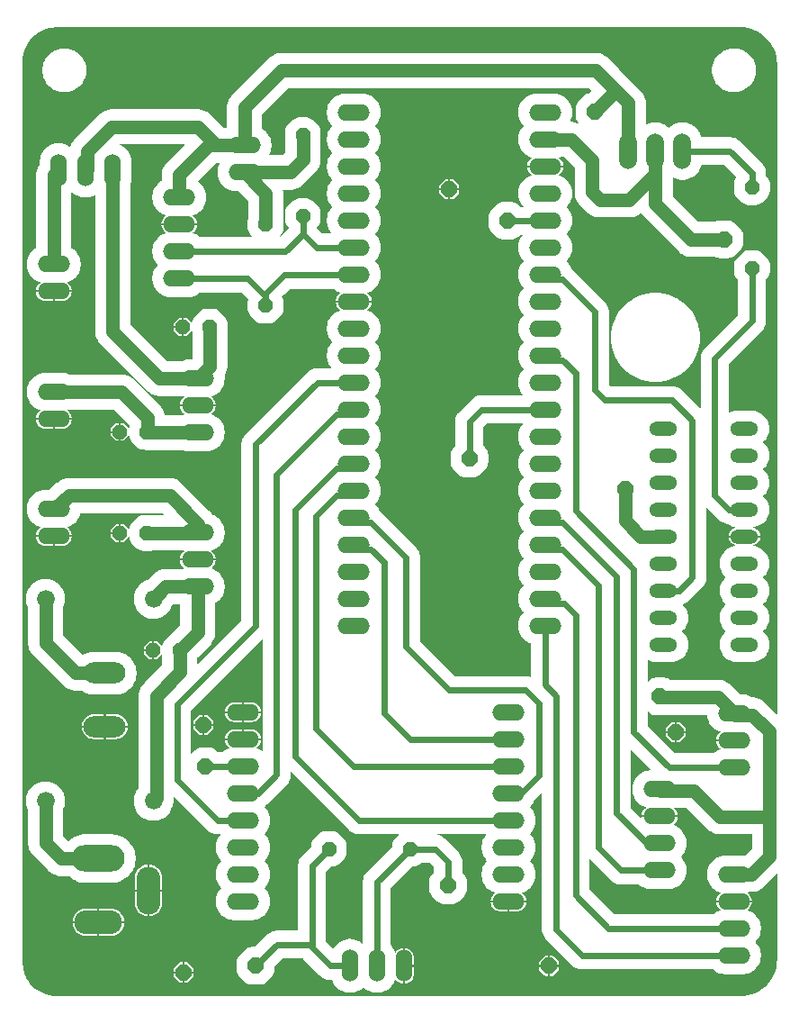
<source format=gbr>
%TF.GenerationSoftware,KiCad,Pcbnew,9.0.2*%
%TF.CreationDate,2025-06-17T11:42:23-05:00*%
%TF.ProjectId,board1,626f6172-6431-42e6-9b69-6361645f7063,rev?*%
%TF.SameCoordinates,Original*%
%TF.FileFunction,Copper,L2,Bot*%
%TF.FilePolarity,Positive*%
%FSLAX46Y46*%
G04 Gerber Fmt 4.6, Leading zero omitted, Abs format (unit mm)*
G04 Created by KiCad (PCBNEW 9.0.2) date 2025-06-17 11:42:23*
%MOMM*%
%LPD*%
G01*
G04 APERTURE LIST*
G04 Aperture macros list*
%AMOutline5P*
0 Free polygon, 5 corners , with rotation*
0 The origin of the aperture is its center*
0 number of corners: always 5*
0 $1 to $10 corner X, Y*
0 $11 Rotation angle, in degrees counterclockwise*
0 create outline with 5 corners*
4,1,5,$1,$2,$3,$4,$5,$6,$7,$8,$9,$10,$1,$2,$11*%
%AMOutline6P*
0 Free polygon, 6 corners , with rotation*
0 The origin of the aperture is its center*
0 number of corners: always 6*
0 $1 to $12 corner X, Y*
0 $13 Rotation angle, in degrees counterclockwise*
0 create outline with 6 corners*
4,1,6,$1,$2,$3,$4,$5,$6,$7,$8,$9,$10,$11,$12,$1,$2,$13*%
%AMOutline7P*
0 Free polygon, 7 corners , with rotation*
0 The origin of the aperture is its center*
0 number of corners: always 7*
0 $1 to $14 corner X, Y*
0 $15 Rotation angle, in degrees counterclockwise*
0 create outline with 7 corners*
4,1,7,$1,$2,$3,$4,$5,$6,$7,$8,$9,$10,$11,$12,$13,$14,$1,$2,$15*%
%AMOutline8P*
0 Free polygon, 8 corners , with rotation*
0 The origin of the aperture is its center*
0 number of corners: always 8*
0 $1 to $16 corner X, Y*
0 $17 Rotation angle, in degrees counterclockwise*
0 create outline with 8 corners*
4,1,8,$1,$2,$3,$4,$5,$6,$7,$8,$9,$10,$11,$12,$13,$14,$15,$16,$1,$2,$17*%
G04 Aperture macros list end*
%TA.AperFunction,ComponentPad*%
%ADD10O,3.048000X1.524000*%
%TD*%
%TA.AperFunction,ComponentPad*%
%ADD11Outline8P,-0.762000X0.315631X-0.315631X0.762000X0.315631X0.762000X0.762000X0.315631X0.762000X-0.315631X0.315631X-0.762000X-0.315631X-0.762000X-0.762000X-0.315631X0.000000*%
%TD*%
%TA.AperFunction,ComponentPad*%
%ADD12Outline8P,-0.660400X0.273547X-0.273547X0.660400X0.273547X0.660400X0.660400X0.273547X0.660400X-0.273547X0.273547X-0.660400X-0.273547X-0.660400X-0.660400X-0.273547X180.000000*%
%TD*%
%TA.AperFunction,ComponentPad*%
%ADD13O,5.000000X2.500000*%
%TD*%
%TA.AperFunction,ComponentPad*%
%ADD14O,4.500000X2.250000*%
%TD*%
%TA.AperFunction,ComponentPad*%
%ADD15O,2.250000X4.500000*%
%TD*%
%TA.AperFunction,ComponentPad*%
%ADD16O,2.641600X1.320800*%
%TD*%
%TA.AperFunction,ComponentPad*%
%ADD17Outline8P,-0.660400X0.273547X-0.273547X0.660400X0.273547X0.660400X0.660400X0.273547X0.660400X-0.273547X0.273547X-0.660400X-0.273547X-0.660400X-0.660400X-0.273547X90.000000*%
%TD*%
%TA.AperFunction,ComponentPad*%
%ADD18Outline8P,-0.660400X0.273547X-0.273547X0.660400X0.273547X0.660400X0.660400X0.273547X0.660400X-0.273547X0.273547X-0.660400X-0.273547X-0.660400X-0.660400X-0.273547X270.000000*%
%TD*%
%TA.AperFunction,ComponentPad*%
%ADD19C,1.676400*%
%TD*%
%TA.AperFunction,ComponentPad*%
%ADD20O,3.962400X1.981200*%
%TD*%
%TA.AperFunction,ComponentPad*%
%ADD21O,1.524000X3.048000*%
%TD*%
%TA.AperFunction,ComponentPad*%
%ADD22O,1.676400X3.352800*%
%TD*%
%TA.AperFunction,Conductor*%
%ADD23C,0.609600*%
%TD*%
%TA.AperFunction,Conductor*%
%ADD24C,1.270000*%
%TD*%
G04 APERTURE END LIST*
D10*
%TO.P,REG5V0,1*%
%TO.N,VBAT*%
X129541100Y-97543600D03*
%TO.P,REG5V0,2*%
%TO.N,GND*%
X129541100Y-95003600D03*
%TO.P,REG5V0,3*%
%TO.N,V_REG*%
X129541100Y-92463600D03*
%TD*%
%TO.P,REG9V0,1*%
%TO.N,V_IN*%
X129541100Y-112043600D03*
%TO.P,REG9V0,2*%
%TO.N,GND*%
X129541100Y-109503600D03*
%TO.P,REG9V0,3*%
%TO.N,V_9V*%
X129541100Y-106963600D03*
%TD*%
%TO.P,I2C_OUT0,1*%
%TO.N,VCC*%
X127821100Y-75433600D03*
%TO.P,I2C_OUT0,2*%
%TO.N,GND*%
X127821100Y-77973600D03*
%TO.P,I2C_OUT0,3*%
%TO.N,SDA_OUT*%
X127821100Y-80513600D03*
%TO.P,I2C_OUT0,4*%
%TO.N,SCL_OUT*%
X127821100Y-83053600D03*
%TD*%
D11*
%TO.P,VMIC2,1*%
%TO.N,VMIC*%
X179081100Y-79383600D03*
%TD*%
%TO.P,GND1,1*%
%TO.N,GND*%
X130101100Y-125023600D03*
%TD*%
D12*
%TO.P,R4,1*%
%TO.N,D0*%
X149511100Y-136703600D03*
%TO.P,R4,2*%
%TO.N,3V3*%
X141891100Y-136703600D03*
%TD*%
D10*
%TO.P,PWR_BNK0,1*%
%TO.N,V_PWR*%
X116001100Y-81733600D03*
%TO.P,PWR_BNK0,2*%
%TO.N,GND*%
X116001100Y-84273600D03*
%TD*%
D13*
%TO.P,UNK12_V0,1*%
%TO.N,N$3*%
X120201100Y-137603600D03*
D14*
%TO.P,UNK12_V0,2*%
%TO.N,GND*%
X120201100Y-143603600D03*
D15*
%TO.P,UNK12_V0,3*%
X124901100Y-140603600D03*
%TD*%
D12*
%TO.P,C2,1*%
%TO.N,V_IN*%
X127871100Y-118003600D03*
%TO.P,C2,2*%
%TO.N,GND*%
X125331100Y-118003600D03*
%TD*%
D11*
%TO.P,VCC1,1*%
%TO.N,VCC*%
X166881100Y-67423600D03*
%TD*%
D10*
%TO.P,_0,1*%
%TO.N,GND*%
X133801100Y-123853600D03*
%TO.P,_0,2*%
X133801100Y-126393600D03*
%TO.P,_0,3*%
%TO.N,3V3*%
X133801100Y-128933600D03*
%TO.P,_0,4*%
%TO.N,DRST*%
X133801100Y-131473600D03*
%TO.P,_0,5*%
%TO.N,DIO0*%
X133801100Y-134013600D03*
%TO.P,_0,6*%
%TO.N,N/C*%
X133801100Y-136553600D03*
%TO.P,_0,7*%
X133801100Y-139093600D03*
%TO.P,_0,8*%
X133801100Y-141633600D03*
%TD*%
D16*
%TO.P,PIC0,1*%
%TO.N,N/C*%
X180981100Y-117493600D03*
%TO.P,PIC0,2*%
X180981100Y-114953600D03*
%TO.P,PIC0,3*%
X180981100Y-112413600D03*
%TO.P,PIC0,4*%
X180981100Y-109873600D03*
%TO.P,PIC0,5*%
%TO.N,GND*%
X180981100Y-107333600D03*
%TO.P,PIC0,6*%
%TO.N,TRIGGER*%
X180981100Y-104793600D03*
%TO.P,PIC0,7*%
%TO.N,N/C*%
X180981100Y-102253600D03*
%TO.P,PIC0,8*%
X180981100Y-99713600D03*
%TO.P,PIC0,9*%
X180981100Y-97173600D03*
%TO.P,PIC0,10*%
X173361100Y-97173600D03*
%TO.P,PIC0,11*%
X173361100Y-99713600D03*
%TO.P,PIC0,12*%
X173361100Y-102253600D03*
%TO.P,PIC0,13*%
X173361100Y-104793600D03*
%TO.P,PIC0,14*%
%TO.N,VCC*%
X173361100Y-107333600D03*
%TO.P,PIC0,15*%
%TO.N,N/C*%
X173361100Y-109873600D03*
%TO.P,PIC0,16*%
%TO.N,ACK*%
X173361100Y-112413600D03*
%TO.P,PIC0,17*%
%TO.N,N/C*%
X173361100Y-114953600D03*
%TO.P,PIC0,18*%
X173361100Y-117493600D03*
%TD*%
D11*
%TO.P,UNK3V32,1*%
%TO.N,3V3*%
X158681100Y-77663600D03*
%TD*%
D12*
%TO.P,C4,1*%
%TO.N,V_REG*%
X130671100Y-87603600D03*
%TO.P,C4,2*%
%TO.N,GND*%
X128131100Y-87603600D03*
%TD*%
D11*
%TO.P,D0_1,1*%
%TO.N,D0*%
X155101100Y-100003600D03*
%TD*%
D17*
%TO.P,R3,1*%
%TO.N,SCL_OUT*%
X135941100Y-85633600D03*
%TO.P,R3,2*%
%TO.N,VCC2*%
X135941100Y-78013600D03*
%TD*%
D11*
%TO.P,GND5,1*%
%TO.N,GND*%
X128201100Y-148303600D03*
%TD*%
D10*
%TO.P,.0,1*%
%TO.N,N/C*%
X162241100Y-67453600D03*
%TO.P,.0,2*%
%TO.N,VMIC*%
X162241100Y-69993600D03*
%TO.P,.0,3*%
%TO.N,GND*%
X162241100Y-72533600D03*
%TO.P,.0,4*%
%TO.N,N/C*%
X162241100Y-75073600D03*
%TO.P,.0,5*%
%TO.N,3V3*%
X162241100Y-77613600D03*
%TO.P,.0,6*%
%TO.N,N/C*%
X162241100Y-80153600D03*
%TO.P,.0,7*%
%TO.N,ACK*%
X162241100Y-82693600D03*
%TO.P,.0,8*%
%TO.N,N/C*%
X162241100Y-85233600D03*
%TO.P,.0,9*%
X162241100Y-87773600D03*
%TO.P,.0,10*%
%TO.N,A0*%
X162241100Y-90313600D03*
%TO.P,.0,11*%
%TO.N,N/C*%
X162241100Y-92853600D03*
%TO.P,.0,12*%
%TO.N,D0*%
X162241100Y-95393600D03*
%TO.P,.0,13*%
%TO.N,N/C*%
X162241100Y-97933600D03*
%TO.P,.0,14*%
X162241100Y-100473600D03*
%TO.P,.0,15*%
X162241100Y-103013600D03*
%TO.P,.0,16*%
%TO.N,SCL*%
X162241100Y-105553600D03*
%TO.P,.0,17*%
%TO.N,SDA*%
X162241100Y-108093600D03*
%TO.P,.0,18*%
%TO.N,N/C*%
X162241100Y-110633600D03*
%TO.P,.0,19*%
%TO.N,RX*%
X162241100Y-113173600D03*
%TO.P,.0,20*%
%TO.N,TX*%
X162241100Y-115713600D03*
%TD*%
D17*
%TO.P,R2,1*%
%TO.N,SDA_OUT*%
X139441100Y-77233600D03*
%TO.P,R2,2*%
%TO.N,VCC2*%
X139441100Y-69613600D03*
%TD*%
D11*
%TO.P,VCC2,1*%
%TO.N,VCC*%
X169761100Y-102883600D03*
%TD*%
D10*
%TO.P,V+0,1*%
%TO.N,VMIC*%
X173001100Y-131093600D03*
%TO.P,V+0,2*%
%TO.N,GND*%
X173001100Y-133633600D03*
%TO.P,V+0,3*%
%TO.N,SCL*%
X173001100Y-136173600D03*
%TO.P,V+0,4*%
%TO.N,SDA*%
X173001100Y-138713600D03*
%TD*%
D18*
%TO.P,R1,1*%
%TO.N,N$4*%
X181701100Y-74493600D03*
%TO.P,R1,2*%
%TO.N,TRIGGER*%
X181701100Y-82113600D03*
%TD*%
D10*
%TO.P,LORA0,1*%
%TO.N,N/C*%
X158801100Y-123853600D03*
%TO.P,LORA0,2*%
%TO.N,DCS*%
X158801100Y-126393600D03*
%TO.P,LORA0,3*%
%TO.N,DMOSI*%
X158801100Y-128933600D03*
%TO.P,LORA0,4*%
%TO.N,DMISO*%
X158801100Y-131473600D03*
%TO.P,LORA0,5*%
%TO.N,DSCK*%
X158801100Y-134013600D03*
%TO.P,LORA0,6*%
%TO.N,N$10*%
X158801100Y-136553600D03*
%TO.P,LORA0,7*%
%TO.N,N$11*%
X158801100Y-139093600D03*
%TO.P,LORA0,8*%
%TO.N,GND*%
X158801100Y-141633600D03*
%TD*%
D11*
%TO.P,GND2,1*%
%TO.N,GND*%
X174501100Y-125703600D03*
%TD*%
D19*
%TO.P,D2,A*%
%TO.N,N$5*%
X115221100Y-113203600D03*
%TO.P,D2,C*%
%TO.N,V_IN*%
X125381100Y-113203600D03*
%TD*%
D11*
%TO.P,GND4,1*%
%TO.N,GND*%
X153201100Y-74703600D03*
%TD*%
%TO.P,D0_2,1*%
%TO.N,D0*%
X153101100Y-140103600D03*
%TD*%
%TO.P,VMIC1,1*%
%TO.N,VMIC*%
X173041100Y-122383600D03*
%TD*%
D10*
%TO.P,RX0,1*%
%TO.N,VMIC*%
X180001100Y-139093600D03*
%TO.P,RX0,2*%
%TO.N,GND*%
X180001100Y-141633600D03*
%TO.P,RX0,3*%
%TO.N,RX*%
X180001100Y-144173600D03*
%TO.P,RX0,4*%
%TO.N,TX*%
X180001100Y-146713600D03*
%TD*%
D11*
%TO.P,UNK3V1,1*%
%TO.N,3V3*%
X135001100Y-147703600D03*
%TD*%
D10*
%TO.P,V_BAT0,1*%
%TO.N,VBAT*%
X116001100Y-93733600D03*
%TO.P,V_BAT0,2*%
%TO.N,GND*%
X116001100Y-96273600D03*
%TD*%
D12*
%TO.P,C1,1*%
%TO.N,V_9V*%
X124771100Y-107003600D03*
%TO.P,C1,2*%
%TO.N,GND*%
X122231100Y-107003600D03*
%TD*%
D10*
%TO.P,A0,1*%
%TO.N,VMIC*%
X180001100Y-123963600D03*
%TO.P,A0,2*%
%TO.N,GND*%
X180001100Y-126503600D03*
%TO.P,A0,3*%
%TO.N,A0*%
X180001100Y-129043600D03*
%TD*%
D20*
%TO.P,V_IN0,1*%
%TO.N,N$5*%
X120801100Y-120174400D03*
%TO.P,V_IN0,2*%
%TO.N,GND*%
X120801100Y-125203600D03*
%TD*%
D10*
%TO.P,TEST0,1*%
%TO.N,VCC*%
X133941100Y-70553600D03*
%TO.P,TEST0,2*%
%TO.N,VCC2*%
X133941100Y-73093600D03*
%TD*%
D12*
%TO.P,C3,1*%
%TO.N,VBAT*%
X124771100Y-97503600D03*
%TO.P,C3,2*%
%TO.N,GND*%
X122231100Y-97503600D03*
%TD*%
D11*
%TO.P,UNK3V31,1*%
%TO.N,3V3*%
X130281100Y-128923600D03*
%TD*%
D21*
%TO.P,TMP0,1*%
%TO.N,3V3*%
X143861100Y-147703600D03*
%TO.P,TMP0,2*%
%TO.N,D0*%
X146401100Y-147703600D03*
%TO.P,TMP0,3*%
%TO.N,GND*%
X148941100Y-147703600D03*
%TD*%
D11*
%TO.P,GND3,1*%
%TO.N,GND*%
X162601100Y-147703600D03*
%TD*%
D19*
%TO.P,D1,A*%
%TO.N,N$3*%
X115221100Y-132203600D03*
%TO.P,D1,C*%
%TO.N,V_IN*%
X125381100Y-132203600D03*
%TD*%
D21*
%TO.P,V_SEL0,1*%
%TO.N,V_REG*%
X121541100Y-72903600D03*
%TO.P,V_SEL0,2*%
%TO.N,VCC*%
X119001100Y-72903600D03*
%TO.P,V_SEL0,3*%
%TO.N,V_PWR*%
X116461100Y-72903600D03*
%TD*%
D10*
%TO.P,BMS0,1*%
%TO.N,V_9V*%
X116001100Y-104733600D03*
%TO.P,BMS0,2*%
%TO.N,GND*%
X116001100Y-107273600D03*
%TD*%
D22*
%TO.P,Q1,1*%
%TO.N,N$4*%
X175151100Y-71103600D03*
%TO.P,Q1,2*%
%TO.N,VMIC*%
X172611100Y-71103600D03*
%TO.P,Q1,3*%
%TO.N,VCC*%
X170071100Y-71103600D03*
%TD*%
D10*
%TO.P,PI_PICO0,1*%
%TO.N,N/C*%
X144241100Y-67453600D03*
%TO.P,PI_PICO0,2*%
X144241100Y-69993600D03*
%TO.P,PI_PICO0,3*%
X144241100Y-72533600D03*
%TO.P,PI_PICO0,4*%
X144241100Y-75073600D03*
%TO.P,PI_PICO0,5*%
X144241100Y-77613600D03*
%TO.P,PI_PICO0,6*%
%TO.N,SDA_OUT*%
X144241100Y-80153600D03*
%TO.P,PI_PICO0,7*%
%TO.N,SCL_OUT*%
X144241100Y-82693600D03*
%TO.P,PI_PICO0,8*%
%TO.N,GND*%
X144241100Y-85233600D03*
%TO.P,PI_PICO0,9*%
%TO.N,N/C*%
X144241100Y-87773600D03*
%TO.P,PI_PICO0,10*%
X144241100Y-90313600D03*
%TO.P,PI_PICO0,11*%
%TO.N,DIO0*%
X144241100Y-92853600D03*
%TO.P,PI_PICO0,12*%
%TO.N,DRST*%
X144241100Y-95393600D03*
%TO.P,PI_PICO0,13*%
%TO.N,N/C*%
X144241100Y-97933600D03*
%TO.P,PI_PICO0,14*%
%TO.N,DSCK*%
X144241100Y-100473600D03*
%TO.P,PI_PICO0,15*%
%TO.N,DMOSI*%
X144241100Y-103013600D03*
%TO.P,PI_PICO0,16*%
%TO.N,DMISO*%
X144241100Y-105553600D03*
%TO.P,PI_PICO0,17*%
%TO.N,DCS*%
X144241100Y-108093600D03*
%TO.P,PI_PICO0,18*%
%TO.N,N/C*%
X144241100Y-110633600D03*
%TO.P,PI_PICO0,19*%
X144241100Y-113173600D03*
%TO.P,PI_PICO0,20*%
X144241100Y-115713600D03*
%TD*%
D23*
%TO.N,SCL_OUT*%
X135941100Y-84463600D02*
X135941100Y-85633600D01*
X144241100Y-82693600D02*
X144191100Y-82743600D01*
X135941100Y-84743600D02*
X135941100Y-85633600D01*
X127821100Y-83053600D02*
X134251100Y-83053600D01*
X136651100Y-83753600D02*
X135941100Y-84463600D01*
X144191100Y-82743600D02*
X137661100Y-82743600D01*
X134251100Y-83053600D02*
X135941100Y-84743600D01*
X137661100Y-82743600D02*
X136651100Y-83753600D01*
%TO.N,SDA_OUT*%
X137811100Y-80513600D02*
X139441100Y-78883600D01*
X127821100Y-80513600D02*
X137811100Y-80513600D01*
X139441100Y-78883600D02*
X139441100Y-77233600D01*
X140711100Y-80153600D02*
X139441100Y-78883600D01*
X144241100Y-80153600D02*
X140711100Y-80153600D01*
D24*
%TO.N,VCC*%
X166881100Y-67423600D02*
X168731100Y-65573600D01*
X168731100Y-65573600D02*
X169051100Y-65573600D01*
X171231100Y-107333600D02*
X169761100Y-105863600D01*
X169761100Y-105863600D02*
X169761100Y-102883600D01*
X119001100Y-72903600D02*
X119128100Y-72776600D01*
X119128100Y-71142100D02*
X121466600Y-68803600D01*
X119128100Y-72776600D02*
X119128100Y-71142100D01*
X129551100Y-68803600D02*
X131301100Y-70553600D01*
X169051100Y-65573600D02*
X170071100Y-66593600D01*
X133941100Y-70553600D02*
X133941100Y-67003600D01*
X127821100Y-75433600D02*
X127821100Y-73343600D01*
X167001100Y-63523600D02*
X169051100Y-65573600D01*
X133941100Y-67003600D02*
X137421100Y-63523600D01*
X131301100Y-70553600D02*
X133941100Y-70553600D01*
X130611100Y-70553600D02*
X131301100Y-70553600D01*
X127821100Y-73343600D02*
X130611100Y-70553600D01*
X173361100Y-107333600D02*
X171231100Y-107333600D01*
X121466600Y-68803600D02*
X129551100Y-68803600D01*
X170071100Y-66593600D02*
X170071100Y-71103600D01*
X137421100Y-63523600D02*
X167001100Y-63523600D01*
%TO.N,VMIC*%
X183010100Y-133663600D02*
X183350100Y-134003600D01*
X162241100Y-69993600D02*
X164671100Y-69993600D01*
X180001100Y-123963600D02*
X180128100Y-124090600D01*
X164671100Y-69993600D02*
X166661100Y-71983600D01*
X172611100Y-76013600D02*
X172611100Y-73213600D01*
X167401100Y-75683600D02*
X170141100Y-75683600D01*
X170141100Y-75683600D02*
X172611100Y-73213600D01*
X178501100Y-122463600D02*
X173121100Y-122463600D01*
X178501100Y-122463600D02*
X180001100Y-123963600D01*
X180128100Y-124090600D02*
X181762600Y-124090600D01*
X172611100Y-72913600D02*
X172611100Y-71103600D01*
X172611100Y-73213600D02*
X172611100Y-72913600D01*
X179081100Y-79383600D02*
X175981100Y-79383600D01*
X166661100Y-74943600D02*
X167401100Y-75683600D01*
X176242600Y-131220600D02*
X178685600Y-133663600D01*
X175981100Y-79383600D02*
X172611100Y-76013600D01*
X181762600Y-124090600D02*
X183350100Y-125678100D01*
X173128100Y-131220600D02*
X176242600Y-131220600D01*
X166661100Y-71983600D02*
X166661100Y-74943600D01*
X183350100Y-125678100D02*
X183350100Y-134003600D01*
X183350100Y-137383600D02*
X181640100Y-139093600D01*
X178685600Y-133663600D02*
X183010100Y-133663600D01*
X173041100Y-122383600D02*
X173121100Y-122463600D01*
X183350100Y-134003600D02*
X183350100Y-137383600D01*
X181640100Y-139093600D02*
X180001100Y-139093600D01*
X173001100Y-131093600D02*
X173128100Y-131220600D01*
D23*
%TO.N,N$4*%
X181701100Y-73183600D02*
X181701100Y-74493600D01*
X175151100Y-71103600D02*
X179621100Y-71103600D01*
X179621100Y-71103600D02*
X181701100Y-73183600D01*
%TO.N,TRIGGER*%
X179481100Y-104793600D02*
X178180300Y-103492800D01*
X181701100Y-87082800D02*
X181701100Y-82113600D01*
X178180300Y-90603600D02*
X181701100Y-87082800D01*
X180981100Y-104793600D02*
X179481100Y-104793600D01*
X178180300Y-90603600D02*
X178180300Y-103492800D01*
%TO.N,ACK*%
X166901100Y-93563600D02*
X167841100Y-94503600D01*
X166901100Y-86186075D02*
X166901100Y-93563600D01*
X174153343Y-94503600D02*
X176081100Y-96431357D01*
X176081100Y-96431357D02*
X176081100Y-111183600D01*
X167841100Y-94503600D02*
X174153343Y-94503600D01*
X162698300Y-83150800D02*
X163865825Y-83150800D01*
X176081100Y-111183600D02*
X174851100Y-112413600D01*
X174851100Y-112413600D02*
X173361100Y-112413600D01*
X163865825Y-83150800D02*
X166901100Y-86186075D01*
X162241100Y-82693600D02*
X162698300Y-83150800D01*
%TO.N,DCS*%
X147085900Y-123948400D02*
X149531100Y-126393600D01*
X147085900Y-109770875D02*
X147085900Y-123948400D01*
X144241100Y-108093600D02*
X144698300Y-108550800D01*
X144698300Y-108550800D02*
X145865825Y-108550800D01*
X145865825Y-108550800D02*
X147085900Y-109770875D01*
X149531100Y-126393600D02*
X158801100Y-126393600D01*
%TO.N,DMOSI*%
X140701100Y-105386075D02*
X140701100Y-125403600D01*
X140701100Y-125403600D02*
X144231100Y-128933600D01*
X144231100Y-128933600D02*
X158801100Y-128933600D01*
X142616375Y-103470800D02*
X140701100Y-105386075D01*
X144241100Y-103013600D02*
X143783900Y-103470800D01*
X143783900Y-103470800D02*
X142616375Y-103470800D01*
%TO.N,DMISO*%
X153188300Y-121770800D02*
X160425825Y-121770800D01*
X144698300Y-106010800D02*
X145865825Y-106010800D01*
X145865825Y-106010800D02*
X149141100Y-109286075D01*
X149141100Y-109286075D02*
X149141100Y-117723600D01*
X161645900Y-122990875D02*
X161645900Y-129796325D01*
X161645900Y-129796325D02*
X159968625Y-131473600D01*
X160425825Y-121770800D02*
X161645900Y-122990875D01*
X144241100Y-105553600D02*
X144698300Y-106010800D01*
X159968625Y-131473600D02*
X158801100Y-131473600D01*
X149141100Y-117723600D02*
X153188300Y-121770800D01*
%TO.N,DSCK*%
X143783900Y-100930800D02*
X142616375Y-100930800D01*
X142616375Y-100930800D02*
X138701100Y-104846075D01*
X144731100Y-134013600D02*
X158801100Y-134013600D01*
X138701100Y-104846075D02*
X138701100Y-127983600D01*
X144241100Y-100473600D02*
X143783900Y-100930800D01*
X138701100Y-127983600D02*
X144731100Y-134013600D01*
%TO.N,3V3*%
X133791100Y-128923600D02*
X133801100Y-128933600D01*
X162241100Y-77613600D02*
X162191100Y-77663600D01*
X130281100Y-128923600D02*
X133791100Y-128923600D01*
X140301100Y-146003600D02*
X142001100Y-147703600D01*
X140301100Y-138293600D02*
X140301100Y-145703600D01*
X140301100Y-145703600D02*
X140301100Y-146003600D01*
X141891100Y-136703600D02*
X140301100Y-138293600D01*
X135001100Y-147703600D02*
X137001100Y-145703600D01*
X137001100Y-145703600D02*
X140301100Y-145703600D01*
X142001100Y-147703600D02*
X143861100Y-147703600D01*
X162191100Y-77663600D02*
X158681100Y-77663600D01*
%TO.N,DRST*%
X144241100Y-95393600D02*
X143783900Y-95850800D01*
X135231100Y-131473600D02*
X133801100Y-131473600D01*
X143783900Y-95850800D02*
X142616375Y-95850800D01*
X136961100Y-101506075D02*
X136961100Y-129743600D01*
X142616375Y-95850800D02*
X136961100Y-101506075D01*
X136961100Y-129743600D02*
X135231100Y-131473600D01*
%TO.N,DIO0*%
X134981100Y-115743600D02*
X127601100Y-123123600D01*
X127601100Y-123123600D02*
X127601100Y-130223600D01*
X134981100Y-98663600D02*
X134981100Y-115743600D01*
X127601100Y-130223600D02*
X131391100Y-134013600D01*
X140791100Y-92853600D02*
X134981100Y-98663600D01*
X144241100Y-92853600D02*
X140791100Y-92853600D01*
X131391100Y-134013600D02*
X133801100Y-134013600D01*
%TO.N,RX*%
X165105900Y-141068400D02*
X168211100Y-144173600D01*
X164005825Y-113630800D02*
X165105900Y-114730875D01*
X162698300Y-113630800D02*
X164005825Y-113630800D01*
X168211100Y-144173600D02*
X180001100Y-144173600D01*
X162241100Y-113173600D02*
X162698300Y-113630800D01*
X165105900Y-114730875D02*
X165105900Y-141068400D01*
%TO.N,TX*%
X180001100Y-146713600D02*
X179891100Y-146703600D01*
X163271500Y-144294000D02*
X165681100Y-146703600D01*
X162241100Y-115713600D02*
X162241100Y-121287125D01*
X162241100Y-121287125D02*
X163271500Y-122317525D01*
X163271500Y-122317525D02*
X163271500Y-144294000D01*
X179891100Y-146703600D02*
X165681100Y-146703600D01*
%TO.N,SCL*%
X162698300Y-106010800D02*
X163865825Y-106010800D01*
X163865825Y-106010800D02*
X168961100Y-111106075D01*
X168961100Y-111106075D02*
X168961100Y-133343600D01*
X168961100Y-133343600D02*
X171791100Y-136173600D01*
X171791100Y-136173600D02*
X173001100Y-136173600D01*
X162241100Y-105553600D02*
X162698300Y-106010800D01*
%TO.N,SDA*%
X163865825Y-108550800D02*
X167221100Y-111906075D01*
X167221100Y-111906075D02*
X167221100Y-136583600D01*
X167221100Y-136583600D02*
X169351100Y-138713600D01*
X169351100Y-138713600D02*
X173001100Y-138713600D01*
X162241100Y-108093600D02*
X162698300Y-108550800D01*
X162698300Y-108550800D02*
X163865825Y-108550800D01*
%TO.N,A0*%
X162698300Y-90770800D02*
X163865825Y-90770800D01*
X165085900Y-104931925D02*
X170586700Y-110432725D01*
X162241100Y-90313600D02*
X162698300Y-90770800D01*
X170586700Y-125709200D02*
X173921100Y-129043600D01*
X165085900Y-91990875D02*
X165085900Y-104931925D01*
X173921100Y-129043600D02*
X180001100Y-129043600D01*
X170586700Y-110432725D02*
X170586700Y-125709200D01*
X163865825Y-90770800D02*
X165085900Y-91990875D01*
D24*
%TO.N,VCC2*%
X133941100Y-73093600D02*
X135941100Y-75093600D01*
X139441100Y-71923600D02*
X139441100Y-69613600D01*
X138271100Y-73093600D02*
X139441100Y-71923600D01*
X133941100Y-73093600D02*
X138271100Y-73093600D01*
X135941100Y-75093600D02*
X135941100Y-78013600D01*
%TO.N,V_IN*%
X127871100Y-120087675D02*
X125645300Y-122313475D01*
X127871100Y-118003600D02*
X129541100Y-116333600D01*
X126541100Y-112043600D02*
X129541100Y-112043600D01*
X125645300Y-131939400D02*
X125381100Y-132203600D01*
X129541100Y-116333600D02*
X129541100Y-112043600D01*
X127871100Y-118003600D02*
X127871100Y-120087675D01*
X125381100Y-113203600D02*
X126541100Y-112043600D01*
X125645300Y-122313475D02*
X125645300Y-131939400D01*
%TO.N,V_9V*%
X124771100Y-107003600D02*
X129501100Y-107003600D01*
X126901100Y-103503600D02*
X129541100Y-106143600D01*
X116001100Y-104733600D02*
X117431100Y-103503600D01*
X117431100Y-103503600D02*
X126901100Y-103503600D01*
X129541100Y-106143600D02*
X129541100Y-106963600D01*
X129501100Y-107003600D02*
X129541100Y-106963600D01*
%TO.N,N$3*%
X115221100Y-132203600D02*
X115221100Y-136123600D01*
X115221100Y-136123600D02*
X116701100Y-137603600D01*
X116701100Y-137603600D02*
X120201100Y-137603600D01*
%TO.N,N$5*%
X115221100Y-117323600D02*
X118071900Y-120174400D01*
X115221100Y-113203600D02*
X115221100Y-117323600D01*
X118071900Y-120174400D02*
X120801100Y-120174400D01*
%TO.N,VBAT*%
X116001100Y-93733600D02*
X122331100Y-93733600D01*
X124811100Y-97543600D02*
X124771100Y-97503600D01*
X124811100Y-96213600D02*
X124811100Y-97543600D01*
X129541100Y-97543600D02*
X124811100Y-97543600D01*
X122331100Y-93733600D02*
X124811100Y-96213600D01*
%TO.N,V_REG*%
X125961100Y-92463600D02*
X121541100Y-88043600D01*
X129541100Y-92463600D02*
X125961100Y-92463600D01*
X121541100Y-88043600D02*
X121541100Y-72903600D01*
X129541100Y-92463600D02*
X130671100Y-91333600D01*
X130671100Y-91333600D02*
X130671100Y-87603600D01*
%TO.N,V_PWR*%
X116001100Y-73363600D02*
X116461100Y-72903600D01*
X116001100Y-81733600D02*
X116001100Y-73363600D01*
D23*
%TO.N,D0*%
X146401100Y-139813600D02*
X146401100Y-147703600D01*
X153101100Y-137893600D02*
X151911100Y-136703600D01*
X156211100Y-95393600D02*
X162241100Y-95393600D01*
X155101100Y-100003600D02*
X155101100Y-96503600D01*
X149511100Y-136703600D02*
X146401100Y-139813600D01*
X149511100Y-136703600D02*
X151911100Y-136703600D01*
X155101100Y-96503600D02*
X156211100Y-95393600D01*
X153101100Y-140103600D02*
X153101100Y-137893600D01*
%TD*%
%TA.AperFunction,Conductor*%
%TO.N,GND*%
G36*
X180589357Y-59440142D02*
G01*
X180598308Y-59440611D01*
X180948833Y-59458980D01*
X180952003Y-59459314D01*
X181308375Y-59515758D01*
X181311518Y-59516426D01*
X181660037Y-59609811D01*
X181663082Y-59610800D01*
X181999947Y-59740111D01*
X182002878Y-59741417D01*
X182324360Y-59905220D01*
X182327126Y-59906817D01*
X182629738Y-60103335D01*
X182632342Y-60105227D01*
X182912734Y-60332285D01*
X182915126Y-60334438D01*
X183170261Y-60589573D01*
X183172414Y-60591965D01*
X183399472Y-60872357D01*
X183401364Y-60874961D01*
X183597876Y-61177561D01*
X183599485Y-61180349D01*
X183763280Y-61501817D01*
X183764590Y-61504757D01*
X183893896Y-61841609D01*
X183894890Y-61844670D01*
X183988272Y-62193178D01*
X183988941Y-62196327D01*
X184045383Y-62552681D01*
X184045720Y-62555882D01*
X184064558Y-62915342D01*
X184064600Y-62916951D01*
X184064600Y-123982788D01*
X184055594Y-124004532D01*
X184033850Y-124013538D01*
X184012106Y-124004532D01*
X183454672Y-123447098D01*
X182838480Y-122830906D01*
X182838476Y-122830903D01*
X182838474Y-122830901D01*
X182628178Y-122678112D01*
X182628165Y-122678104D01*
X182396560Y-122560096D01*
X182396555Y-122560094D01*
X182149324Y-122479764D01*
X181892582Y-122439100D01*
X181892576Y-122439100D01*
X181687828Y-122439100D01*
X181672453Y-122434980D01*
X181551407Y-122365093D01*
X181551391Y-122365086D01*
X181336006Y-122275870D01*
X181110812Y-122215530D01*
X180933448Y-122192180D01*
X180879669Y-122185100D01*
X180879667Y-122185100D01*
X180570912Y-122185100D01*
X180549168Y-122176094D01*
X180077977Y-121704903D01*
X179576980Y-121203906D01*
X179576976Y-121203903D01*
X179576974Y-121203901D01*
X179366678Y-121051112D01*
X179366665Y-121051104D01*
X179135060Y-120933096D01*
X179135055Y-120933094D01*
X178887824Y-120852764D01*
X178631082Y-120812100D01*
X178631076Y-120812100D01*
X173983673Y-120812100D01*
X173964166Y-120805120D01*
X173924203Y-120772324D01*
X173924194Y-120772318D01*
X173747617Y-120677936D01*
X173747615Y-120677935D01*
X173747611Y-120677933D01*
X173680211Y-120657487D01*
X173555998Y-120619807D01*
X173406665Y-120605100D01*
X172675529Y-120605100D01*
X172526201Y-120619807D01*
X172334592Y-120677931D01*
X172334589Y-120677932D01*
X172334587Y-120677932D01*
X172334582Y-120677935D01*
X172158004Y-120772318D01*
X172158001Y-120772320D01*
X172042003Y-120867517D01*
X171960493Y-120949027D01*
X171938750Y-120958033D01*
X171917006Y-120949026D01*
X171908000Y-120927283D01*
X171908000Y-119025512D01*
X171917006Y-119003768D01*
X171938750Y-118994762D01*
X171954126Y-118998882D01*
X171957435Y-119000793D01*
X171957440Y-119000795D01*
X171957446Y-119000798D01*
X172160518Y-119084913D01*
X172160521Y-119084914D01*
X172372851Y-119141808D01*
X172590790Y-119170500D01*
X172590795Y-119170500D01*
X174131405Y-119170500D01*
X174131410Y-119170500D01*
X174349349Y-119141808D01*
X174561678Y-119084914D01*
X174561681Y-119084913D01*
X174764753Y-119000798D01*
X174764753Y-119000797D01*
X174764765Y-119000793D01*
X174955135Y-118890883D01*
X175129529Y-118757065D01*
X175284965Y-118601629D01*
X175418783Y-118427235D01*
X175528693Y-118236865D01*
X175588656Y-118092101D01*
X175612813Y-118033781D01*
X175612814Y-118033778D01*
X175644614Y-117915099D01*
X175669708Y-117821449D01*
X175698400Y-117603510D01*
X175698400Y-117383690D01*
X175669708Y-117165751D01*
X175624488Y-116996988D01*
X175612814Y-116953421D01*
X175612813Y-116953418D01*
X175528698Y-116750346D01*
X175528695Y-116750341D01*
X175528693Y-116750335D01*
X175418783Y-116559965D01*
X175284965Y-116385571D01*
X175144736Y-116245342D01*
X175135731Y-116223600D01*
X175144736Y-116201857D01*
X175284965Y-116061629D01*
X175418783Y-115887235D01*
X175528693Y-115696865D01*
X175570045Y-115597032D01*
X175612813Y-115493781D01*
X175612814Y-115493778D01*
X175669708Y-115281449D01*
X175698400Y-115063510D01*
X175698400Y-114843690D01*
X175669708Y-114625751D01*
X175646311Y-114538434D01*
X175612814Y-114413421D01*
X175612813Y-114413418D01*
X175528698Y-114210346D01*
X175528695Y-114210341D01*
X175528693Y-114210335D01*
X175418783Y-114019965D01*
X175284965Y-113845571D01*
X175240441Y-113801047D01*
X175181838Y-113742443D01*
X175172832Y-113720700D01*
X175181839Y-113698956D01*
X175194076Y-113691456D01*
X175358303Y-113638097D01*
X175543612Y-113543677D01*
X175711869Y-113421432D01*
X177088932Y-112044369D01*
X177211177Y-111876112D01*
X177305597Y-111690803D01*
X177369865Y-111493005D01*
X177399552Y-111305571D01*
X177402400Y-111287589D01*
X177402400Y-104657738D01*
X177411406Y-104635994D01*
X177433150Y-104626988D01*
X177454892Y-104635993D01*
X178620331Y-105801432D01*
X178620334Y-105801434D01*
X178620336Y-105801436D01*
X178706545Y-105864069D01*
X178770727Y-105910700D01*
X178788588Y-105923677D01*
X178788593Y-105923679D01*
X178788597Y-105923682D01*
X178973892Y-106018095D01*
X178973897Y-106018097D01*
X179171695Y-106082365D01*
X179257163Y-106095901D01*
X179271067Y-106101873D01*
X179387065Y-106190883D01*
X179387070Y-106190886D01*
X179387073Y-106190888D01*
X179429779Y-106215544D01*
X179577435Y-106300793D01*
X179577441Y-106300795D01*
X179577446Y-106300798D01*
X179780518Y-106384913D01*
X179780521Y-106384914D01*
X179886686Y-106413361D01*
X179992851Y-106441808D01*
X180120386Y-106458598D01*
X180140768Y-106470365D01*
X180146860Y-106493098D01*
X180135093Y-106513480D01*
X180122372Y-106519244D01*
X180076440Y-106528380D01*
X180076438Y-106528381D01*
X179924042Y-106591506D01*
X179786889Y-106683149D01*
X179670249Y-106799789D01*
X179578606Y-106936942D01*
X179515481Y-107089338D01*
X179515480Y-107089340D01*
X179484498Y-107245099D01*
X179484499Y-107245100D01*
X180584077Y-107245100D01*
X180574700Y-107280096D01*
X180574700Y-107387104D01*
X180584077Y-107422100D01*
X179484498Y-107422100D01*
X179515480Y-107577859D01*
X179515481Y-107577861D01*
X179578606Y-107730257D01*
X179670249Y-107867410D01*
X179786889Y-107984050D01*
X179924042Y-108075693D01*
X180076438Y-108138818D01*
X180076440Y-108138819D01*
X180122372Y-108147955D01*
X180141941Y-108161030D01*
X180146532Y-108184113D01*
X180133457Y-108203682D01*
X180120387Y-108208601D01*
X179992851Y-108225391D01*
X179780521Y-108282285D01*
X179780518Y-108282286D01*
X179577446Y-108366401D01*
X179577425Y-108366412D01*
X179387069Y-108476314D01*
X179212675Y-108610131D01*
X179057231Y-108765575D01*
X178923414Y-108939969D01*
X178813512Y-109130325D01*
X178813501Y-109130346D01*
X178729386Y-109333418D01*
X178729385Y-109333421D01*
X178672491Y-109545751D01*
X178643800Y-109763691D01*
X178643800Y-109983508D01*
X178672491Y-110201448D01*
X178729385Y-110413778D01*
X178729386Y-110413781D01*
X178813501Y-110616853D01*
X178813505Y-110616862D01*
X178813507Y-110616865D01*
X178923417Y-110807235D01*
X179035372Y-110953138D01*
X179056992Y-110981313D01*
X179057235Y-110981629D01*
X179197463Y-111121857D01*
X179206469Y-111143600D01*
X179197463Y-111165342D01*
X179107514Y-111255292D01*
X179057231Y-111305575D01*
X178923414Y-111479969D01*
X178813512Y-111670325D01*
X178813501Y-111670346D01*
X178729386Y-111873418D01*
X178729385Y-111873421D01*
X178672491Y-112085751D01*
X178643800Y-112303691D01*
X178643800Y-112523508D01*
X178672491Y-112741448D01*
X178729385Y-112953778D01*
X178729386Y-112953781D01*
X178813501Y-113156853D01*
X178813512Y-113156874D01*
X178910674Y-113325163D01*
X178923417Y-113347235D01*
X178951336Y-113383619D01*
X179056992Y-113521313D01*
X179057235Y-113521629D01*
X179197463Y-113661857D01*
X179206469Y-113683600D01*
X179197463Y-113705342D01*
X179123735Y-113779071D01*
X179057231Y-113845575D01*
X178923414Y-114019969D01*
X178813512Y-114210325D01*
X178813501Y-114210346D01*
X178729386Y-114413418D01*
X178729385Y-114413421D01*
X178672491Y-114625751D01*
X178643800Y-114843691D01*
X178643800Y-115063508D01*
X178672491Y-115281448D01*
X178729385Y-115493778D01*
X178729386Y-115493781D01*
X178813501Y-115696853D01*
X178813505Y-115696862D01*
X178813507Y-115696865D01*
X178923417Y-115887235D01*
X179035372Y-116033138D01*
X179056992Y-116061313D01*
X179057235Y-116061629D01*
X179197463Y-116201857D01*
X179206469Y-116223600D01*
X179197463Y-116245342D01*
X179057235Y-116385571D01*
X179057231Y-116385575D01*
X178923414Y-116559969D01*
X178813512Y-116750325D01*
X178813501Y-116750346D01*
X178729386Y-116953418D01*
X178729385Y-116953421D01*
X178672491Y-117165751D01*
X178653224Y-117312105D01*
X178643800Y-117383690D01*
X178643800Y-117603510D01*
X178650475Y-117654216D01*
X178672491Y-117821448D01*
X178729385Y-118033778D01*
X178729386Y-118033781D01*
X178813501Y-118236853D01*
X178813512Y-118236874D01*
X178887569Y-118365144D01*
X178923417Y-118427235D01*
X179057235Y-118601629D01*
X179212671Y-118757065D01*
X179387065Y-118890883D01*
X179577435Y-119000793D01*
X179577441Y-119000795D01*
X179577446Y-119000798D01*
X179780518Y-119084913D01*
X179780521Y-119084914D01*
X179992851Y-119141808D01*
X180210790Y-119170500D01*
X180210795Y-119170500D01*
X181751405Y-119170500D01*
X181751410Y-119170500D01*
X181969349Y-119141808D01*
X182181678Y-119084914D01*
X182181681Y-119084913D01*
X182384753Y-119000798D01*
X182384753Y-119000797D01*
X182384765Y-119000793D01*
X182575135Y-118890883D01*
X182749529Y-118757065D01*
X182904965Y-118601629D01*
X183038783Y-118427235D01*
X183148693Y-118236865D01*
X183208656Y-118092101D01*
X183232813Y-118033781D01*
X183232814Y-118033778D01*
X183264614Y-117915099D01*
X183289708Y-117821449D01*
X183318400Y-117603510D01*
X183318400Y-117383690D01*
X183289708Y-117165751D01*
X183244488Y-116996988D01*
X183232814Y-116953421D01*
X183232813Y-116953418D01*
X183148698Y-116750346D01*
X183148695Y-116750341D01*
X183148693Y-116750335D01*
X183038783Y-116559965D01*
X182904965Y-116385571D01*
X182764736Y-116245342D01*
X182755731Y-116223600D01*
X182764736Y-116201857D01*
X182904965Y-116061629D01*
X183038783Y-115887235D01*
X183148693Y-115696865D01*
X183190045Y-115597032D01*
X183232813Y-115493781D01*
X183232814Y-115493778D01*
X183289708Y-115281449D01*
X183318400Y-115063510D01*
X183318400Y-114843690D01*
X183289708Y-114625751D01*
X183266311Y-114538434D01*
X183232814Y-114413421D01*
X183232813Y-114413418D01*
X183148698Y-114210346D01*
X183148695Y-114210341D01*
X183148693Y-114210335D01*
X183038783Y-114019965D01*
X182904965Y-113845571D01*
X182764736Y-113705342D01*
X182755731Y-113683600D01*
X182764736Y-113661857D01*
X182904965Y-113521629D01*
X183038783Y-113347235D01*
X183148693Y-113156865D01*
X183190045Y-113057032D01*
X183232813Y-112953781D01*
X183232814Y-112953778D01*
X183263036Y-112840990D01*
X183289708Y-112741449D01*
X183318400Y-112523510D01*
X183318400Y-112303690D01*
X183289708Y-112085751D01*
X183246727Y-111925344D01*
X183232814Y-111873421D01*
X183232813Y-111873418D01*
X183148698Y-111670346D01*
X183148695Y-111670341D01*
X183148693Y-111670335D01*
X183038783Y-111479965D01*
X182904965Y-111305571D01*
X182764736Y-111165342D01*
X182755731Y-111143600D01*
X182764736Y-111121857D01*
X182904965Y-110981629D01*
X183038783Y-110807235D01*
X183148693Y-110616865D01*
X183190045Y-110517032D01*
X183232813Y-110413781D01*
X183232814Y-110413778D01*
X183248330Y-110355871D01*
X183289708Y-110201449D01*
X183318400Y-109983510D01*
X183318400Y-109763690D01*
X183289708Y-109545751D01*
X183253632Y-109411115D01*
X183232814Y-109333421D01*
X183232813Y-109333418D01*
X183148698Y-109130346D01*
X183148695Y-109130341D01*
X183148693Y-109130335D01*
X183038783Y-108939965D01*
X182904965Y-108765571D01*
X182749529Y-108610135D01*
X182575135Y-108476317D01*
X182514506Y-108441313D01*
X182384774Y-108366412D01*
X182384770Y-108366410D01*
X182384765Y-108366407D01*
X182384762Y-108366405D01*
X182384753Y-108366401D01*
X182181681Y-108282286D01*
X182181678Y-108282285D01*
X181969348Y-108225391D01*
X181841812Y-108208601D01*
X181821430Y-108196833D01*
X181815339Y-108174100D01*
X181827107Y-108153718D01*
X181839827Y-108147955D01*
X181885759Y-108138818D01*
X181885761Y-108138818D01*
X182038157Y-108075693D01*
X182175310Y-107984050D01*
X182291950Y-107867410D01*
X182383593Y-107730257D01*
X182446718Y-107577861D01*
X182446719Y-107577859D01*
X182477701Y-107422100D01*
X181378123Y-107422100D01*
X181387500Y-107387104D01*
X181387500Y-107280096D01*
X181378123Y-107245100D01*
X182477701Y-107245100D01*
X182477701Y-107245099D01*
X182446719Y-107089340D01*
X182446718Y-107089338D01*
X182383593Y-106936942D01*
X182291950Y-106799789D01*
X182175310Y-106683149D01*
X182038157Y-106591506D01*
X181885761Y-106528381D01*
X181885759Y-106528380D01*
X181839827Y-106519244D01*
X181820258Y-106506169D01*
X181815667Y-106483086D01*
X181828742Y-106463517D01*
X181841811Y-106458598D01*
X181969349Y-106441808D01*
X182181678Y-106384914D01*
X182181681Y-106384913D01*
X182384753Y-106300798D01*
X182384753Y-106300797D01*
X182384765Y-106300793D01*
X182575135Y-106190883D01*
X182749529Y-106057065D01*
X182904965Y-105901629D01*
X183038783Y-105727235D01*
X183148693Y-105536865D01*
X183190045Y-105437032D01*
X183232813Y-105333781D01*
X183232814Y-105333778D01*
X183236144Y-105321350D01*
X183289708Y-105121449D01*
X183318400Y-104903510D01*
X183318400Y-104683690D01*
X183289708Y-104465751D01*
X183246727Y-104305344D01*
X183232814Y-104253421D01*
X183232813Y-104253418D01*
X183148698Y-104050346D01*
X183148695Y-104050341D01*
X183148693Y-104050335D01*
X183038783Y-103859965D01*
X182904965Y-103685571D01*
X182764736Y-103545342D01*
X182755731Y-103523600D01*
X182764736Y-103501857D01*
X182904965Y-103361629D01*
X183038783Y-103187235D01*
X183148693Y-102996865D01*
X183190045Y-102897032D01*
X183232813Y-102793781D01*
X183232814Y-102793778D01*
X183289708Y-102581449D01*
X183318400Y-102363510D01*
X183318400Y-102143690D01*
X183289708Y-101925751D01*
X183269950Y-101852013D01*
X183232814Y-101713421D01*
X183232813Y-101713418D01*
X183148698Y-101510346D01*
X183148695Y-101510341D01*
X183148693Y-101510335D01*
X183038783Y-101319965D01*
X182904965Y-101145571D01*
X182764736Y-101005342D01*
X182755731Y-100983600D01*
X182764736Y-100961857D01*
X182904965Y-100821629D01*
X183038783Y-100647235D01*
X183148693Y-100456865D01*
X183190045Y-100357032D01*
X183232813Y-100253781D01*
X183232814Y-100253778D01*
X183241346Y-100221936D01*
X183289708Y-100041449D01*
X183318400Y-99823510D01*
X183318400Y-99603690D01*
X183289708Y-99385751D01*
X183246727Y-99225344D01*
X183232814Y-99173421D01*
X183232813Y-99173418D01*
X183148698Y-98970346D01*
X183148695Y-98970341D01*
X183148693Y-98970335D01*
X183038783Y-98779965D01*
X182904965Y-98605571D01*
X182764736Y-98465342D01*
X182755731Y-98443600D01*
X182764736Y-98421857D01*
X182904965Y-98281629D01*
X183038783Y-98107235D01*
X183148693Y-97916865D01*
X183166386Y-97874150D01*
X183232813Y-97713781D01*
X183232814Y-97713778D01*
X183247180Y-97660164D01*
X183289708Y-97501449D01*
X183318400Y-97283510D01*
X183318400Y-97063690D01*
X183289708Y-96845751D01*
X183262886Y-96745650D01*
X183232814Y-96633421D01*
X183232813Y-96633418D01*
X183148698Y-96430346D01*
X183148695Y-96430341D01*
X183148693Y-96430335D01*
X183038783Y-96239965D01*
X182904965Y-96065571D01*
X182749529Y-95910135D01*
X182726025Y-95892100D01*
X182678523Y-95855650D01*
X182575135Y-95776317D01*
X182514506Y-95741313D01*
X182384774Y-95666412D01*
X182384770Y-95666410D01*
X182384765Y-95666407D01*
X182384762Y-95666405D01*
X182384753Y-95666401D01*
X182181681Y-95582286D01*
X182181678Y-95582285D01*
X181969348Y-95525391D01*
X181802116Y-95503375D01*
X181751410Y-95496700D01*
X180210790Y-95496700D01*
X180185436Y-95500037D01*
X179992851Y-95525391D01*
X179780522Y-95582285D01*
X179577439Y-95666405D01*
X179577421Y-95666414D01*
X179547725Y-95683559D01*
X179524391Y-95686631D01*
X179505720Y-95672304D01*
X179501600Y-95656929D01*
X179501600Y-91163637D01*
X179510605Y-91141894D01*
X182708931Y-87943569D01*
X182831177Y-87775312D01*
X182925597Y-87590004D01*
X182989865Y-87392205D01*
X183022400Y-87186789D01*
X183022400Y-86978812D01*
X183022400Y-83176532D01*
X183031405Y-83154789D01*
X183151068Y-83035128D01*
X183262310Y-82868640D01*
X183338936Y-82683649D01*
X183378000Y-82487264D01*
X183377999Y-81739936D01*
X183338937Y-81543551D01*
X183262311Y-81358560D01*
X183151067Y-81192072D01*
X182622628Y-80663632D01*
X182456140Y-80552390D01*
X182271149Y-80475764D01*
X182271147Y-80475763D01*
X182074765Y-80436700D01*
X181327435Y-80436700D01*
X181327434Y-80436701D01*
X181131052Y-80475762D01*
X181131050Y-80475763D01*
X180946060Y-80552389D01*
X180779572Y-80663633D01*
X180251129Y-81192075D01*
X180139890Y-81358560D01*
X180063264Y-81543550D01*
X180063263Y-81543552D01*
X180024200Y-81739934D01*
X180024200Y-82487264D01*
X180024201Y-82487265D01*
X180063262Y-82683647D01*
X180063263Y-82683649D01*
X180139889Y-82868640D01*
X180251133Y-83035128D01*
X180370794Y-83154789D01*
X180379800Y-83176532D01*
X180379800Y-86522761D01*
X180370794Y-86544505D01*
X177172463Y-89742836D01*
X177097379Y-89846183D01*
X177050225Y-89911084D01*
X177050217Y-89911097D01*
X176955804Y-90096392D01*
X176955802Y-90096397D01*
X176891534Y-90294197D01*
X176859000Y-90499604D01*
X176859000Y-95266418D01*
X176849994Y-95288162D01*
X176828250Y-95297168D01*
X176806506Y-95288162D01*
X175921742Y-94403398D01*
X175014112Y-93495768D01*
X175014108Y-93495765D01*
X175014106Y-93495763D01*
X174845858Y-93373525D01*
X174845845Y-93373517D01*
X174660550Y-93279104D01*
X174660545Y-93279102D01*
X174462745Y-93214834D01*
X174257338Y-93182300D01*
X174257332Y-93182300D01*
X168401139Y-93182300D01*
X168379395Y-93173294D01*
X168231406Y-93025305D01*
X168222400Y-93003561D01*
X168222400Y-88629600D01*
X168420100Y-88629600D01*
X168440280Y-89040387D01*
X168440281Y-89040395D01*
X168500628Y-89447219D01*
X168500632Y-89447239D01*
X168600560Y-89846175D01*
X168600568Y-89846201D01*
X168739115Y-90233410D01*
X168739120Y-90233424D01*
X168865013Y-90499604D01*
X168914968Y-90605224D01*
X169126411Y-90957995D01*
X169308582Y-91203624D01*
X169371417Y-91288347D01*
X169647599Y-91593068D01*
X169647605Y-91593074D01*
X169647615Y-91593085D01*
X169647625Y-91593094D01*
X169647631Y-91593100D01*
X169952352Y-91869282D01*
X169952358Y-91869287D01*
X170282705Y-92114289D01*
X170635476Y-92325732D01*
X171007274Y-92501579D01*
X171129256Y-92545225D01*
X171394498Y-92640131D01*
X171394513Y-92640135D01*
X171394517Y-92640137D01*
X171394519Y-92640137D01*
X171394524Y-92640139D01*
X171781340Y-92737031D01*
X171793476Y-92740071D01*
X172200310Y-92800419D01*
X172611100Y-92820600D01*
X173021890Y-92800419D01*
X173428724Y-92740071D01*
X173827683Y-92640137D01*
X173827692Y-92640133D01*
X173827701Y-92640131D01*
X173995282Y-92580169D01*
X174214926Y-92501579D01*
X174586724Y-92325732D01*
X174939495Y-92114289D01*
X175269842Y-91869287D01*
X175574585Y-91593085D01*
X175850787Y-91288342D01*
X176095789Y-90957995D01*
X176307232Y-90605224D01*
X176483079Y-90233426D01*
X176578806Y-89965887D01*
X176621631Y-89846201D01*
X176621639Y-89846175D01*
X176642481Y-89762968D01*
X176721571Y-89447224D01*
X176781919Y-89040390D01*
X176802100Y-88629600D01*
X176781919Y-88218810D01*
X176721571Y-87811976D01*
X176665970Y-87590003D01*
X176621639Y-87413024D01*
X176621631Y-87412998D01*
X176485862Y-87033552D01*
X176483079Y-87025774D01*
X176307232Y-86653976D01*
X176095789Y-86301205D01*
X175850787Y-85970858D01*
X175850782Y-85970852D01*
X175574600Y-85666131D01*
X175574594Y-85666125D01*
X175574585Y-85666115D01*
X175574574Y-85666105D01*
X175574568Y-85666099D01*
X175269847Y-85389917D01*
X175216253Y-85350169D01*
X174939495Y-85144911D01*
X174586724Y-84933468D01*
X174561800Y-84921680D01*
X174214924Y-84757620D01*
X174214910Y-84757615D01*
X173827701Y-84619068D01*
X173827675Y-84619060D01*
X173428739Y-84519132D01*
X173428719Y-84519128D01*
X173021895Y-84458781D01*
X173021887Y-84458780D01*
X172611100Y-84438600D01*
X172200312Y-84458780D01*
X172200304Y-84458781D01*
X171793480Y-84519128D01*
X171793460Y-84519132D01*
X171394524Y-84619060D01*
X171394498Y-84619068D01*
X171007289Y-84757615D01*
X171007275Y-84757620D01*
X170635479Y-84933466D01*
X170282714Y-85144905D01*
X170282709Y-85144908D01*
X169952352Y-85389917D01*
X169647631Y-85666099D01*
X169647599Y-85666131D01*
X169371417Y-85970852D01*
X169126408Y-86301209D01*
X169126405Y-86301214D01*
X168914966Y-86653979D01*
X168739120Y-87025775D01*
X168739115Y-87025789D01*
X168600568Y-87412998D01*
X168600560Y-87413024D01*
X168500632Y-87811960D01*
X168500628Y-87811980D01*
X168440281Y-88218804D01*
X168440280Y-88218812D01*
X168420100Y-88629600D01*
X168222400Y-88629600D01*
X168222400Y-86082091D01*
X168222399Y-86082079D01*
X168189865Y-85876672D01*
X168189865Y-85876670D01*
X168167068Y-85806507D01*
X168125597Y-85678871D01*
X168125595Y-85678866D01*
X168031182Y-85493572D01*
X168031179Y-85493568D01*
X168031177Y-85493563D01*
X167926994Y-85350167D01*
X167908935Y-85325311D01*
X167908933Y-85325309D01*
X167908931Y-85325306D01*
X164726594Y-82142968D01*
X164726590Y-82142965D01*
X164726588Y-82142963D01*
X164695646Y-82120483D01*
X164685311Y-82107373D01*
X164601615Y-81905311D01*
X164601604Y-81905288D01*
X164485044Y-81703402D01*
X164485042Y-81703398D01*
X164343116Y-81518437D01*
X164270021Y-81445342D01*
X164261016Y-81423600D01*
X164270021Y-81401857D01*
X164343116Y-81328763D01*
X164485042Y-81143802D01*
X164601611Y-80941898D01*
X164690829Y-80726507D01*
X164751169Y-80501313D01*
X164781600Y-80270169D01*
X164781600Y-80037031D01*
X164751169Y-79805887D01*
X164690829Y-79580693D01*
X164601611Y-79365302D01*
X164485042Y-79163398D01*
X164343116Y-78978437D01*
X164270021Y-78905342D01*
X164261016Y-78883600D01*
X164270021Y-78861857D01*
X164343116Y-78788763D01*
X164485042Y-78603802D01*
X164601611Y-78401898D01*
X164690829Y-78186507D01*
X164751169Y-77961313D01*
X164781600Y-77730169D01*
X164781600Y-77497031D01*
X164751169Y-77265887D01*
X164690829Y-77040693D01*
X164601611Y-76825302D01*
X164485042Y-76623398D01*
X164343116Y-76438437D01*
X164270021Y-76365342D01*
X164261016Y-76343600D01*
X164270021Y-76321857D01*
X164343116Y-76248763D01*
X164485042Y-76063802D01*
X164601611Y-75861898D01*
X164690829Y-75646507D01*
X164751169Y-75421313D01*
X164781600Y-75190169D01*
X164781600Y-74957031D01*
X164751169Y-74725887D01*
X164690829Y-74500693D01*
X164601611Y-74285302D01*
X164485042Y-74083398D01*
X164343116Y-73898437D01*
X164178263Y-73733584D01*
X163993302Y-73591658D01*
X163959373Y-73572069D01*
X163791407Y-73475094D01*
X163791404Y-73475092D01*
X163791398Y-73475089D01*
X163791391Y-73475086D01*
X163576006Y-73385870D01*
X163528595Y-73373166D01*
X163509924Y-73358839D01*
X163506852Y-73335505D01*
X163519470Y-73317896D01*
X163601676Y-73262968D01*
X163732468Y-73132176D01*
X163835231Y-72978382D01*
X163835232Y-72978379D01*
X163906012Y-72807500D01*
X163906014Y-72807494D01*
X163942099Y-72626084D01*
X163942100Y-72626084D01*
X163942100Y-72622101D01*
X163942099Y-72622100D01*
X162743307Y-72622100D01*
X162749100Y-72600480D01*
X162749100Y-72466720D01*
X162743307Y-72445100D01*
X163942099Y-72445100D01*
X163942100Y-72445099D01*
X163942100Y-72441116D01*
X163942099Y-72441115D01*
X163906014Y-72259705D01*
X163906012Y-72259699D01*
X163835232Y-72088820D01*
X163835231Y-72088817D01*
X163732468Y-71935023D01*
X163601676Y-71804231D01*
X163519470Y-71749302D01*
X163506395Y-71729733D01*
X163510986Y-71706650D01*
X163528594Y-71694032D01*
X163564655Y-71684370D01*
X163576004Y-71681330D01*
X163576005Y-71681330D01*
X163657819Y-71647441D01*
X163669587Y-71645100D01*
X163974288Y-71645100D01*
X163996032Y-71654106D01*
X165000594Y-72658668D01*
X165009600Y-72680412D01*
X165009600Y-75073582D01*
X165050264Y-75330324D01*
X165130594Y-75577555D01*
X165130596Y-75577560D01*
X165248604Y-75809165D01*
X165248612Y-75809178D01*
X165401401Y-76019474D01*
X165401403Y-76019476D01*
X165401406Y-76019480D01*
X166325220Y-76943294D01*
X166325223Y-76943296D01*
X166325225Y-76943298D01*
X166340993Y-76954754D01*
X166535525Y-77096090D01*
X166535530Y-77096092D01*
X166535534Y-77096095D01*
X166767139Y-77214103D01*
X166767144Y-77214105D01*
X167014373Y-77294435D01*
X167205531Y-77324711D01*
X167271117Y-77335099D01*
X167271118Y-77335099D01*
X167271124Y-77335100D01*
X167271130Y-77335100D01*
X170271070Y-77335100D01*
X170271076Y-77335100D01*
X170527827Y-77294435D01*
X170775056Y-77214105D01*
X171006675Y-77096090D01*
X171210570Y-76947950D01*
X171233454Y-76942457D01*
X171253521Y-76954754D01*
X171351401Y-77089474D01*
X171351403Y-77089476D01*
X171351406Y-77089480D01*
X174905220Y-80643294D01*
X174905223Y-80643296D01*
X174905225Y-80643298D01*
X175043001Y-80743398D01*
X175115525Y-80796090D01*
X175115530Y-80796092D01*
X175115534Y-80796095D01*
X175347139Y-80914103D01*
X175347144Y-80914105D01*
X175594373Y-80994435D01*
X175785531Y-81024711D01*
X175851117Y-81035099D01*
X175851118Y-81035099D01*
X175851124Y-81035100D01*
X176111076Y-81035100D01*
X178265548Y-81035100D01*
X178280043Y-81038731D01*
X178374589Y-81089267D01*
X178566200Y-81147392D01*
X178715535Y-81162100D01*
X179446671Y-81162100D01*
X179596000Y-81147392D01*
X179787611Y-81089268D01*
X179964201Y-80994878D01*
X180080193Y-80899686D01*
X180597184Y-80382695D01*
X180692378Y-80266700D01*
X180786767Y-80090111D01*
X180844892Y-79898500D01*
X180859600Y-79749165D01*
X180859600Y-79018029D01*
X180844892Y-78868700D01*
X180786768Y-78677089D01*
X180736822Y-78583647D01*
X180692381Y-78500504D01*
X180692379Y-78500501D01*
X180692378Y-78500499D01*
X180597186Y-78384507D01*
X180080195Y-77867516D01*
X179964200Y-77772322D01*
X179964198Y-77772321D01*
X179964197Y-77772320D01*
X179964194Y-77772318D01*
X179787617Y-77677936D01*
X179787615Y-77677935D01*
X179787611Y-77677933D01*
X179662353Y-77639936D01*
X179595998Y-77619807D01*
X179446665Y-77605100D01*
X178715529Y-77605100D01*
X178566201Y-77619807D01*
X178374592Y-77677931D01*
X178374589Y-77677932D01*
X178374587Y-77677932D01*
X178374582Y-77677935D01*
X178280041Y-77728469D01*
X178265546Y-77732100D01*
X176677912Y-77732100D01*
X176656168Y-77723094D01*
X174271606Y-75338532D01*
X174262600Y-75316788D01*
X174262600Y-73623707D01*
X174271606Y-73601963D01*
X174293350Y-73592957D01*
X174308722Y-73597076D01*
X174329027Y-73608799D01*
X174433671Y-73652144D01*
X174553636Y-73701836D01*
X174553652Y-73701842D01*
X174749561Y-73754335D01*
X174788490Y-73764766D01*
X175029537Y-73796500D01*
X175029542Y-73796500D01*
X175272658Y-73796500D01*
X175272663Y-73796500D01*
X175513710Y-73764766D01*
X175630098Y-73733580D01*
X175748547Y-73701842D01*
X175748550Y-73701840D01*
X175748553Y-73701840D01*
X175973173Y-73608799D01*
X176183727Y-73487236D01*
X176376613Y-73339230D01*
X176548530Y-73167313D01*
X176696536Y-72974427D01*
X176818099Y-72763873D01*
X176911140Y-72539253D01*
X176924044Y-72491097D01*
X176935674Y-72447691D01*
X176950001Y-72429020D01*
X176965376Y-72424900D01*
X179061061Y-72424900D01*
X179082805Y-72433906D01*
X179655880Y-73006981D01*
X180221207Y-73572307D01*
X180230213Y-73594051D01*
X180225031Y-73611134D01*
X180139891Y-73738557D01*
X180139888Y-73738563D01*
X180063264Y-73923550D01*
X180063263Y-73923552D01*
X180024200Y-74119934D01*
X180024200Y-74867264D01*
X180024201Y-74867265D01*
X180063262Y-75063647D01*
X180063263Y-75063649D01*
X180139889Y-75248640D01*
X180251133Y-75415128D01*
X180779572Y-75943568D01*
X180946060Y-76054810D01*
X181131051Y-76131436D01*
X181327436Y-76170500D01*
X182074764Y-76170499D01*
X182271149Y-76131437D01*
X182456140Y-76054811D01*
X182622628Y-75943567D01*
X183151068Y-75415128D01*
X183262310Y-75248640D01*
X183338936Y-75063649D01*
X183378000Y-74867264D01*
X183377999Y-74119936D01*
X183338937Y-73923551D01*
X183262311Y-73738560D01*
X183151067Y-73572072D01*
X183031406Y-73452410D01*
X183022400Y-73430667D01*
X183022400Y-73079616D01*
X183022399Y-73079604D01*
X183005740Y-72974427D01*
X182989865Y-72874195D01*
X182957188Y-72773624D01*
X182925597Y-72676396D01*
X182925595Y-72676391D01*
X182831182Y-72491097D01*
X182831179Y-72491093D01*
X182831177Y-72491088D01*
X182734968Y-72358668D01*
X182708935Y-72322836D01*
X182708933Y-72322834D01*
X182708931Y-72322831D01*
X180481869Y-70095768D01*
X180481865Y-70095765D01*
X180481863Y-70095763D01*
X180313615Y-69973525D01*
X180313602Y-69973517D01*
X180128307Y-69879104D01*
X180128302Y-69879102D01*
X179930502Y-69814834D01*
X179725095Y-69782300D01*
X179725089Y-69782300D01*
X176965376Y-69782300D01*
X176943632Y-69773294D01*
X176935674Y-69759509D01*
X176911142Y-69667952D01*
X176911136Y-69667936D01*
X176818101Y-69443333D01*
X176818099Y-69443327D01*
X176700671Y-69239935D01*
X176696538Y-69232776D01*
X176681808Y-69213580D01*
X176548530Y-69039887D01*
X176376613Y-68867970D01*
X176183727Y-68719964D01*
X176135422Y-68692075D01*
X175973182Y-68598406D01*
X175973176Y-68598403D01*
X175973173Y-68598401D01*
X175973166Y-68598398D01*
X175748563Y-68505363D01*
X175748547Y-68505357D01*
X175513709Y-68442433D01*
X175328745Y-68418083D01*
X175272663Y-68410700D01*
X175029537Y-68410700D01*
X175001495Y-68414391D01*
X174788490Y-68442433D01*
X174553652Y-68505357D01*
X174553636Y-68505363D01*
X174329033Y-68598398D01*
X174329017Y-68598406D01*
X174118477Y-68719961D01*
X174118473Y-68719963D01*
X174118473Y-68719964D01*
X174105976Y-68729552D01*
X173925587Y-68867969D01*
X173902843Y-68890713D01*
X173881099Y-68899719D01*
X173859357Y-68890713D01*
X173836612Y-68867969D01*
X173772060Y-68818437D01*
X173643727Y-68719964D01*
X173595422Y-68692075D01*
X173433182Y-68598406D01*
X173433176Y-68598403D01*
X173433173Y-68598401D01*
X173433166Y-68598398D01*
X173208563Y-68505363D01*
X173208547Y-68505357D01*
X172973709Y-68442433D01*
X172788745Y-68418083D01*
X172732663Y-68410700D01*
X172489537Y-68410700D01*
X172461495Y-68414391D01*
X172248490Y-68442433D01*
X172013652Y-68505357D01*
X172013636Y-68505363D01*
X171789033Y-68598398D01*
X171789021Y-68598403D01*
X171768724Y-68610122D01*
X171745390Y-68613193D01*
X171726719Y-68598865D01*
X171722600Y-68583491D01*
X171722600Y-66463629D01*
X171722599Y-66463617D01*
X171693270Y-66278441D01*
X171681935Y-66206873D01*
X171601605Y-65959644D01*
X171601603Y-65959639D01*
X171483595Y-65728034D01*
X171483592Y-65728030D01*
X171483590Y-65728025D01*
X171445138Y-65675100D01*
X171330797Y-65517723D01*
X171330794Y-65517720D01*
X171146980Y-65333905D01*
X171146980Y-65333906D01*
X169202129Y-63389055D01*
X169181393Y-63368319D01*
X177937100Y-63368319D01*
X177937100Y-63638880D01*
X177972414Y-63907129D01*
X178042441Y-64168474D01*
X178145979Y-64418436D01*
X178145986Y-64418452D01*
X178238786Y-64579184D01*
X178281264Y-64652758D01*
X178445973Y-64867410D01*
X178637290Y-65058727D01*
X178851942Y-65223436D01*
X178880538Y-65239946D01*
X179086247Y-65358713D01*
X179086252Y-65358715D01*
X179086257Y-65358718D01*
X179336225Y-65462258D01*
X179597570Y-65532285D01*
X179865818Y-65567600D01*
X179865823Y-65567600D01*
X180136377Y-65567600D01*
X180136382Y-65567600D01*
X180404630Y-65532285D01*
X180665975Y-65462258D01*
X180915943Y-65358718D01*
X181150258Y-65223436D01*
X181364910Y-65058727D01*
X181556227Y-64867410D01*
X181720936Y-64652758D01*
X181856218Y-64418443D01*
X181959758Y-64168475D01*
X182029785Y-63907130D01*
X182065100Y-63638882D01*
X182065100Y-63368318D01*
X182029785Y-63100070D01*
X181959758Y-62838725D01*
X181856218Y-62588757D01*
X181856215Y-62588752D01*
X181856213Y-62588747D01*
X181720938Y-62354446D01*
X181720936Y-62354442D01*
X181556227Y-62139790D01*
X181364910Y-61948473D01*
X181150258Y-61783764D01*
X181086467Y-61746934D01*
X180915952Y-61648486D01*
X180915936Y-61648479D01*
X180665974Y-61544941D01*
X180404629Y-61474914D01*
X180198793Y-61447816D01*
X180136382Y-61439600D01*
X179865818Y-61439600D01*
X179834612Y-61443708D01*
X179597570Y-61474914D01*
X179336225Y-61544941D01*
X179086263Y-61648479D01*
X179086247Y-61648486D01*
X178851946Y-61783761D01*
X178637294Y-61948469D01*
X178445969Y-62139794D01*
X178281261Y-62354446D01*
X178145986Y-62588747D01*
X178145979Y-62588763D01*
X178042441Y-62838725D01*
X177972414Y-63100070D01*
X177937100Y-63368319D01*
X169181393Y-63368319D01*
X168651799Y-62838725D01*
X168076980Y-62263906D01*
X168076976Y-62263903D01*
X168076974Y-62263901D01*
X167866678Y-62111112D01*
X167866665Y-62111104D01*
X167635060Y-61993096D01*
X167635055Y-61993094D01*
X167387824Y-61912764D01*
X167131082Y-61872100D01*
X167131076Y-61872100D01*
X137291124Y-61872100D01*
X137291117Y-61872100D01*
X137034375Y-61912764D01*
X136787144Y-61993094D01*
X136787139Y-61993096D01*
X136555534Y-62111104D01*
X136555521Y-62111112D01*
X136345225Y-62263901D01*
X132865220Y-65743906D01*
X132865219Y-65743905D01*
X132681405Y-65927720D01*
X132681402Y-65927723D01*
X132528612Y-66138021D01*
X132528604Y-66138034D01*
X132410596Y-66369639D01*
X132410594Y-66369644D01*
X132330264Y-66616875D01*
X132289600Y-66873617D01*
X132289600Y-68871350D01*
X132280594Y-68893094D01*
X132258850Y-68902100D01*
X131997912Y-68902100D01*
X131976168Y-68893094D01*
X131324965Y-68241891D01*
X130626980Y-67543906D01*
X130626976Y-67543903D01*
X130626974Y-67543901D01*
X130416678Y-67391112D01*
X130416665Y-67391104D01*
X130185060Y-67273096D01*
X130185055Y-67273094D01*
X129937824Y-67192764D01*
X129681082Y-67152100D01*
X129681076Y-67152100D01*
X121596576Y-67152100D01*
X121336624Y-67152100D01*
X121336617Y-67152100D01*
X121079874Y-67192764D01*
X120832644Y-67273094D01*
X120832639Y-67273096D01*
X120601034Y-67391104D01*
X120601021Y-67391112D01*
X120390723Y-67543902D01*
X120390720Y-67543905D01*
X120206905Y-67727719D01*
X120206906Y-67727720D01*
X120206903Y-67727723D01*
X118052220Y-69882405D01*
X118052220Y-69882406D01*
X118052219Y-69882405D01*
X117868405Y-70066220D01*
X117868402Y-70066223D01*
X117715612Y-70276521D01*
X117715604Y-70276534D01*
X117597596Y-70508139D01*
X117597594Y-70508144D01*
X117542439Y-70677892D01*
X117527154Y-70695789D01*
X117503692Y-70697635D01*
X117494475Y-70692786D01*
X117451302Y-70659658D01*
X117451297Y-70659655D01*
X117249407Y-70543094D01*
X117249404Y-70543092D01*
X117249398Y-70543089D01*
X117249391Y-70543086D01*
X117034006Y-70453870D01*
X116808812Y-70393530D01*
X116631448Y-70370180D01*
X116577669Y-70363100D01*
X116344531Y-70363100D01*
X116317641Y-70366640D01*
X116113387Y-70393530D01*
X115888193Y-70453870D01*
X115672808Y-70543086D01*
X115672792Y-70543094D01*
X115470902Y-70659655D01*
X115285941Y-70801580D01*
X115121080Y-70966441D01*
X114979155Y-71151402D01*
X114862594Y-71353292D01*
X114862586Y-71353308D01*
X114773370Y-71568693D01*
X114713030Y-71793887D01*
X114682600Y-72025032D01*
X114682600Y-72358668D01*
X114676727Y-72376742D01*
X114588612Y-72498021D01*
X114588604Y-72498034D01*
X114470596Y-72729639D01*
X114470594Y-72729644D01*
X114390264Y-72976875D01*
X114349600Y-73233617D01*
X114349600Y-80175763D01*
X114340594Y-80197507D01*
X114334225Y-80202393D01*
X114248902Y-80251655D01*
X114063941Y-80393580D01*
X113899080Y-80558441D01*
X113757155Y-80743402D01*
X113640594Y-80945292D01*
X113640586Y-80945308D01*
X113551370Y-81160693D01*
X113491030Y-81385887D01*
X113470274Y-81543550D01*
X113460600Y-81617031D01*
X113460600Y-81850169D01*
X113462638Y-81865650D01*
X113491030Y-82081312D01*
X113551370Y-82306506D01*
X113640586Y-82521891D01*
X113640589Y-82521898D01*
X113640592Y-82521904D01*
X113640594Y-82521907D01*
X113733976Y-82683649D01*
X113757158Y-82723802D01*
X113899084Y-82908763D01*
X114063937Y-83073616D01*
X114248898Y-83215542D01*
X114450802Y-83332111D01*
X114609935Y-83398026D01*
X114666195Y-83421330D01*
X114713602Y-83434032D01*
X114732274Y-83448359D01*
X114735346Y-83471692D01*
X114722728Y-83489301D01*
X114640526Y-83544228D01*
X114509731Y-83675023D01*
X114406968Y-83828817D01*
X114406967Y-83828820D01*
X114336187Y-83999699D01*
X114336185Y-83999705D01*
X114300100Y-84181115D01*
X114300100Y-84185099D01*
X114300101Y-84185100D01*
X115498893Y-84185100D01*
X115493100Y-84206720D01*
X115493100Y-84340480D01*
X115498893Y-84362100D01*
X114300101Y-84362100D01*
X114300100Y-84362101D01*
X114300100Y-84366084D01*
X114336185Y-84547494D01*
X114336187Y-84547500D01*
X114406967Y-84718379D01*
X114406968Y-84718382D01*
X114509731Y-84872176D01*
X114640523Y-85002968D01*
X114794317Y-85105731D01*
X114794320Y-85105732D01*
X114965199Y-85176512D01*
X114965205Y-85176514D01*
X115146615Y-85212599D01*
X115146616Y-85212600D01*
X115912599Y-85212600D01*
X115912600Y-85212599D01*
X115912600Y-84775806D01*
X115934220Y-84781600D01*
X116067980Y-84781600D01*
X116089600Y-84775806D01*
X116089600Y-85212599D01*
X116089601Y-85212600D01*
X116855584Y-85212600D01*
X116855584Y-85212599D01*
X117036994Y-85176514D01*
X117037000Y-85176512D01*
X117207879Y-85105732D01*
X117207882Y-85105731D01*
X117361676Y-85002968D01*
X117492468Y-84872176D01*
X117595231Y-84718382D01*
X117595232Y-84718379D01*
X117666012Y-84547500D01*
X117666014Y-84547494D01*
X117702099Y-84366084D01*
X117702100Y-84366084D01*
X117702100Y-84362101D01*
X117702099Y-84362100D01*
X116503307Y-84362100D01*
X116509100Y-84340480D01*
X116509100Y-84206720D01*
X116503307Y-84185100D01*
X117702099Y-84185100D01*
X117702100Y-84185099D01*
X117702100Y-84181116D01*
X117702099Y-84181115D01*
X117666014Y-83999705D01*
X117666012Y-83999699D01*
X117595232Y-83828820D01*
X117595231Y-83828817D01*
X117492468Y-83675023D01*
X117361676Y-83544231D01*
X117279470Y-83489302D01*
X117266395Y-83469733D01*
X117270986Y-83446650D01*
X117288594Y-83434032D01*
X117324655Y-83424370D01*
X117336004Y-83421330D01*
X117336005Y-83421330D01*
X117384332Y-83401312D01*
X117551398Y-83332111D01*
X117753302Y-83215542D01*
X117938263Y-83073616D01*
X118103116Y-82908763D01*
X118245042Y-82723802D01*
X118361611Y-82521898D01*
X118450829Y-82306507D01*
X118511169Y-82081313D01*
X118541600Y-81850169D01*
X118541600Y-81617031D01*
X118511169Y-81385887D01*
X118450829Y-81160693D01*
X118361611Y-80945302D01*
X118245042Y-80743398D01*
X118103116Y-80558437D01*
X117938263Y-80393584D01*
X117753302Y-80251658D01*
X117753297Y-80251655D01*
X117667975Y-80202393D01*
X117653648Y-80183721D01*
X117652600Y-80175763D01*
X117652600Y-75002017D01*
X117661606Y-74980274D01*
X117709356Y-74932523D01*
X117731100Y-74923516D01*
X117752843Y-74932522D01*
X117825937Y-75005616D01*
X118010898Y-75147542D01*
X118212802Y-75264111D01*
X118428193Y-75353329D01*
X118653387Y-75413669D01*
X118884531Y-75444100D01*
X118884536Y-75444100D01*
X119117664Y-75444100D01*
X119117669Y-75444100D01*
X119348813Y-75413669D01*
X119574007Y-75353329D01*
X119789398Y-75264111D01*
X119789409Y-75264105D01*
X119816196Y-75248639D01*
X119843475Y-75232888D01*
X119866808Y-75229817D01*
X119885480Y-75244144D01*
X119889600Y-75259519D01*
X119889600Y-88173582D01*
X119930264Y-88430324D01*
X120010594Y-88677555D01*
X120010596Y-88677560D01*
X120128604Y-88909165D01*
X120128612Y-88909178D01*
X120281401Y-89119474D01*
X120281403Y-89119476D01*
X120281406Y-89119480D01*
X124701406Y-93539480D01*
X124701405Y-93539480D01*
X124885220Y-93723294D01*
X124885223Y-93723297D01*
X125059845Y-93850167D01*
X125095525Y-93876090D01*
X125095530Y-93876092D01*
X125095534Y-93876095D01*
X125327139Y-93994103D01*
X125327144Y-93994105D01*
X125574373Y-94074435D01*
X125747504Y-94101856D01*
X125831117Y-94115099D01*
X125831118Y-94115099D01*
X125831124Y-94115100D01*
X128112613Y-94115100D01*
X128124381Y-94117441D01*
X128206195Y-94151330D01*
X128253602Y-94164032D01*
X128272274Y-94178359D01*
X128275346Y-94201692D01*
X128262728Y-94219301D01*
X128180526Y-94274228D01*
X128049731Y-94405023D01*
X127946968Y-94558817D01*
X127946967Y-94558820D01*
X127876187Y-94729699D01*
X127876185Y-94729705D01*
X127840100Y-94911115D01*
X127840100Y-94915099D01*
X127840101Y-94915100D01*
X129038893Y-94915100D01*
X129033100Y-94936720D01*
X129033100Y-95070480D01*
X129038893Y-95092100D01*
X127840101Y-95092100D01*
X127840100Y-95092101D01*
X127840100Y-95096084D01*
X127876185Y-95277494D01*
X127876187Y-95277500D01*
X127946967Y-95448379D01*
X127946968Y-95448382D01*
X128049731Y-95602176D01*
X128180523Y-95732968D01*
X128262728Y-95787896D01*
X128275803Y-95807465D01*
X128271212Y-95830548D01*
X128253603Y-95843166D01*
X128206199Y-95855868D01*
X128206183Y-95855874D01*
X128124381Y-95889759D01*
X128112613Y-95892100D01*
X126458529Y-95892100D01*
X126436785Y-95883094D01*
X126428158Y-95866161D01*
X126421935Y-95826874D01*
X126421293Y-95824899D01*
X126341605Y-95579644D01*
X126341603Y-95579639D01*
X126223595Y-95348034D01*
X126223592Y-95348030D01*
X126223590Y-95348025D01*
X126180097Y-95288162D01*
X126070797Y-95137723D01*
X126070794Y-95137720D01*
X125886980Y-94953905D01*
X125886980Y-94953906D01*
X123406980Y-92473906D01*
X123406976Y-92473903D01*
X123406974Y-92473901D01*
X123196678Y-92321112D01*
X123196665Y-92321104D01*
X122965060Y-92203096D01*
X122965055Y-92203094D01*
X122717824Y-92122764D01*
X122461082Y-92082100D01*
X122461076Y-92082100D01*
X117429587Y-92082100D01*
X117417819Y-92079759D01*
X117336016Y-92045874D01*
X117336001Y-92045868D01*
X117110812Y-91985530D01*
X116933448Y-91962180D01*
X116879669Y-91955100D01*
X115122531Y-91955100D01*
X115095641Y-91958640D01*
X114891387Y-91985530D01*
X114666193Y-92045870D01*
X114450808Y-92135086D01*
X114450792Y-92135094D01*
X114248902Y-92251655D01*
X114063941Y-92393580D01*
X113899080Y-92558441D01*
X113757155Y-92743402D01*
X113640594Y-92945292D01*
X113640586Y-92945308D01*
X113551370Y-93160693D01*
X113491030Y-93385887D01*
X113460600Y-93617032D01*
X113460600Y-93850167D01*
X113491030Y-94081312D01*
X113551370Y-94306506D01*
X113629696Y-94495600D01*
X113640589Y-94521898D01*
X113640592Y-94521904D01*
X113640594Y-94521907D01*
X113738612Y-94691680D01*
X113757158Y-94723802D01*
X113899084Y-94908763D01*
X114063937Y-95073616D01*
X114248898Y-95215542D01*
X114450802Y-95332111D01*
X114578729Y-95385100D01*
X114666195Y-95421330D01*
X114713602Y-95434032D01*
X114732274Y-95448359D01*
X114735346Y-95471692D01*
X114722728Y-95489301D01*
X114640526Y-95544228D01*
X114509731Y-95675023D01*
X114406968Y-95828817D01*
X114406967Y-95828820D01*
X114336187Y-95999699D01*
X114336185Y-95999705D01*
X114300100Y-96181115D01*
X114300100Y-96185099D01*
X114300101Y-96185100D01*
X115498893Y-96185100D01*
X115493100Y-96206720D01*
X115493100Y-96340480D01*
X115498893Y-96362100D01*
X114300101Y-96362100D01*
X114300100Y-96362101D01*
X114300100Y-96366084D01*
X114336185Y-96547494D01*
X114336187Y-96547500D01*
X114406967Y-96718379D01*
X114406968Y-96718382D01*
X114509731Y-96872176D01*
X114640523Y-97002968D01*
X114794317Y-97105731D01*
X114794320Y-97105732D01*
X114965199Y-97176512D01*
X114965205Y-97176514D01*
X115146615Y-97212599D01*
X115146616Y-97212600D01*
X115912599Y-97212600D01*
X115912600Y-97212599D01*
X115912600Y-96775806D01*
X115934220Y-96781600D01*
X116067980Y-96781600D01*
X116089600Y-96775806D01*
X116089600Y-97212599D01*
X116089601Y-97212600D01*
X116855584Y-97212600D01*
X116855584Y-97212599D01*
X117036994Y-97176514D01*
X117037000Y-97176512D01*
X117168094Y-97122212D01*
X117207880Y-97105732D01*
X117207882Y-97105731D01*
X117361676Y-97002968D01*
X117492468Y-96872176D01*
X117595231Y-96718382D01*
X117595232Y-96718379D01*
X117666012Y-96547500D01*
X117666014Y-96547494D01*
X117702099Y-96366084D01*
X117702100Y-96366084D01*
X117702100Y-96362101D01*
X117702099Y-96362100D01*
X116503307Y-96362100D01*
X116509100Y-96340480D01*
X116509100Y-96206720D01*
X116503307Y-96185100D01*
X117702099Y-96185100D01*
X117702100Y-96185099D01*
X117702100Y-96181116D01*
X117702099Y-96181115D01*
X117666014Y-95999705D01*
X117666012Y-95999699D01*
X117595232Y-95828820D01*
X117595231Y-95828817D01*
X117492468Y-95675023D01*
X117361676Y-95544231D01*
X117279470Y-95489302D01*
X117266395Y-95469733D01*
X117270986Y-95446650D01*
X117288594Y-95434032D01*
X117324655Y-95424370D01*
X117336004Y-95421330D01*
X117336005Y-95421330D01*
X117417819Y-95387441D01*
X117429587Y-95385100D01*
X121634288Y-95385100D01*
X121656032Y-95394106D01*
X123136956Y-96875030D01*
X123145962Y-96896774D01*
X123143622Y-96908540D01*
X123133265Y-96933546D01*
X123133264Y-96933550D01*
X123096712Y-97117302D01*
X123083637Y-97136871D01*
X123060554Y-97141462D01*
X123044809Y-97133047D01*
X122577961Y-96666200D01*
X122319601Y-96666200D01*
X122319600Y-96666201D01*
X122319600Y-97106576D01*
X122284604Y-97097200D01*
X122177596Y-97097200D01*
X122142600Y-97106576D01*
X122142600Y-96666201D01*
X122142599Y-96666200D01*
X121884238Y-96666200D01*
X121393700Y-97156738D01*
X121393700Y-97415099D01*
X121393701Y-97415100D01*
X121834077Y-97415100D01*
X121824700Y-97450096D01*
X121824700Y-97557104D01*
X121834077Y-97592100D01*
X121393701Y-97592100D01*
X121393700Y-97592101D01*
X121393700Y-97850461D01*
X121884239Y-98341000D01*
X122142599Y-98341000D01*
X122142600Y-98340999D01*
X122142600Y-97900623D01*
X122177596Y-97910000D01*
X122284604Y-97910000D01*
X122319600Y-97900623D01*
X122319600Y-98340999D01*
X122319601Y-98341000D01*
X122577963Y-98341000D01*
X123044810Y-97874151D01*
X123066554Y-97865144D01*
X123088297Y-97874150D01*
X123096713Y-97889895D01*
X123133262Y-98073647D01*
X123133263Y-98073649D01*
X123209889Y-98258640D01*
X123321133Y-98425128D01*
X123849572Y-98953568D01*
X124016060Y-99064810D01*
X124201051Y-99141436D01*
X124397436Y-99180500D01*
X124586515Y-99180499D01*
X124591325Y-99180878D01*
X124681117Y-99195100D01*
X124681118Y-99195100D01*
X124681124Y-99195101D01*
X124681130Y-99195101D01*
X124942334Y-99195101D01*
X124942358Y-99195100D01*
X128112613Y-99195100D01*
X128124380Y-99197440D01*
X128139250Y-99203600D01*
X128206183Y-99231325D01*
X128206198Y-99231331D01*
X128431387Y-99291669D01*
X128662531Y-99322100D01*
X128662536Y-99322100D01*
X130419664Y-99322100D01*
X130419669Y-99322100D01*
X130650813Y-99291669D01*
X130876007Y-99231329D01*
X131091398Y-99142111D01*
X131293302Y-99025542D01*
X131478263Y-98883616D01*
X131643116Y-98718763D01*
X131785042Y-98533802D01*
X131901611Y-98331898D01*
X131990829Y-98116507D01*
X132051169Y-97891313D01*
X132081600Y-97660169D01*
X132081600Y-97427031D01*
X132051169Y-97195887D01*
X131990829Y-96970693D01*
X131901611Y-96755302D01*
X131785042Y-96553398D01*
X131643116Y-96368437D01*
X131478263Y-96203584D01*
X131293302Y-96061658D01*
X131185986Y-95999699D01*
X131091407Y-95945094D01*
X131091404Y-95945092D01*
X131091398Y-95945089D01*
X131007012Y-95910135D01*
X130876006Y-95855870D01*
X130828595Y-95843166D01*
X130809924Y-95828839D01*
X130806852Y-95805505D01*
X130819470Y-95787896D01*
X130901676Y-95732968D01*
X131032468Y-95602176D01*
X131135231Y-95448382D01*
X131135232Y-95448379D01*
X131206012Y-95277500D01*
X131206014Y-95277494D01*
X131242099Y-95096084D01*
X131242100Y-95096084D01*
X131242100Y-95092101D01*
X131242099Y-95092100D01*
X130043307Y-95092100D01*
X130049100Y-95070480D01*
X130049100Y-94936720D01*
X130043307Y-94915100D01*
X131242099Y-94915100D01*
X131242100Y-94915099D01*
X131242100Y-94911116D01*
X131242099Y-94911115D01*
X131206014Y-94729705D01*
X131206012Y-94729699D01*
X131135232Y-94558820D01*
X131135231Y-94558817D01*
X131032468Y-94405023D01*
X130901676Y-94274231D01*
X130819470Y-94219302D01*
X130806395Y-94199733D01*
X130810986Y-94176650D01*
X130828594Y-94164032D01*
X130864655Y-94154370D01*
X130876004Y-94151330D01*
X130876005Y-94151330D01*
X130910507Y-94137038D01*
X131091398Y-94062111D01*
X131293302Y-93945542D01*
X131478263Y-93803616D01*
X131643116Y-93638763D01*
X131785042Y-93453802D01*
X131901611Y-93251898D01*
X131990829Y-93036507D01*
X132051169Y-92811313D01*
X132081600Y-92580169D01*
X132081600Y-92347031D01*
X132067026Y-92236337D01*
X132072637Y-92214249D01*
X132083590Y-92199175D01*
X132201605Y-91967556D01*
X132219620Y-91912111D01*
X132281935Y-91720328D01*
X132322600Y-91463576D01*
X132322600Y-91203624D01*
X132322600Y-88107983D01*
X132323191Y-88101984D01*
X132345487Y-87989895D01*
X132348000Y-87977264D01*
X132347999Y-87229936D01*
X132308937Y-87033551D01*
X132232311Y-86848560D01*
X132121067Y-86682072D01*
X131592628Y-86153632D01*
X131426140Y-86042390D01*
X131241149Y-85965764D01*
X131241147Y-85965763D01*
X131044765Y-85926700D01*
X130297435Y-85926700D01*
X130297434Y-85926701D01*
X130101052Y-85965762D01*
X130101050Y-85965763D01*
X129916060Y-86042389D01*
X129749572Y-86153633D01*
X129221129Y-86682075D01*
X129109890Y-86848560D01*
X129033264Y-87033550D01*
X129033263Y-87033552D01*
X128996712Y-87217302D01*
X128983637Y-87236871D01*
X128960554Y-87241462D01*
X128944809Y-87233047D01*
X128477961Y-86766200D01*
X128219601Y-86766200D01*
X128219600Y-86766201D01*
X128219600Y-87206576D01*
X128184604Y-87197200D01*
X128077596Y-87197200D01*
X128042600Y-87206576D01*
X128042600Y-86766201D01*
X128042599Y-86766200D01*
X127784238Y-86766200D01*
X127293700Y-87256738D01*
X127293700Y-87515099D01*
X127293701Y-87515100D01*
X127734077Y-87515100D01*
X127724700Y-87550096D01*
X127724700Y-87657104D01*
X127734077Y-87692100D01*
X127293701Y-87692100D01*
X127293700Y-87692101D01*
X127293700Y-87950461D01*
X127784239Y-88441000D01*
X128042599Y-88441000D01*
X128042600Y-88440999D01*
X128042600Y-88000623D01*
X128077596Y-88010000D01*
X128184604Y-88010000D01*
X128219600Y-88000623D01*
X128219600Y-88440999D01*
X128219601Y-88441000D01*
X128477963Y-88441000D01*
X128944810Y-87974151D01*
X128966554Y-87965144D01*
X128988297Y-87974150D01*
X128996713Y-87989895D01*
X129019009Y-88101985D01*
X129019600Y-88107984D01*
X129019600Y-90636788D01*
X129010594Y-90658532D01*
X128993032Y-90676094D01*
X128971288Y-90685100D01*
X128662531Y-90685100D01*
X128635641Y-90688640D01*
X128431387Y-90715530D01*
X128206198Y-90775868D01*
X128206183Y-90775874D01*
X128124381Y-90809759D01*
X128112613Y-90812100D01*
X126657912Y-90812100D01*
X126636168Y-90803094D01*
X123201606Y-87368532D01*
X123192600Y-87346788D01*
X123192600Y-74332087D01*
X123194941Y-74320319D01*
X123195527Y-74318905D01*
X123228829Y-74238507D01*
X123289169Y-74013313D01*
X123319600Y-73782169D01*
X123319600Y-72025031D01*
X123289169Y-71793887D01*
X123228829Y-71568693D01*
X123139611Y-71353302D01*
X123023042Y-71151398D01*
X122881116Y-70966437D01*
X122716263Y-70801584D01*
X122531302Y-70659658D01*
X122531297Y-70659655D01*
X122329407Y-70543094D01*
X122329404Y-70543092D01*
X122329398Y-70543089D01*
X122329391Y-70543086D01*
X122259797Y-70514259D01*
X122243156Y-70497617D01*
X122243156Y-70474082D01*
X122259798Y-70457441D01*
X122271565Y-70455100D01*
X128299788Y-70455100D01*
X128321532Y-70464106D01*
X128330538Y-70485850D01*
X128321532Y-70507594D01*
X126745220Y-72083906D01*
X126745219Y-72083905D01*
X126561405Y-72267720D01*
X126561402Y-72267723D01*
X126408612Y-72478021D01*
X126408604Y-72478034D01*
X126290596Y-72709639D01*
X126290594Y-72709644D01*
X126210264Y-72956875D01*
X126169600Y-73213617D01*
X126169600Y-73875763D01*
X126160594Y-73897507D01*
X126154225Y-73902393D01*
X126068902Y-73951655D01*
X125883941Y-74093580D01*
X125719080Y-74258441D01*
X125577155Y-74443402D01*
X125460594Y-74645292D01*
X125460586Y-74645308D01*
X125371370Y-74860693D01*
X125311030Y-75085887D01*
X125290196Y-75244144D01*
X125280600Y-75317031D01*
X125280600Y-75550169D01*
X125286603Y-75595763D01*
X125311030Y-75781312D01*
X125371370Y-76006506D01*
X125429777Y-76147512D01*
X125460589Y-76221898D01*
X125460592Y-76221904D01*
X125460594Y-76221907D01*
X125518300Y-76321857D01*
X125577158Y-76423802D01*
X125719084Y-76608763D01*
X125883937Y-76773616D01*
X126068898Y-76915542D01*
X126270802Y-77032111D01*
X126409288Y-77089474D01*
X126486195Y-77121330D01*
X126533602Y-77134032D01*
X126552274Y-77148359D01*
X126555346Y-77171692D01*
X126542728Y-77189301D01*
X126460526Y-77244228D01*
X126329731Y-77375023D01*
X126226968Y-77528817D01*
X126226967Y-77528820D01*
X126156187Y-77699699D01*
X126156185Y-77699705D01*
X126120100Y-77881115D01*
X126120100Y-77885099D01*
X126120101Y-77885100D01*
X127318893Y-77885100D01*
X127313100Y-77906720D01*
X127313100Y-78040480D01*
X127318893Y-78062100D01*
X126120101Y-78062100D01*
X126120100Y-78062101D01*
X126120100Y-78066084D01*
X126156185Y-78247494D01*
X126156187Y-78247500D01*
X126226967Y-78418379D01*
X126226968Y-78418382D01*
X126329731Y-78572176D01*
X126460523Y-78702968D01*
X126542728Y-78757896D01*
X126555803Y-78777465D01*
X126551212Y-78800548D01*
X126533603Y-78813166D01*
X126486199Y-78825868D01*
X126486182Y-78825874D01*
X126270808Y-78915086D01*
X126270792Y-78915094D01*
X126068902Y-79031655D01*
X125883941Y-79173580D01*
X125719080Y-79338441D01*
X125577155Y-79523402D01*
X125460594Y-79725292D01*
X125460586Y-79725308D01*
X125371370Y-79940693D01*
X125311030Y-80165887D01*
X125284140Y-80370141D01*
X125280600Y-80397031D01*
X125280600Y-80630169D01*
X125285005Y-80663629D01*
X125311030Y-80861312D01*
X125371370Y-81086506D01*
X125453044Y-81283682D01*
X125460589Y-81301898D01*
X125460592Y-81301904D01*
X125460594Y-81301907D01*
X125518300Y-81401857D01*
X125577158Y-81503802D01*
X125664042Y-81617031D01*
X125719083Y-81688762D01*
X125792177Y-81761857D01*
X125801183Y-81783600D01*
X125792177Y-81805343D01*
X125719083Y-81878437D01*
X125577155Y-82063402D01*
X125460594Y-82265292D01*
X125460586Y-82265308D01*
X125371370Y-82480693D01*
X125311030Y-82705887D01*
X125280600Y-82937032D01*
X125280600Y-83170167D01*
X125311030Y-83401312D01*
X125371370Y-83626506D01*
X125391467Y-83675023D01*
X125460589Y-83841898D01*
X125460592Y-83841904D01*
X125460594Y-83841907D01*
X125476099Y-83868762D01*
X125577158Y-84043802D01*
X125719084Y-84228763D01*
X125883937Y-84393616D01*
X126068898Y-84535542D01*
X126270802Y-84652111D01*
X126486193Y-84741329D01*
X126711387Y-84801669D01*
X126942531Y-84832100D01*
X126942536Y-84832100D01*
X128699664Y-84832100D01*
X128699669Y-84832100D01*
X128930813Y-84801669D01*
X129156007Y-84741329D01*
X129371398Y-84652111D01*
X129573302Y-84535542D01*
X129758263Y-84393616D01*
X129763118Y-84388760D01*
X129767975Y-84383905D01*
X129789717Y-84374900D01*
X133691061Y-84374900D01*
X133712805Y-84383906D01*
X134314857Y-84985958D01*
X134323863Y-85007702D01*
X134321523Y-85019469D01*
X134303263Y-85063553D01*
X134264200Y-85259934D01*
X134264200Y-86007264D01*
X134264201Y-86007265D01*
X134303262Y-86203647D01*
X134303263Y-86203649D01*
X134379889Y-86388640D01*
X134491133Y-86555128D01*
X135019572Y-87083568D01*
X135186060Y-87194810D01*
X135371051Y-87271436D01*
X135567436Y-87310500D01*
X136314764Y-87310499D01*
X136511149Y-87271437D01*
X136696140Y-87194811D01*
X136862628Y-87083567D01*
X137391068Y-86555128D01*
X137502310Y-86388640D01*
X137578936Y-86203649D01*
X137618000Y-86007264D01*
X137617999Y-85259936D01*
X137578937Y-85063551D01*
X137502311Y-84878560D01*
X137473244Y-84835058D01*
X137468653Y-84811975D01*
X137477067Y-84796232D01*
X137658932Y-84614369D01*
X138199395Y-84073906D01*
X138221139Y-84064900D01*
X142334269Y-84064900D01*
X142352987Y-84071253D01*
X142488898Y-84175542D01*
X142690802Y-84292111D01*
X142807575Y-84340480D01*
X142906195Y-84381330D01*
X142946090Y-84392019D01*
X142952060Y-84393619D01*
X142953602Y-84394032D01*
X142972274Y-84408359D01*
X142975346Y-84431692D01*
X142962728Y-84449301D01*
X142880526Y-84504228D01*
X142749731Y-84635023D01*
X142646968Y-84788817D01*
X142646967Y-84788820D01*
X142576187Y-84959699D01*
X142576185Y-84959705D01*
X142540100Y-85141115D01*
X142540100Y-85145099D01*
X142540101Y-85145100D01*
X143738893Y-85145100D01*
X143733100Y-85166720D01*
X143733100Y-85300480D01*
X143738893Y-85322100D01*
X142540101Y-85322100D01*
X142540100Y-85322101D01*
X142540100Y-85326084D01*
X142576185Y-85507494D01*
X142576187Y-85507500D01*
X142646967Y-85678379D01*
X142646968Y-85678382D01*
X142749731Y-85832176D01*
X142880523Y-85962968D01*
X142962728Y-86017896D01*
X142975803Y-86037465D01*
X142971212Y-86060548D01*
X142953603Y-86073166D01*
X142906199Y-86085868D01*
X142906182Y-86085874D01*
X142690808Y-86175086D01*
X142690792Y-86175094D01*
X142488902Y-86291655D01*
X142303941Y-86433580D01*
X142139080Y-86598441D01*
X141997155Y-86783402D01*
X141880594Y-86985292D01*
X141880586Y-86985308D01*
X141791370Y-87200693D01*
X141731030Y-87425887D01*
X141700600Y-87657032D01*
X141700600Y-87890167D01*
X141731030Y-88121312D01*
X141791370Y-88346506D01*
X141826089Y-88430324D01*
X141880589Y-88561898D01*
X141880592Y-88561904D01*
X141880594Y-88561907D01*
X141947363Y-88677555D01*
X141997158Y-88763802D01*
X142108201Y-88908515D01*
X142139083Y-88948762D01*
X142212177Y-89021857D01*
X142221183Y-89043600D01*
X142212177Y-89065343D01*
X142139083Y-89138437D01*
X141997155Y-89323402D01*
X141880594Y-89525292D01*
X141880586Y-89525308D01*
X141791370Y-89740693D01*
X141731030Y-89965887D01*
X141700600Y-90197032D01*
X141700600Y-90430167D01*
X141731030Y-90661312D01*
X141791370Y-90886506D01*
X141820978Y-90957985D01*
X141880589Y-91101898D01*
X141997158Y-91303802D01*
X142107769Y-91447953D01*
X142134532Y-91482831D01*
X142140623Y-91505564D01*
X142128855Y-91525946D01*
X142110136Y-91532300D01*
X140687104Y-91532300D01*
X140577057Y-91549731D01*
X140481697Y-91564834D01*
X140283897Y-91629102D01*
X140283892Y-91629104D01*
X140098597Y-91723517D01*
X140098584Y-91723525D01*
X139930336Y-91845763D01*
X133973263Y-97802836D01*
X133895406Y-97910000D01*
X133880637Y-97930328D01*
X133851023Y-97971088D01*
X133851021Y-97971091D01*
X133851017Y-97971097D01*
X133756604Y-98156392D01*
X133756602Y-98156397D01*
X133692334Y-98354197D01*
X133659800Y-98559604D01*
X133659800Y-115183561D01*
X133650794Y-115205305D01*
X129575094Y-119281005D01*
X129553350Y-119290011D01*
X129531606Y-119281005D01*
X129522600Y-119259261D01*
X129522600Y-118700411D01*
X129531605Y-118678668D01*
X130800794Y-117409480D01*
X130953590Y-117199175D01*
X131071605Y-116967556D01*
X131151935Y-116720327D01*
X131192600Y-116463576D01*
X131192600Y-116203624D01*
X131192600Y-113601435D01*
X131201606Y-113579691D01*
X131207973Y-113574806D01*
X131293302Y-113525542D01*
X131478263Y-113383616D01*
X131643116Y-113218763D01*
X131785042Y-113033802D01*
X131901611Y-112831898D01*
X131990829Y-112616507D01*
X132051169Y-112391313D01*
X132081600Y-112160169D01*
X132081600Y-111927031D01*
X132051169Y-111695887D01*
X131990829Y-111470693D01*
X131901611Y-111255302D01*
X131785042Y-111053398D01*
X131643116Y-110868437D01*
X131478263Y-110703584D01*
X131293302Y-110561658D01*
X131293297Y-110561655D01*
X131091407Y-110445094D01*
X131091404Y-110445092D01*
X131091398Y-110445089D01*
X131091391Y-110445086D01*
X130876006Y-110355870D01*
X130828595Y-110343166D01*
X130809924Y-110328839D01*
X130806852Y-110305505D01*
X130819470Y-110287896D01*
X130901676Y-110232968D01*
X131032468Y-110102176D01*
X131135231Y-109948382D01*
X131135232Y-109948379D01*
X131206012Y-109777500D01*
X131206014Y-109777494D01*
X131242099Y-109596084D01*
X131242100Y-109596084D01*
X131242100Y-109592101D01*
X131242099Y-109592100D01*
X130043307Y-109592100D01*
X130049100Y-109570480D01*
X130049100Y-109436720D01*
X130043307Y-109415100D01*
X131242099Y-109415100D01*
X131242100Y-109415099D01*
X131242100Y-109411116D01*
X131242099Y-109411115D01*
X131206014Y-109229705D01*
X131206012Y-109229699D01*
X131135232Y-109058820D01*
X131135231Y-109058817D01*
X131032468Y-108905023D01*
X130901676Y-108774231D01*
X130819470Y-108719302D01*
X130806395Y-108699733D01*
X130810986Y-108676650D01*
X130828594Y-108664032D01*
X130864655Y-108654370D01*
X130876004Y-108651330D01*
X130876005Y-108651330D01*
X130910507Y-108637038D01*
X131091398Y-108562111D01*
X131293302Y-108445542D01*
X131478263Y-108303616D01*
X131643116Y-108138763D01*
X131785042Y-107953802D01*
X131901611Y-107751898D01*
X131990829Y-107536507D01*
X132051169Y-107311313D01*
X132081600Y-107080169D01*
X132081600Y-106847031D01*
X132051169Y-106615887D01*
X131990829Y-106390693D01*
X131901611Y-106175302D01*
X131785042Y-105973398D01*
X131643116Y-105788437D01*
X131478263Y-105623584D01*
X131293302Y-105481658D01*
X131225286Y-105442389D01*
X131091407Y-105365094D01*
X131091404Y-105365092D01*
X131091398Y-105365089D01*
X131091391Y-105365086D01*
X130983432Y-105320367D01*
X130967802Y-105305918D01*
X130953590Y-105278025D01*
X130867273Y-105159220D01*
X130800797Y-105067723D01*
X130800794Y-105067720D01*
X130616980Y-104883905D01*
X130616980Y-104883906D01*
X127976980Y-102243906D01*
X127976976Y-102243903D01*
X127976974Y-102243901D01*
X127766678Y-102091112D01*
X127766665Y-102091104D01*
X127535060Y-101973096D01*
X127535055Y-101973094D01*
X127287824Y-101892764D01*
X127031082Y-101852100D01*
X127031076Y-101852100D01*
X117494252Y-101852100D01*
X117491947Y-101852013D01*
X117488704Y-101851769D01*
X117425317Y-101847002D01*
X117425313Y-101847002D01*
X117364570Y-101851997D01*
X117362050Y-101852100D01*
X117301117Y-101852100D01*
X117235144Y-101862549D01*
X117232854Y-101862825D01*
X117166235Y-101868303D01*
X117107025Y-101882736D01*
X117104554Y-101883232D01*
X117044374Y-101892764D01*
X116980821Y-101913413D01*
X116978602Y-101914043D01*
X116913682Y-101929870D01*
X116913679Y-101929871D01*
X116857467Y-101953384D01*
X116855104Y-101954261D01*
X116797145Y-101973094D01*
X116737599Y-102003433D01*
X116735506Y-102004402D01*
X116673867Y-102030187D01*
X116673863Y-102030189D01*
X116622009Y-102062213D01*
X116619812Y-102063448D01*
X116565534Y-102091104D01*
X116565530Y-102091106D01*
X116511463Y-102130388D01*
X116509547Y-102131672D01*
X116452700Y-102166781D01*
X116452695Y-102166785D01*
X116406492Y-102206526D01*
X116404515Y-102208090D01*
X116355219Y-102243906D01*
X116307974Y-102291150D01*
X116306283Y-102292719D01*
X115544846Y-102947663D01*
X115524794Y-102955100D01*
X115122531Y-102955100D01*
X115095641Y-102958640D01*
X114891387Y-102985530D01*
X114666193Y-103045870D01*
X114450808Y-103135086D01*
X114450792Y-103135094D01*
X114248902Y-103251655D01*
X114063941Y-103393580D01*
X113899080Y-103558441D01*
X113757155Y-103743402D01*
X113640594Y-103945292D01*
X113640586Y-103945308D01*
X113551370Y-104160693D01*
X113491030Y-104385887D01*
X113467661Y-104563398D01*
X113460600Y-104617031D01*
X113460600Y-104850169D01*
X113465042Y-104883906D01*
X113491030Y-105081312D01*
X113551370Y-105306506D01*
X113605436Y-105437031D01*
X113640589Y-105521898D01*
X113757158Y-105723802D01*
X113899084Y-105908763D01*
X114063937Y-106073616D01*
X114248898Y-106215542D01*
X114450802Y-106332111D01*
X114578277Y-106384913D01*
X114666195Y-106421330D01*
X114706090Y-106432019D01*
X114711810Y-106433552D01*
X114713602Y-106434032D01*
X114732274Y-106448359D01*
X114735346Y-106471692D01*
X114722728Y-106489301D01*
X114640526Y-106544228D01*
X114509731Y-106675023D01*
X114406968Y-106828817D01*
X114406967Y-106828820D01*
X114336187Y-106999699D01*
X114336185Y-106999705D01*
X114300100Y-107181115D01*
X114300100Y-107185099D01*
X114300101Y-107185100D01*
X115498893Y-107185100D01*
X115493100Y-107206720D01*
X115493100Y-107340480D01*
X115498893Y-107362100D01*
X114300101Y-107362100D01*
X114300100Y-107362101D01*
X114300100Y-107366084D01*
X114336185Y-107547494D01*
X114336187Y-107547500D01*
X114406967Y-107718379D01*
X114406968Y-107718382D01*
X114509731Y-107872176D01*
X114640523Y-108002968D01*
X114794317Y-108105731D01*
X114794320Y-108105732D01*
X114965199Y-108176512D01*
X114965205Y-108176514D01*
X115146615Y-108212599D01*
X115146616Y-108212600D01*
X115912599Y-108212600D01*
X115912600Y-108212599D01*
X115912600Y-107775806D01*
X115934220Y-107781600D01*
X116067980Y-107781600D01*
X116089600Y-107775806D01*
X116089600Y-108212599D01*
X116089601Y-108212600D01*
X116855584Y-108212600D01*
X116855584Y-108212599D01*
X117036994Y-108176514D01*
X117037000Y-108176512D01*
X117207879Y-108105732D01*
X117207882Y-108105731D01*
X117361676Y-108002968D01*
X117492468Y-107872176D01*
X117595231Y-107718382D01*
X117595232Y-107718379D01*
X117666012Y-107547500D01*
X117666014Y-107547494D01*
X117702099Y-107366084D01*
X117702100Y-107366084D01*
X117702100Y-107362101D01*
X117702099Y-107362100D01*
X116503307Y-107362100D01*
X116509100Y-107340480D01*
X116509100Y-107206720D01*
X116503307Y-107185100D01*
X117702099Y-107185100D01*
X117702100Y-107185099D01*
X117702100Y-107181116D01*
X117702099Y-107181115D01*
X117683053Y-107085362D01*
X117666014Y-106999705D01*
X117666012Y-106999699D01*
X117595232Y-106828820D01*
X117595231Y-106828817D01*
X117492468Y-106675023D01*
X117361676Y-106544231D01*
X117279470Y-106489302D01*
X117266395Y-106469733D01*
X117270986Y-106446650D01*
X117288594Y-106434032D01*
X117324655Y-106424370D01*
X117336004Y-106421330D01*
X117336005Y-106421330D01*
X117370507Y-106407038D01*
X117551398Y-106332111D01*
X117753302Y-106215542D01*
X117938263Y-106073616D01*
X118103116Y-105908763D01*
X118245042Y-105723802D01*
X118361611Y-105521898D01*
X118450829Y-105306507D01*
X118450830Y-105306505D01*
X118450830Y-105306504D01*
X118485291Y-105177892D01*
X118499618Y-105159220D01*
X118514993Y-105155100D01*
X126204288Y-105155100D01*
X126226032Y-105164106D01*
X126361532Y-105299606D01*
X126370538Y-105321350D01*
X126361532Y-105343094D01*
X126339788Y-105352100D01*
X125275484Y-105352100D01*
X125269485Y-105351509D01*
X125144765Y-105326700D01*
X124397435Y-105326700D01*
X124397434Y-105326701D01*
X124201052Y-105365762D01*
X124201050Y-105365763D01*
X124016060Y-105442389D01*
X123849572Y-105553633D01*
X123321129Y-106082075D01*
X123209890Y-106248560D01*
X123133264Y-106433550D01*
X123133263Y-106433552D01*
X123096712Y-106617302D01*
X123083637Y-106636871D01*
X123060554Y-106641462D01*
X123044809Y-106633047D01*
X122577961Y-106166200D01*
X122319601Y-106166200D01*
X122319600Y-106166201D01*
X122319600Y-106606576D01*
X122284604Y-106597200D01*
X122177596Y-106597200D01*
X122142600Y-106606576D01*
X122142600Y-106166201D01*
X122142599Y-106166200D01*
X121884238Y-106166200D01*
X121393700Y-106656738D01*
X121393700Y-106915099D01*
X121393701Y-106915100D01*
X121834077Y-106915100D01*
X121824700Y-106950096D01*
X121824700Y-107057104D01*
X121834077Y-107092100D01*
X121393701Y-107092100D01*
X121393700Y-107092101D01*
X121393700Y-107350461D01*
X121884239Y-107841000D01*
X122142599Y-107841000D01*
X122142600Y-107840999D01*
X122142600Y-107400623D01*
X122177596Y-107410000D01*
X122284604Y-107410000D01*
X122319600Y-107400623D01*
X122319600Y-107840999D01*
X122319601Y-107841000D01*
X122577963Y-107841000D01*
X123044810Y-107374151D01*
X123066554Y-107365144D01*
X123088297Y-107374150D01*
X123096713Y-107389895D01*
X123133262Y-107573647D01*
X123133263Y-107573649D01*
X123209889Y-107758640D01*
X123321133Y-107925128D01*
X123849572Y-108453568D01*
X124016060Y-108564810D01*
X124201051Y-108641436D01*
X124397436Y-108680500D01*
X125144764Y-108680499D01*
X125269487Y-108655691D01*
X125275486Y-108655100D01*
X128216220Y-108655100D01*
X128224178Y-108656148D01*
X128253603Y-108664032D01*
X128272275Y-108678359D01*
X128275347Y-108701692D01*
X128262729Y-108719301D01*
X128180526Y-108774228D01*
X128049731Y-108905023D01*
X127946968Y-109058817D01*
X127946967Y-109058820D01*
X127876187Y-109229699D01*
X127876185Y-109229705D01*
X127840100Y-109411115D01*
X127840100Y-109415099D01*
X127840101Y-109415100D01*
X129038893Y-109415100D01*
X129033100Y-109436720D01*
X129033100Y-109570480D01*
X129038893Y-109592100D01*
X127840101Y-109592100D01*
X127840100Y-109592101D01*
X127840100Y-109596084D01*
X127876185Y-109777494D01*
X127876187Y-109777500D01*
X127946967Y-109948379D01*
X127946968Y-109948382D01*
X128049731Y-110102176D01*
X128180523Y-110232968D01*
X128262728Y-110287896D01*
X128275803Y-110307465D01*
X128271212Y-110330548D01*
X128253603Y-110343166D01*
X128206199Y-110355868D01*
X128206183Y-110355874D01*
X128124381Y-110389759D01*
X128112613Y-110392100D01*
X126411117Y-110392100D01*
X126154375Y-110432764D01*
X125907144Y-110513094D01*
X125907139Y-110513096D01*
X125675534Y-110631104D01*
X125675521Y-110631112D01*
X125465223Y-110783902D01*
X125465220Y-110783905D01*
X124819412Y-111429711D01*
X124805629Y-111437669D01*
X124783649Y-111443559D01*
X124559033Y-111536598D01*
X124559017Y-111536606D01*
X124348477Y-111658161D01*
X124155591Y-111806166D01*
X123983666Y-111978091D01*
X123835661Y-112170977D01*
X123714106Y-112381517D01*
X123714098Y-112381533D01*
X123621063Y-112606136D01*
X123621057Y-112606152D01*
X123558133Y-112840990D01*
X123526400Y-113082038D01*
X123526400Y-113325161D01*
X123558133Y-113566209D01*
X123621057Y-113801047D01*
X123621063Y-113801063D01*
X123687684Y-113961898D01*
X123714101Y-114025673D01*
X123714102Y-114025675D01*
X123714106Y-114025682D01*
X123820715Y-114210335D01*
X123835664Y-114236227D01*
X123983670Y-114429113D01*
X124155587Y-114601030D01*
X124348473Y-114749036D01*
X124559027Y-114870599D01*
X124663671Y-114913944D01*
X124783636Y-114963636D01*
X124783652Y-114963642D01*
X125018490Y-115026566D01*
X125259537Y-115058300D01*
X125259542Y-115058300D01*
X125502658Y-115058300D01*
X125502663Y-115058300D01*
X125743710Y-115026566D01*
X125839012Y-115001029D01*
X125978547Y-114963642D01*
X125978550Y-114963640D01*
X125978553Y-114963640D01*
X126203173Y-114870599D01*
X126413727Y-114749036D01*
X126606613Y-114601030D01*
X126778530Y-114429113D01*
X126926536Y-114236227D01*
X127048099Y-114025673D01*
X127141140Y-113801053D01*
X127147030Y-113779066D01*
X127154986Y-113765286D01*
X127216168Y-113704106D01*
X127237911Y-113695100D01*
X127858850Y-113695100D01*
X127880594Y-113704106D01*
X127889600Y-113725850D01*
X127889600Y-115636787D01*
X127880594Y-115658531D01*
X127059966Y-116479158D01*
X127055306Y-116482981D01*
X126949575Y-116553630D01*
X126421129Y-117082075D01*
X126309890Y-117248560D01*
X126233264Y-117433550D01*
X126233263Y-117433552D01*
X126196712Y-117617302D01*
X126183637Y-117636871D01*
X126160554Y-117641462D01*
X126144809Y-117633047D01*
X125677961Y-117166200D01*
X125419601Y-117166200D01*
X125419600Y-117166201D01*
X125419600Y-117606576D01*
X125384604Y-117597200D01*
X125277596Y-117597200D01*
X125242600Y-117606576D01*
X125242600Y-117166201D01*
X125242599Y-117166200D01*
X124984238Y-117166200D01*
X124493700Y-117656738D01*
X124493700Y-117915099D01*
X124493701Y-117915100D01*
X124934077Y-117915100D01*
X124924700Y-117950096D01*
X124924700Y-118057104D01*
X124934077Y-118092100D01*
X124493701Y-118092100D01*
X124493700Y-118092101D01*
X124493700Y-118350461D01*
X124984239Y-118841000D01*
X125242599Y-118841000D01*
X125242600Y-118840999D01*
X125242600Y-118400623D01*
X125277596Y-118410000D01*
X125384604Y-118410000D01*
X125419600Y-118400623D01*
X125419600Y-118840999D01*
X125419601Y-118841000D01*
X125677963Y-118841000D01*
X126144810Y-118374151D01*
X126166554Y-118365144D01*
X126188297Y-118374150D01*
X126196713Y-118389895D01*
X126212628Y-118469907D01*
X126219006Y-118501973D01*
X126219009Y-118501985D01*
X126219600Y-118507984D01*
X126219600Y-119390863D01*
X126210594Y-119412607D01*
X124569420Y-121053781D01*
X124569419Y-121053780D01*
X124385605Y-121237595D01*
X124385602Y-121237598D01*
X124232812Y-121447896D01*
X124232804Y-121447909D01*
X124114796Y-121679514D01*
X124114794Y-121679519D01*
X124034464Y-121926750D01*
X123993800Y-122183492D01*
X123993800Y-130955219D01*
X123984799Y-130976957D01*
X123983670Y-130978085D01*
X123835661Y-131170977D01*
X123714106Y-131381517D01*
X123714098Y-131381533D01*
X123621063Y-131606136D01*
X123621057Y-131606152D01*
X123558133Y-131840990D01*
X123526400Y-132082038D01*
X123526400Y-132325161D01*
X123558133Y-132566209D01*
X123621057Y-132801047D01*
X123621063Y-132801063D01*
X123713159Y-133023398D01*
X123714101Y-133025673D01*
X123835664Y-133236227D01*
X123983670Y-133429113D01*
X124155587Y-133601030D01*
X124348473Y-133749036D01*
X124559027Y-133870599D01*
X124622842Y-133897032D01*
X124783636Y-133963636D01*
X124783652Y-133963642D01*
X125018490Y-134026566D01*
X125259537Y-134058300D01*
X125259542Y-134058300D01*
X125502658Y-134058300D01*
X125502663Y-134058300D01*
X125743710Y-134026566D01*
X125839012Y-134001029D01*
X125978547Y-133963642D01*
X125978550Y-133963640D01*
X125978553Y-133963640D01*
X126203173Y-133870599D01*
X126413727Y-133749036D01*
X126606613Y-133601030D01*
X126778530Y-133429113D01*
X126926536Y-133236227D01*
X127048099Y-133025673D01*
X127141140Y-132801053D01*
X127143022Y-132794032D01*
X127170331Y-132692111D01*
X127204066Y-132566210D01*
X127221366Y-132434793D01*
X127222606Y-132429316D01*
X127256135Y-132326127D01*
X127296800Y-132069376D01*
X127296800Y-131862137D01*
X127305806Y-131840393D01*
X127327550Y-131831387D01*
X127349292Y-131840392D01*
X130530331Y-135021431D01*
X130530334Y-135021433D01*
X130530336Y-135021435D01*
X130605569Y-135076095D01*
X130698588Y-135143677D01*
X130698593Y-135143679D01*
X130698597Y-135143682D01*
X130883891Y-135238095D01*
X130883896Y-135238097D01*
X131058520Y-135294835D01*
X131081695Y-135302365D01*
X131218961Y-135324106D01*
X131287104Y-135334899D01*
X131287105Y-135334899D01*
X131287111Y-135334900D01*
X131670136Y-135334900D01*
X131691880Y-135343906D01*
X131700886Y-135365650D01*
X131694532Y-135384369D01*
X131557155Y-135563402D01*
X131440594Y-135765292D01*
X131440586Y-135765308D01*
X131351370Y-135980693D01*
X131291030Y-136205887D01*
X131260600Y-136437032D01*
X131260600Y-136670167D01*
X131291030Y-136901312D01*
X131351370Y-137126506D01*
X131382267Y-137201097D01*
X131440589Y-137341898D01*
X131440592Y-137341904D01*
X131440594Y-137341907D01*
X131554063Y-137538441D01*
X131557158Y-137543802D01*
X131668201Y-137688515D01*
X131699083Y-137728762D01*
X131772177Y-137801857D01*
X131781183Y-137823600D01*
X131772177Y-137845343D01*
X131699083Y-137918437D01*
X131557155Y-138103402D01*
X131440594Y-138305292D01*
X131440586Y-138305308D01*
X131351370Y-138520693D01*
X131291030Y-138745887D01*
X131268276Y-138918726D01*
X131260600Y-138977031D01*
X131260600Y-139210169D01*
X131261961Y-139220504D01*
X131291030Y-139441312D01*
X131351370Y-139666506D01*
X131419638Y-139831318D01*
X131440589Y-139881898D01*
X131440592Y-139881904D01*
X131440594Y-139881907D01*
X131539730Y-140053616D01*
X131557158Y-140083802D01*
X131642901Y-140195544D01*
X131699083Y-140268762D01*
X131772177Y-140341857D01*
X131781183Y-140363600D01*
X131772177Y-140385343D01*
X131699083Y-140458437D01*
X131557155Y-140643402D01*
X131440594Y-140845292D01*
X131440586Y-140845308D01*
X131351370Y-141060693D01*
X131291030Y-141285887D01*
X131260600Y-141517032D01*
X131260600Y-141750167D01*
X131291030Y-141981312D01*
X131351370Y-142206506D01*
X131436075Y-142411000D01*
X131440589Y-142421898D01*
X131440592Y-142421904D01*
X131440594Y-142421907D01*
X131530016Y-142576790D01*
X131557158Y-142623802D01*
X131699084Y-142808763D01*
X131863937Y-142973616D01*
X132048898Y-143115542D01*
X132250802Y-143232111D01*
X132466193Y-143321329D01*
X132691387Y-143381669D01*
X132922531Y-143412100D01*
X132922536Y-143412100D01*
X134679664Y-143412100D01*
X134679669Y-143412100D01*
X134910813Y-143381669D01*
X135136007Y-143321329D01*
X135351398Y-143232111D01*
X135553302Y-143115542D01*
X135738263Y-142973616D01*
X135903116Y-142808763D01*
X136045042Y-142623802D01*
X136161611Y-142421898D01*
X136250829Y-142206507D01*
X136311169Y-141981313D01*
X136341600Y-141750169D01*
X136341600Y-141517031D01*
X136311169Y-141285887D01*
X136250829Y-141060693D01*
X136161611Y-140845302D01*
X136045042Y-140643398D01*
X135903116Y-140458437D01*
X135830021Y-140385342D01*
X135821016Y-140363600D01*
X135830021Y-140341857D01*
X135903116Y-140268763D01*
X136045042Y-140083802D01*
X136161611Y-139881898D01*
X136250829Y-139666507D01*
X136311169Y-139441313D01*
X136341600Y-139210169D01*
X136341600Y-138977031D01*
X136311169Y-138745887D01*
X136250829Y-138520693D01*
X136161611Y-138305302D01*
X136045042Y-138103398D01*
X135903116Y-137918437D01*
X135830021Y-137845342D01*
X135821016Y-137823600D01*
X135830021Y-137801857D01*
X135903116Y-137728763D01*
X136045042Y-137543802D01*
X136161611Y-137341898D01*
X136250829Y-137126507D01*
X136311169Y-136901313D01*
X136341600Y-136670169D01*
X136341600Y-136437031D01*
X136311169Y-136205887D01*
X136250829Y-135980693D01*
X136161611Y-135765302D01*
X136045042Y-135563398D01*
X135903116Y-135378437D01*
X135830021Y-135305342D01*
X135821016Y-135283600D01*
X135830021Y-135261857D01*
X135903116Y-135188763D01*
X136045042Y-135003802D01*
X136161611Y-134801898D01*
X136250829Y-134586507D01*
X136311169Y-134361313D01*
X136341600Y-134130169D01*
X136341600Y-133897031D01*
X136311169Y-133665887D01*
X136250829Y-133440693D01*
X136161611Y-133225302D01*
X136045042Y-133023398D01*
X135903116Y-132838437D01*
X135830021Y-132765342D01*
X135821016Y-132743600D01*
X135830021Y-132721857D01*
X135903116Y-132648763D01*
X135952764Y-132584058D01*
X135959076Y-132577909D01*
X136091869Y-132481432D01*
X137968931Y-130604369D01*
X138091177Y-130436112D01*
X138117925Y-130383616D01*
X138185597Y-130250803D01*
X138232734Y-130105730D01*
X138249865Y-130053006D01*
X138255454Y-130017720D01*
X138282400Y-129847589D01*
X138282400Y-129507738D01*
X138291406Y-129485994D01*
X138313150Y-129476988D01*
X138334892Y-129485993D01*
X143870331Y-135021432D01*
X143870334Y-135021434D01*
X143870336Y-135021436D01*
X144034611Y-135140789D01*
X144034612Y-135140789D01*
X144036412Y-135142096D01*
X144038588Y-135143677D01*
X144038592Y-135143679D01*
X144223892Y-135238095D01*
X144223897Y-135238097D01*
X144421695Y-135302365D01*
X144558961Y-135324106D01*
X144627104Y-135334899D01*
X144627105Y-135334899D01*
X144627111Y-135334900D01*
X144627112Y-135334900D01*
X144835089Y-135334900D01*
X148434067Y-135334900D01*
X148455811Y-135343906D01*
X148464817Y-135365650D01*
X148455811Y-135387393D01*
X148242511Y-135600693D01*
X148061129Y-135782075D01*
X147949890Y-135948560D01*
X147873264Y-136133550D01*
X147873263Y-136133552D01*
X147834200Y-136329934D01*
X147834200Y-136499161D01*
X147825194Y-136520905D01*
X145393263Y-138952836D01*
X145314452Y-139061313D01*
X145271025Y-139121084D01*
X145271017Y-139121097D01*
X145176604Y-139306392D01*
X145176602Y-139306397D01*
X145112334Y-139504197D01*
X145079800Y-139709604D01*
X145079800Y-145572636D01*
X145070794Y-145594380D01*
X145049050Y-145603386D01*
X145030331Y-145597032D01*
X144995453Y-145570269D01*
X144851302Y-145459658D01*
X144701715Y-145373294D01*
X144649407Y-145343094D01*
X144649404Y-145343092D01*
X144649398Y-145343089D01*
X144646885Y-145342048D01*
X144434006Y-145253870D01*
X144208812Y-145193530D01*
X144031448Y-145170180D01*
X143977669Y-145163100D01*
X143744531Y-145163100D01*
X143717641Y-145166640D01*
X143513387Y-145193530D01*
X143288193Y-145253870D01*
X143072808Y-145343086D01*
X143072792Y-145343094D01*
X142870902Y-145459655D01*
X142685941Y-145601580D01*
X142521080Y-145766441D01*
X142379155Y-145951402D01*
X142303421Y-146082577D01*
X142284750Y-146096904D01*
X142261416Y-146093832D01*
X142255047Y-146088946D01*
X141631406Y-145465305D01*
X141622400Y-145443561D01*
X141622400Y-138853638D01*
X141631405Y-138831895D01*
X142073795Y-138389504D01*
X142095539Y-138380499D01*
X142264765Y-138380499D01*
X142264765Y-138380498D01*
X142461149Y-138341437D01*
X142646140Y-138264811D01*
X142812628Y-138153567D01*
X143341068Y-137625128D01*
X143452310Y-137458640D01*
X143528936Y-137273649D01*
X143568000Y-137077264D01*
X143567999Y-136329936D01*
X143528937Y-136133551D01*
X143452311Y-135948560D01*
X143341067Y-135782072D01*
X142812628Y-135253632D01*
X142646140Y-135142390D01*
X142461149Y-135065764D01*
X142461147Y-135065763D01*
X142264765Y-135026700D01*
X141517435Y-135026700D01*
X141517434Y-135026701D01*
X141321052Y-135065762D01*
X141321050Y-135065763D01*
X141136060Y-135142389D01*
X140969572Y-135253633D01*
X140441129Y-135782075D01*
X140329890Y-135948560D01*
X140253264Y-136133550D01*
X140253263Y-136133552D01*
X140214200Y-136329934D01*
X140214200Y-136499160D01*
X140205194Y-136520904D01*
X139293263Y-137432836D01*
X139183785Y-137583522D01*
X139171025Y-137601084D01*
X139171017Y-137601097D01*
X139076604Y-137786392D01*
X139076602Y-137786397D01*
X139012334Y-137984197D01*
X138979800Y-138189604D01*
X138979800Y-144351550D01*
X138970794Y-144373294D01*
X138949050Y-144382300D01*
X136897104Y-144382300D01*
X136691697Y-144414834D01*
X136493896Y-144479102D01*
X136493891Y-144479104D01*
X136308597Y-144573517D01*
X136308584Y-144573525D01*
X136140336Y-144695764D01*
X134920005Y-145916094D01*
X134898261Y-145925100D01*
X134635529Y-145925100D01*
X134486201Y-145939807D01*
X134294592Y-145997931D01*
X134294589Y-145997932D01*
X134294587Y-145997932D01*
X134294582Y-145997935D01*
X134118004Y-146092318D01*
X134118001Y-146092320D01*
X134002009Y-146187512D01*
X133485014Y-146704507D01*
X133389820Y-146820502D01*
X133389818Y-146820505D01*
X133295436Y-146997082D01*
X133295432Y-146997092D01*
X133237307Y-147188701D01*
X133222600Y-147338034D01*
X133222600Y-148069171D01*
X133237307Y-148218498D01*
X133249978Y-148260268D01*
X133295432Y-148410111D01*
X133295434Y-148410115D01*
X133295435Y-148410117D01*
X133389818Y-148586695D01*
X133389820Y-148586698D01*
X133389822Y-148586701D01*
X133485014Y-148702693D01*
X134002005Y-149219684D01*
X134118000Y-149314878D01*
X134118002Y-149314879D01*
X134118005Y-149314881D01*
X134135109Y-149324023D01*
X134294589Y-149409267D01*
X134486200Y-149467392D01*
X134635535Y-149482100D01*
X135366671Y-149482100D01*
X135516000Y-149467392D01*
X135707611Y-149409268D01*
X135884201Y-149314878D01*
X136000193Y-149219686D01*
X136517184Y-148702695D01*
X136612378Y-148586700D01*
X136706767Y-148410111D01*
X136764892Y-148218500D01*
X136779600Y-148069165D01*
X136779600Y-147806438D01*
X136788606Y-147784694D01*
X137539394Y-147033906D01*
X137561138Y-147024900D01*
X139441061Y-147024900D01*
X139462805Y-147033906D01*
X140993269Y-148564369D01*
X140993268Y-148564369D01*
X141140331Y-148711431D01*
X141140334Y-148711434D01*
X141242886Y-148785942D01*
X141308588Y-148833677D01*
X141308593Y-148833679D01*
X141308597Y-148833682D01*
X141493892Y-148928095D01*
X141493897Y-148928097D01*
X141691695Y-148992365D01*
X141844625Y-149016587D01*
X141897104Y-149024899D01*
X141897105Y-149024899D01*
X141897111Y-149024900D01*
X142147188Y-149024900D01*
X142168932Y-149033906D01*
X142175597Y-149043882D01*
X142241544Y-149203091D01*
X142262589Y-149253898D01*
X142262592Y-149253904D01*
X142262594Y-149253907D01*
X142352289Y-149409263D01*
X142379158Y-149455802D01*
X142521084Y-149640763D01*
X142685937Y-149805616D01*
X142870898Y-149947542D01*
X143072802Y-150064111D01*
X143288193Y-150153329D01*
X143513387Y-150213669D01*
X143744531Y-150244100D01*
X143744536Y-150244100D01*
X143977664Y-150244100D01*
X143977669Y-150244100D01*
X144208813Y-150213669D01*
X144434007Y-150153329D01*
X144649398Y-150064111D01*
X144851302Y-149947542D01*
X145036263Y-149805616D01*
X145109357Y-149732521D01*
X145131100Y-149723516D01*
X145152842Y-149732521D01*
X145225937Y-149805616D01*
X145410898Y-149947542D01*
X145612802Y-150064111D01*
X145828193Y-150153329D01*
X146053387Y-150213669D01*
X146284531Y-150244100D01*
X146284536Y-150244100D01*
X146517664Y-150244100D01*
X146517669Y-150244100D01*
X146748813Y-150213669D01*
X146974007Y-150153329D01*
X147189398Y-150064111D01*
X147391302Y-149947542D01*
X147576263Y-149805616D01*
X147741116Y-149640763D01*
X147883042Y-149455802D01*
X147999611Y-149253898D01*
X148088829Y-149038507D01*
X148101532Y-148991094D01*
X148115858Y-148972424D01*
X148139192Y-148969352D01*
X148156802Y-148981970D01*
X148211731Y-149064176D01*
X148342523Y-149194968D01*
X148496317Y-149297731D01*
X148496320Y-149297732D01*
X148667199Y-149368512D01*
X148667205Y-149368514D01*
X148848615Y-149404599D01*
X148848616Y-149404600D01*
X148852599Y-149404600D01*
X148852600Y-149404599D01*
X148852600Y-148205806D01*
X148874220Y-148211600D01*
X149007980Y-148211600D01*
X149029600Y-148205806D01*
X149029600Y-149404599D01*
X149029601Y-149404600D01*
X149033584Y-149404600D01*
X149033584Y-149404599D01*
X149214994Y-149368514D01*
X149215000Y-149368512D01*
X149385879Y-149297732D01*
X149385882Y-149297731D01*
X149539676Y-149194968D01*
X149670468Y-149064176D01*
X149773231Y-148910382D01*
X149773232Y-148910379D01*
X149844012Y-148739500D01*
X149844014Y-148739494D01*
X149880099Y-148558084D01*
X149880100Y-148558084D01*
X149880100Y-147792101D01*
X161662099Y-147792101D01*
X161662099Y-148036664D01*
X161672370Y-148088293D01*
X161672370Y-148088294D01*
X161701609Y-148132055D01*
X161701611Y-148132057D01*
X162172644Y-148603091D01*
X162172646Y-148603093D01*
X162216405Y-148632330D01*
X162268032Y-148642599D01*
X162268033Y-148642600D01*
X162512599Y-148642600D01*
X162512600Y-148642599D01*
X162512600Y-148205806D01*
X162534220Y-148211600D01*
X162667980Y-148211600D01*
X162689600Y-148205806D01*
X162689600Y-148642599D01*
X162689601Y-148642600D01*
X162934164Y-148642600D01*
X162985793Y-148632329D01*
X162985794Y-148632329D01*
X163029555Y-148603090D01*
X163029557Y-148603088D01*
X163500591Y-148132055D01*
X163500593Y-148132053D01*
X163529830Y-148088294D01*
X163540099Y-148036667D01*
X163540100Y-148036667D01*
X163540100Y-147792101D01*
X163540099Y-147792100D01*
X163103307Y-147792100D01*
X163109100Y-147770480D01*
X163109100Y-147636720D01*
X163103307Y-147615100D01*
X163540100Y-147615100D01*
X163540101Y-147615099D01*
X163540101Y-147370535D01*
X163529829Y-147318906D01*
X163529829Y-147318905D01*
X163500590Y-147275144D01*
X163500588Y-147275142D01*
X163029555Y-146804108D01*
X163029553Y-146804106D01*
X162985794Y-146774869D01*
X162934167Y-146764600D01*
X162934166Y-146764599D01*
X162689600Y-146764599D01*
X162689600Y-147201393D01*
X162667980Y-147195600D01*
X162534220Y-147195600D01*
X162512600Y-147201393D01*
X162512600Y-146764600D01*
X162512599Y-146764599D01*
X162268035Y-146764599D01*
X162216406Y-146774870D01*
X162216405Y-146774870D01*
X162172644Y-146804109D01*
X162172642Y-146804111D01*
X161701608Y-147275144D01*
X161701606Y-147275146D01*
X161672369Y-147318905D01*
X161662100Y-147370532D01*
X161662100Y-147615099D01*
X161662101Y-147615100D01*
X162098893Y-147615100D01*
X162093100Y-147636720D01*
X162093100Y-147770480D01*
X162098893Y-147792100D01*
X161662100Y-147792100D01*
X161662099Y-147792101D01*
X149880100Y-147792101D01*
X149880099Y-147792100D01*
X149443307Y-147792100D01*
X149449100Y-147770480D01*
X149449100Y-147636720D01*
X149443307Y-147615100D01*
X149880099Y-147615100D01*
X149880100Y-147615099D01*
X149880100Y-146849116D01*
X149880099Y-146849115D01*
X149844014Y-146667705D01*
X149844012Y-146667699D01*
X149773232Y-146496820D01*
X149773231Y-146496817D01*
X149670468Y-146343023D01*
X149539676Y-146212231D01*
X149385882Y-146109468D01*
X149385879Y-146109467D01*
X149215000Y-146038687D01*
X149214994Y-146038685D01*
X149033584Y-146002600D01*
X149029601Y-146002600D01*
X149029600Y-146002601D01*
X149029600Y-147201393D01*
X149007980Y-147195600D01*
X148874220Y-147195600D01*
X148852600Y-147201393D01*
X148852600Y-146002601D01*
X148852599Y-146002600D01*
X148848616Y-146002600D01*
X148667205Y-146038685D01*
X148667199Y-146038687D01*
X148496320Y-146109467D01*
X148496317Y-146109468D01*
X148342523Y-146212231D01*
X148211728Y-146343026D01*
X148156801Y-146425228D01*
X148137232Y-146438303D01*
X148114150Y-146433711D01*
X148101532Y-146416102D01*
X148088830Y-146368695D01*
X148088830Y-146368694D01*
X147999613Y-146153308D01*
X147999611Y-146153302D01*
X147883042Y-145951398D01*
X147741116Y-145766437D01*
X147731405Y-145756725D01*
X147722400Y-145734983D01*
X147722400Y-140373638D01*
X147731406Y-140351894D01*
X149693795Y-138389505D01*
X149715539Y-138380499D01*
X149884765Y-138380499D01*
X149884765Y-138380498D01*
X150081149Y-138341437D01*
X150266140Y-138264811D01*
X150432628Y-138153567D01*
X150492460Y-138093735D01*
X150552290Y-138033906D01*
X150574033Y-138024900D01*
X151351061Y-138024900D01*
X151372805Y-138033906D01*
X151770794Y-138431894D01*
X151779800Y-138453638D01*
X151779800Y-138896983D01*
X151770794Y-138918726D01*
X151585019Y-139104501D01*
X151489820Y-139220502D01*
X151489818Y-139220505D01*
X151395436Y-139397082D01*
X151395432Y-139397092D01*
X151337307Y-139588701D01*
X151322600Y-139738034D01*
X151322600Y-140469171D01*
X151337307Y-140618498D01*
X151359637Y-140692111D01*
X151395432Y-140810111D01*
X151395434Y-140810115D01*
X151395435Y-140810117D01*
X151489818Y-140986695D01*
X151489820Y-140986698D01*
X151489822Y-140986701D01*
X151585014Y-141102693D01*
X152102005Y-141619684D01*
X152218000Y-141714878D01*
X152218002Y-141714879D01*
X152218005Y-141714881D01*
X152316695Y-141767632D01*
X152394589Y-141809267D01*
X152586200Y-141867392D01*
X152735535Y-141882100D01*
X153466671Y-141882100D01*
X153616000Y-141867392D01*
X153807611Y-141809268D01*
X153984201Y-141714878D01*
X154100193Y-141619686D01*
X154617184Y-141102695D01*
X154712378Y-140986700D01*
X154806767Y-140810111D01*
X154864892Y-140618500D01*
X154879600Y-140469165D01*
X154879600Y-139738029D01*
X154864892Y-139588700D01*
X154806768Y-139397089D01*
X154730872Y-139255099D01*
X154712381Y-139220504D01*
X154712379Y-139220501D01*
X154712378Y-139220499D01*
X154617186Y-139104507D01*
X154528766Y-139016087D01*
X154431406Y-138918726D01*
X154422400Y-138896983D01*
X154422400Y-137789616D01*
X154422399Y-137789604D01*
X154396348Y-137625128D01*
X154389865Y-137584195D01*
X154376741Y-137543802D01*
X154325597Y-137386396D01*
X154325595Y-137386391D01*
X154231182Y-137201097D01*
X154231179Y-137201093D01*
X154231177Y-137201088D01*
X154141214Y-137077265D01*
X154108935Y-137032836D01*
X154108933Y-137032834D01*
X154108931Y-137032831D01*
X152771869Y-135695768D01*
X152771865Y-135695765D01*
X152771863Y-135695763D01*
X152603615Y-135573525D01*
X152603602Y-135573517D01*
X152418307Y-135479104D01*
X152418302Y-135479102D01*
X152220502Y-135414834D01*
X152101720Y-135396021D01*
X152081653Y-135383724D01*
X152076159Y-135360840D01*
X152088456Y-135340773D01*
X152106530Y-135334900D01*
X156670136Y-135334900D01*
X156691880Y-135343906D01*
X156700886Y-135365650D01*
X156694532Y-135384369D01*
X156557155Y-135563402D01*
X156440594Y-135765292D01*
X156440586Y-135765308D01*
X156351370Y-135980693D01*
X156291030Y-136205887D01*
X156260600Y-136437032D01*
X156260600Y-136670167D01*
X156291030Y-136901312D01*
X156351370Y-137126506D01*
X156382267Y-137201097D01*
X156440589Y-137341898D01*
X156440592Y-137341904D01*
X156440594Y-137341907D01*
X156554063Y-137538441D01*
X156557158Y-137543802D01*
X156668201Y-137688515D01*
X156699083Y-137728762D01*
X156772177Y-137801857D01*
X156781183Y-137823600D01*
X156772177Y-137845343D01*
X156699083Y-137918437D01*
X156557155Y-138103402D01*
X156440594Y-138305292D01*
X156440586Y-138305308D01*
X156351370Y-138520693D01*
X156291030Y-138745887D01*
X156268276Y-138918726D01*
X156260600Y-138977031D01*
X156260600Y-139210169D01*
X156261961Y-139220504D01*
X156291030Y-139441312D01*
X156351370Y-139666506D01*
X156419638Y-139831318D01*
X156440589Y-139881898D01*
X156440592Y-139881904D01*
X156440594Y-139881907D01*
X156539730Y-140053616D01*
X156557158Y-140083802D01*
X156699084Y-140268763D01*
X156863937Y-140433616D01*
X157048898Y-140575542D01*
X157250802Y-140692111D01*
X157378726Y-140745099D01*
X157466195Y-140781330D01*
X157513602Y-140794032D01*
X157532274Y-140808359D01*
X157535346Y-140831692D01*
X157522728Y-140849301D01*
X157440526Y-140904228D01*
X157309731Y-141035023D01*
X157206968Y-141188817D01*
X157206967Y-141188820D01*
X157136187Y-141359699D01*
X157136185Y-141359705D01*
X157100100Y-141541115D01*
X157100100Y-141545099D01*
X157100101Y-141545100D01*
X158298893Y-141545100D01*
X158293100Y-141566720D01*
X158293100Y-141700480D01*
X158298893Y-141722100D01*
X157100101Y-141722100D01*
X157100100Y-141722101D01*
X157100100Y-141726084D01*
X157136185Y-141907494D01*
X157136187Y-141907500D01*
X157206967Y-142078379D01*
X157206968Y-142078382D01*
X157309731Y-142232176D01*
X157440523Y-142362968D01*
X157594317Y-142465731D01*
X157594320Y-142465732D01*
X157765199Y-142536512D01*
X157765205Y-142536514D01*
X157946615Y-142572599D01*
X157946616Y-142572600D01*
X158712599Y-142572600D01*
X158712600Y-142572599D01*
X158712600Y-142135806D01*
X158734220Y-142141600D01*
X158867980Y-142141600D01*
X158889600Y-142135806D01*
X158889600Y-142572599D01*
X158889601Y-142572600D01*
X159655584Y-142572600D01*
X159655584Y-142572599D01*
X159836994Y-142536514D01*
X159837000Y-142536512D01*
X160007879Y-142465732D01*
X160007882Y-142465731D01*
X160161676Y-142362968D01*
X160292468Y-142232176D01*
X160395231Y-142078382D01*
X160395232Y-142078379D01*
X160466012Y-141907500D01*
X160466014Y-141907494D01*
X160502099Y-141726084D01*
X160502100Y-141726084D01*
X160502100Y-141722101D01*
X160502099Y-141722100D01*
X159303307Y-141722100D01*
X159309100Y-141700480D01*
X159309100Y-141566720D01*
X159303307Y-141545100D01*
X160502099Y-141545100D01*
X160502100Y-141545099D01*
X160502100Y-141541116D01*
X160502099Y-141541115D01*
X160466014Y-141359705D01*
X160466012Y-141359699D01*
X160395232Y-141188820D01*
X160395231Y-141188817D01*
X160292468Y-141035023D01*
X160161676Y-140904231D01*
X160079470Y-140849302D01*
X160066395Y-140829733D01*
X160070986Y-140806650D01*
X160088594Y-140794032D01*
X160124655Y-140784370D01*
X160136004Y-140781330D01*
X160136005Y-140781330D01*
X160170507Y-140767038D01*
X160351398Y-140692111D01*
X160553302Y-140575542D01*
X160738263Y-140433616D01*
X160903116Y-140268763D01*
X161045042Y-140083802D01*
X161161611Y-139881898D01*
X161250829Y-139666507D01*
X161311169Y-139441313D01*
X161341600Y-139210169D01*
X161341600Y-138977031D01*
X161311169Y-138745887D01*
X161250829Y-138520693D01*
X161161611Y-138305302D01*
X161045042Y-138103398D01*
X160903116Y-137918437D01*
X160830021Y-137845342D01*
X160821016Y-137823600D01*
X160830021Y-137801857D01*
X160903116Y-137728763D01*
X161045042Y-137543802D01*
X161161611Y-137341898D01*
X161250829Y-137126507D01*
X161311169Y-136901313D01*
X161341600Y-136670169D01*
X161341600Y-136437031D01*
X161311169Y-136205887D01*
X161250829Y-135980693D01*
X161161611Y-135765302D01*
X161045042Y-135563398D01*
X160903116Y-135378437D01*
X160830021Y-135305342D01*
X160821016Y-135283600D01*
X160830021Y-135261857D01*
X160903116Y-135188763D01*
X161045042Y-135003802D01*
X161161611Y-134801898D01*
X161250829Y-134586507D01*
X161311169Y-134361313D01*
X161341600Y-134130169D01*
X161341600Y-133897031D01*
X161311169Y-133665887D01*
X161250829Y-133440693D01*
X161161611Y-133225302D01*
X161045042Y-133023398D01*
X160903116Y-132838437D01*
X160830021Y-132765342D01*
X160821016Y-132743600D01*
X160830021Y-132721857D01*
X160903116Y-132648763D01*
X161045042Y-132463802D01*
X161119281Y-132335215D01*
X161161604Y-132261911D01*
X161161606Y-132261905D01*
X161161611Y-132261898D01*
X161238949Y-132075186D01*
X161245610Y-132065214D01*
X161897706Y-131413119D01*
X161919450Y-131404113D01*
X161941194Y-131413119D01*
X161950200Y-131434863D01*
X161950200Y-144397995D01*
X161982734Y-144603402D01*
X162047002Y-144801202D01*
X162047004Y-144801207D01*
X162141417Y-144986502D01*
X162141425Y-144986515D01*
X162263663Y-145154763D01*
X162263665Y-145154765D01*
X162263668Y-145154769D01*
X164820331Y-147711432D01*
X164820334Y-147711434D01*
X164820336Y-147711436D01*
X164901604Y-147770480D01*
X164952681Y-147807589D01*
X164988588Y-147833677D01*
X164988593Y-147833679D01*
X164988597Y-147833682D01*
X165173892Y-147928095D01*
X165173897Y-147928097D01*
X165371695Y-147992365D01*
X165517889Y-148015520D01*
X165577104Y-148024899D01*
X165577105Y-148024899D01*
X165577111Y-148024900D01*
X178022483Y-148024900D01*
X178044226Y-148033906D01*
X178063937Y-148053616D01*
X178248898Y-148195542D01*
X178450802Y-148312111D01*
X178666193Y-148401329D01*
X178891387Y-148461669D01*
X179122531Y-148492100D01*
X179122536Y-148492100D01*
X180879664Y-148492100D01*
X180879669Y-148492100D01*
X181110813Y-148461669D01*
X181336007Y-148401329D01*
X181551398Y-148312111D01*
X181753302Y-148195542D01*
X181938263Y-148053616D01*
X182103116Y-147888763D01*
X182245042Y-147703802D01*
X182361611Y-147501898D01*
X182450829Y-147286507D01*
X182511169Y-147061313D01*
X182541600Y-146830169D01*
X182541600Y-146597031D01*
X182511169Y-146365887D01*
X182450829Y-146140693D01*
X182361611Y-145925302D01*
X182245042Y-145723398D01*
X182103116Y-145538437D01*
X182030021Y-145465342D01*
X182021016Y-145443600D01*
X182030021Y-145421857D01*
X182103116Y-145348763D01*
X182245042Y-145163802D01*
X182361611Y-144961898D01*
X182450829Y-144746507D01*
X182511169Y-144521313D01*
X182541600Y-144290169D01*
X182541600Y-144057031D01*
X182511169Y-143825887D01*
X182450829Y-143600693D01*
X182361611Y-143385302D01*
X182245042Y-143183398D01*
X182103116Y-142998437D01*
X181938263Y-142833584D01*
X181753302Y-142691658D01*
X181612706Y-142610485D01*
X181551407Y-142575094D01*
X181551404Y-142575092D01*
X181551398Y-142575089D01*
X181545387Y-142572599D01*
X181336006Y-142485870D01*
X181288595Y-142473166D01*
X181269924Y-142458839D01*
X181266852Y-142435505D01*
X181279470Y-142417896D01*
X181361676Y-142362968D01*
X181492468Y-142232176D01*
X181595231Y-142078382D01*
X181595232Y-142078379D01*
X181666012Y-141907500D01*
X181666014Y-141907494D01*
X181702099Y-141726084D01*
X181702100Y-141726084D01*
X181702100Y-141722101D01*
X181702099Y-141722100D01*
X180503307Y-141722100D01*
X180509100Y-141700480D01*
X180509100Y-141566720D01*
X180503307Y-141545100D01*
X181702099Y-141545100D01*
X181702100Y-141545099D01*
X181702100Y-141541116D01*
X181702099Y-141541115D01*
X181666014Y-141359705D01*
X181666012Y-141359699D01*
X181595232Y-141188820D01*
X181595231Y-141188817D01*
X181492468Y-141035023D01*
X181361676Y-140904231D01*
X181279470Y-140849302D01*
X181266395Y-140829733D01*
X181270986Y-140806650D01*
X181288594Y-140794032D01*
X181324655Y-140784370D01*
X181336004Y-140781330D01*
X181336005Y-140781330D01*
X181417819Y-140747441D01*
X181429587Y-140745100D01*
X181770070Y-140745100D01*
X181770076Y-140745100D01*
X182026827Y-140704435D01*
X182274056Y-140624105D01*
X182505675Y-140506090D01*
X182715980Y-140353294D01*
X184012107Y-139057166D01*
X184033850Y-139048161D01*
X184055594Y-139057167D01*
X184064600Y-139078911D01*
X184064600Y-147090250D01*
X184064558Y-147091859D01*
X184045720Y-147451319D01*
X184045383Y-147454520D01*
X183988941Y-147810873D01*
X183988272Y-147814022D01*
X183894890Y-148162530D01*
X183893896Y-148165591D01*
X183764590Y-148502444D01*
X183763280Y-148505384D01*
X183599485Y-148826851D01*
X183597876Y-148829639D01*
X183401364Y-149132239D01*
X183399472Y-149134843D01*
X183172414Y-149415235D01*
X183170261Y-149417627D01*
X182915126Y-149672762D01*
X182912734Y-149674915D01*
X182632341Y-149901973D01*
X182629737Y-149903865D01*
X182327137Y-150100377D01*
X182324349Y-150101986D01*
X182002882Y-150265781D01*
X181999942Y-150267091D01*
X181663089Y-150396396D01*
X181660028Y-150397390D01*
X181311520Y-150490773D01*
X181308371Y-150491442D01*
X180952019Y-150547883D01*
X180948818Y-150548220D01*
X180589357Y-150567058D01*
X180587748Y-150567100D01*
X116341838Y-150567100D01*
X116340114Y-150567052D01*
X115974405Y-150546513D01*
X115970978Y-150546127D01*
X115608961Y-150484618D01*
X115605599Y-150483850D01*
X115252754Y-150382198D01*
X115249499Y-150381059D01*
X114910249Y-150240536D01*
X114907143Y-150239040D01*
X114585760Y-150061419D01*
X114582840Y-150059584D01*
X114283368Y-149847096D01*
X114280672Y-149844946D01*
X114006872Y-149600263D01*
X114004434Y-149597825D01*
X113835925Y-149409264D01*
X113759749Y-149324023D01*
X113757601Y-149321329D01*
X113753026Y-149314881D01*
X113545110Y-149021851D01*
X113543279Y-149018937D01*
X113528593Y-148992365D01*
X113437117Y-148826851D01*
X113365658Y-148697554D01*
X113364162Y-148694448D01*
X113319529Y-148586695D01*
X113238925Y-148392101D01*
X127262099Y-148392101D01*
X127262099Y-148636664D01*
X127272370Y-148688293D01*
X127272370Y-148688294D01*
X127301609Y-148732055D01*
X127301611Y-148732057D01*
X127772644Y-149203091D01*
X127772646Y-149203093D01*
X127816405Y-149232330D01*
X127868032Y-149242599D01*
X127868033Y-149242600D01*
X128112599Y-149242600D01*
X128112600Y-149242599D01*
X128112600Y-148805806D01*
X128134220Y-148811600D01*
X128267980Y-148811600D01*
X128289600Y-148805806D01*
X128289600Y-149242599D01*
X128289601Y-149242600D01*
X128534164Y-149242600D01*
X128585793Y-149232329D01*
X128585794Y-149232329D01*
X128629555Y-149203090D01*
X128629557Y-149203088D01*
X129100591Y-148732055D01*
X129100593Y-148732053D01*
X129129830Y-148688294D01*
X129140099Y-148636667D01*
X129140100Y-148636667D01*
X129140100Y-148392101D01*
X129140099Y-148392100D01*
X128703307Y-148392100D01*
X128709100Y-148370480D01*
X128709100Y-148236720D01*
X128703307Y-148215100D01*
X129140100Y-148215100D01*
X129140101Y-148215099D01*
X129140101Y-147970535D01*
X129129829Y-147918906D01*
X129129829Y-147918905D01*
X129100590Y-147875144D01*
X129100588Y-147875142D01*
X128629555Y-147404108D01*
X128629553Y-147404106D01*
X128585794Y-147374869D01*
X128534167Y-147364600D01*
X128534166Y-147364599D01*
X128289600Y-147364599D01*
X128289600Y-147801393D01*
X128267980Y-147795600D01*
X128134220Y-147795600D01*
X128112600Y-147801393D01*
X128112600Y-147364600D01*
X128112599Y-147364599D01*
X127868035Y-147364599D01*
X127816406Y-147374870D01*
X127816405Y-147374870D01*
X127772644Y-147404109D01*
X127772642Y-147404111D01*
X127301608Y-147875144D01*
X127301606Y-147875146D01*
X127272369Y-147918905D01*
X127262100Y-147970532D01*
X127262100Y-148215099D01*
X127262101Y-148215100D01*
X127698893Y-148215100D01*
X127693100Y-148236720D01*
X127693100Y-148370480D01*
X127698893Y-148392100D01*
X127262100Y-148392100D01*
X127262099Y-148392101D01*
X113238925Y-148392101D01*
X113223635Y-148355187D01*
X113222504Y-148351955D01*
X113120590Y-147998200D01*
X113119584Y-147993146D01*
X113037793Y-147267225D01*
X113037600Y-147263782D01*
X113037600Y-143501123D01*
X117774100Y-143501123D01*
X117774100Y-143515099D01*
X117774101Y-143515100D01*
X119707176Y-143515100D01*
X119701100Y-143537774D01*
X119701100Y-143669426D01*
X119707176Y-143692100D01*
X117774101Y-143692100D01*
X117774100Y-143692101D01*
X117774100Y-143706076D01*
X117806159Y-143908483D01*
X117869488Y-144103394D01*
X117869490Y-144103399D01*
X117962524Y-144285987D01*
X117962532Y-144286000D01*
X118082985Y-144451790D01*
X118227909Y-144596714D01*
X118393699Y-144717167D01*
X118393712Y-144717175D01*
X118576300Y-144810209D01*
X118576305Y-144810211D01*
X118771216Y-144873540D01*
X118973623Y-144905599D01*
X118973636Y-144905600D01*
X120112599Y-144905600D01*
X120112600Y-144905599D01*
X120112600Y-144097524D01*
X120135274Y-144103600D01*
X120266926Y-144103600D01*
X120289600Y-144097524D01*
X120289600Y-144905599D01*
X120289601Y-144905600D01*
X121428564Y-144905600D01*
X121428576Y-144905599D01*
X121630983Y-144873540D01*
X121825894Y-144810211D01*
X121825899Y-144810209D01*
X122008487Y-144717175D01*
X122008500Y-144717167D01*
X122174290Y-144596714D01*
X122319214Y-144451790D01*
X122439667Y-144286000D01*
X122439675Y-144285987D01*
X122532709Y-144103399D01*
X122532711Y-144103394D01*
X122596040Y-143908483D01*
X122628099Y-143706076D01*
X122628100Y-143706064D01*
X122628100Y-143692101D01*
X122628099Y-143692100D01*
X120695024Y-143692100D01*
X120701100Y-143669426D01*
X120701100Y-143537774D01*
X120695024Y-143515100D01*
X122628099Y-143515100D01*
X122628100Y-143515099D01*
X122628100Y-143501135D01*
X122628099Y-143501123D01*
X122596040Y-143298716D01*
X122532711Y-143103805D01*
X122532709Y-143103800D01*
X122439675Y-142921212D01*
X122439667Y-142921199D01*
X122319214Y-142755409D01*
X122174290Y-142610485D01*
X122008500Y-142490032D01*
X122008487Y-142490024D01*
X121825899Y-142396990D01*
X121825894Y-142396988D01*
X121630983Y-142333659D01*
X121428576Y-142301600D01*
X120289601Y-142301600D01*
X120289600Y-142301601D01*
X120289600Y-143109675D01*
X120266926Y-143103600D01*
X120135274Y-143103600D01*
X120112600Y-143109675D01*
X120112600Y-142301601D01*
X120112599Y-142301600D01*
X118973623Y-142301600D01*
X118771216Y-142333659D01*
X118576305Y-142396988D01*
X118576300Y-142396990D01*
X118393712Y-142490024D01*
X118393699Y-142490032D01*
X118227909Y-142610485D01*
X118082985Y-142755409D01*
X117962532Y-142921199D01*
X117962524Y-142921212D01*
X117869490Y-143103800D01*
X117869488Y-143103805D01*
X117806159Y-143298716D01*
X117774100Y-143501123D01*
X113037600Y-143501123D01*
X113037600Y-132082038D01*
X113366400Y-132082038D01*
X113366400Y-132325161D01*
X113398133Y-132566209D01*
X113461057Y-132801047D01*
X113461063Y-132801063D01*
X113553159Y-133023398D01*
X113554101Y-133025673D01*
X113565480Y-133045382D01*
X113569600Y-133060757D01*
X113569600Y-136253582D01*
X113610264Y-136510324D01*
X113690594Y-136757555D01*
X113690596Y-136757560D01*
X113808604Y-136989165D01*
X113808612Y-136989178D01*
X113961401Y-137199474D01*
X113961403Y-137199476D01*
X113961406Y-137199480D01*
X115441406Y-138679480D01*
X115441405Y-138679480D01*
X115625220Y-138863294D01*
X115625223Y-138863297D01*
X115784200Y-138978800D01*
X115835525Y-139016090D01*
X115835530Y-139016092D01*
X115835534Y-139016095D01*
X116067139Y-139134103D01*
X116067144Y-139134105D01*
X116314373Y-139214435D01*
X116505531Y-139244711D01*
X116571117Y-139255099D01*
X116571118Y-139255099D01*
X116571124Y-139255100D01*
X117384547Y-139255100D01*
X117406290Y-139264106D01*
X117448577Y-139306392D01*
X117453486Y-139311301D01*
X117689198Y-139492169D01*
X117706037Y-139501891D01*
X117946492Y-139640719D01*
X117946497Y-139640721D01*
X117946502Y-139640724D01*
X118220994Y-139754422D01*
X118507979Y-139831319D01*
X118802546Y-139870100D01*
X118802551Y-139870100D01*
X121599649Y-139870100D01*
X121599654Y-139870100D01*
X121894221Y-139831319D01*
X122181206Y-139754422D01*
X122455698Y-139640724D01*
X122713002Y-139492169D01*
X122864236Y-139376123D01*
X123599100Y-139376123D01*
X123599100Y-140515099D01*
X123599101Y-140515100D01*
X124407176Y-140515100D01*
X124401100Y-140537774D01*
X124401100Y-140669426D01*
X124407176Y-140692100D01*
X123599101Y-140692100D01*
X123599100Y-140692101D01*
X123599100Y-141831076D01*
X123631159Y-142033483D01*
X123694488Y-142228394D01*
X123694490Y-142228399D01*
X123787524Y-142410987D01*
X123787532Y-142411000D01*
X123907985Y-142576790D01*
X124052909Y-142721714D01*
X124218699Y-142842167D01*
X124218712Y-142842175D01*
X124401300Y-142935209D01*
X124401305Y-142935211D01*
X124596216Y-142998540D01*
X124798623Y-143030599D01*
X124798636Y-143030600D01*
X124812599Y-143030600D01*
X124812600Y-143030599D01*
X124812600Y-141097524D01*
X124835274Y-141103600D01*
X124966926Y-141103600D01*
X124989600Y-141097524D01*
X124989600Y-143030599D01*
X124989601Y-143030600D01*
X125003564Y-143030600D01*
X125003576Y-143030599D01*
X125205983Y-142998540D01*
X125400894Y-142935211D01*
X125400899Y-142935209D01*
X125583487Y-142842175D01*
X125583500Y-142842167D01*
X125749290Y-142721714D01*
X125894214Y-142576790D01*
X126014667Y-142411000D01*
X126014675Y-142410987D01*
X126107709Y-142228399D01*
X126107711Y-142228394D01*
X126171040Y-142033483D01*
X126203099Y-141831076D01*
X126203100Y-141831064D01*
X126203100Y-140692101D01*
X126203099Y-140692100D01*
X125395024Y-140692100D01*
X125401100Y-140669426D01*
X125401100Y-140537774D01*
X125395024Y-140515100D01*
X126203099Y-140515100D01*
X126203100Y-140515099D01*
X126203100Y-139376135D01*
X126203099Y-139376123D01*
X126171040Y-139173716D01*
X126107711Y-138978805D01*
X126107709Y-138978800D01*
X126014675Y-138796212D01*
X126014667Y-138796199D01*
X125894214Y-138630409D01*
X125749290Y-138485485D01*
X125583500Y-138365032D01*
X125583487Y-138365024D01*
X125400899Y-138271990D01*
X125400894Y-138271988D01*
X125205983Y-138208659D01*
X125003576Y-138176600D01*
X124989601Y-138176600D01*
X124989600Y-138176601D01*
X124989600Y-140109675D01*
X124966926Y-140103600D01*
X124835274Y-140103600D01*
X124812600Y-140109675D01*
X124812600Y-138176601D01*
X124812599Y-138176600D01*
X124798623Y-138176600D01*
X124596216Y-138208659D01*
X124401305Y-138271988D01*
X124401300Y-138271990D01*
X124218712Y-138365024D01*
X124218699Y-138365032D01*
X124052909Y-138485485D01*
X123907985Y-138630409D01*
X123787532Y-138796199D01*
X123787524Y-138796212D01*
X123694490Y-138978800D01*
X123694488Y-138978805D01*
X123631159Y-139173716D01*
X123599100Y-139376123D01*
X122864236Y-139376123D01*
X122948714Y-139311301D01*
X123158801Y-139101214D01*
X123339669Y-138865502D01*
X123461310Y-138654814D01*
X123488219Y-138608207D01*
X123488219Y-138608205D01*
X123488224Y-138608198D01*
X123601922Y-138333706D01*
X123678819Y-138046721D01*
X123717600Y-137752154D01*
X123717600Y-137455046D01*
X123678819Y-137160479D01*
X123601922Y-136873494D01*
X123488224Y-136599002D01*
X123488221Y-136598997D01*
X123488219Y-136598992D01*
X123339671Y-136341702D01*
X123339669Y-136341698D01*
X123158801Y-136105986D01*
X122948714Y-135895899D01*
X122713002Y-135715031D01*
X122679629Y-135695763D01*
X122455707Y-135566480D01*
X122455691Y-135566473D01*
X122181205Y-135452777D01*
X121894220Y-135375880D01*
X121651350Y-135343906D01*
X121599654Y-135337100D01*
X118802546Y-135337100D01*
X118774647Y-135340773D01*
X118507979Y-135375880D01*
X118220994Y-135452777D01*
X117946508Y-135566473D01*
X117946492Y-135566480D01*
X117689202Y-135715028D01*
X117453486Y-135895898D01*
X117412972Y-135936411D01*
X117391228Y-135945417D01*
X117369485Y-135936411D01*
X116881606Y-135448532D01*
X116872600Y-135426788D01*
X116872600Y-133060757D01*
X116876719Y-133045382D01*
X116888099Y-133025673D01*
X116981140Y-132801053D01*
X116983022Y-132794032D01*
X117023535Y-132642831D01*
X117044066Y-132566210D01*
X117075800Y-132325163D01*
X117075800Y-132082037D01*
X117044066Y-131840990D01*
X117029841Y-131787900D01*
X116981142Y-131606152D01*
X116981136Y-131606136D01*
X116912863Y-131441312D01*
X116888099Y-131381527D01*
X116766536Y-131170973D01*
X116618530Y-130978087D01*
X116446613Y-130806170D01*
X116253727Y-130658164D01*
X116225926Y-130642113D01*
X116043182Y-130536606D01*
X116043179Y-130536604D01*
X116043173Y-130536601D01*
X116039016Y-130534879D01*
X115818563Y-130443563D01*
X115818547Y-130443557D01*
X115583709Y-130380633D01*
X115398745Y-130356283D01*
X115342663Y-130348900D01*
X115099537Y-130348900D01*
X115071495Y-130352591D01*
X114858490Y-130380633D01*
X114623652Y-130443557D01*
X114623636Y-130443563D01*
X114399033Y-130536598D01*
X114399017Y-130536606D01*
X114188477Y-130658161D01*
X113995591Y-130806166D01*
X113823666Y-130978091D01*
X113675661Y-131170977D01*
X113554106Y-131381517D01*
X113554098Y-131381533D01*
X113461063Y-131606136D01*
X113461057Y-131606152D01*
X113398133Y-131840990D01*
X113366400Y-132082038D01*
X113037600Y-132082038D01*
X113037600Y-125111702D01*
X118642900Y-125111702D01*
X118642900Y-125115099D01*
X118642901Y-125115100D01*
X120145366Y-125115100D01*
X120140700Y-125138556D01*
X120140700Y-125268644D01*
X120145366Y-125292100D01*
X118642901Y-125292100D01*
X118642900Y-125292101D01*
X118642900Y-125295497D01*
X118671650Y-125477011D01*
X118728442Y-125651802D01*
X118728444Y-125651807D01*
X118811873Y-125815546D01*
X118811881Y-125815559D01*
X118919900Y-125964234D01*
X119049865Y-126094199D01*
X119198540Y-126202218D01*
X119198553Y-126202226D01*
X119362292Y-126285655D01*
X119362297Y-126285657D01*
X119537088Y-126342449D01*
X119718602Y-126371199D01*
X119718614Y-126371200D01*
X120712599Y-126371200D01*
X120712600Y-126371199D01*
X120712600Y-125859334D01*
X120736056Y-125864000D01*
X120866144Y-125864000D01*
X120889600Y-125859334D01*
X120889600Y-126371199D01*
X120889601Y-126371200D01*
X121883586Y-126371200D01*
X121883597Y-126371199D01*
X122065111Y-126342449D01*
X122239902Y-126285657D01*
X122239907Y-126285655D01*
X122403646Y-126202226D01*
X122403659Y-126202218D01*
X122552334Y-126094199D01*
X122682299Y-125964234D01*
X122790318Y-125815559D01*
X122790326Y-125815546D01*
X122873755Y-125651807D01*
X122873757Y-125651802D01*
X122930549Y-125477011D01*
X122959299Y-125295497D01*
X122959300Y-125295486D01*
X122959300Y-125292101D01*
X122959299Y-125292100D01*
X121456834Y-125292100D01*
X121461500Y-125268644D01*
X121461500Y-125138556D01*
X121456834Y-125115100D01*
X122959299Y-125115100D01*
X122959300Y-125115099D01*
X122959300Y-125111713D01*
X122959299Y-125111702D01*
X122930549Y-124930188D01*
X122873757Y-124755397D01*
X122873755Y-124755392D01*
X122790326Y-124591653D01*
X122790318Y-124591640D01*
X122682299Y-124442965D01*
X122552334Y-124313000D01*
X122403659Y-124204981D01*
X122403646Y-124204973D01*
X122239907Y-124121544D01*
X122239902Y-124121542D01*
X122065111Y-124064750D01*
X121883597Y-124036000D01*
X120889601Y-124036000D01*
X120889600Y-124036001D01*
X120889600Y-124547865D01*
X120866144Y-124543200D01*
X120736056Y-124543200D01*
X120712600Y-124547865D01*
X120712600Y-124036001D01*
X120712599Y-124036000D01*
X119718602Y-124036000D01*
X119537088Y-124064750D01*
X119362297Y-124121542D01*
X119362292Y-124121544D01*
X119198553Y-124204973D01*
X119198540Y-124204981D01*
X119049865Y-124313000D01*
X118919900Y-124442965D01*
X118811881Y-124591640D01*
X118811873Y-124591653D01*
X118728444Y-124755392D01*
X118728442Y-124755397D01*
X118671650Y-124930188D01*
X118642900Y-125111702D01*
X113037600Y-125111702D01*
X113037600Y-113082038D01*
X113366400Y-113082038D01*
X113366400Y-113325161D01*
X113398133Y-113566209D01*
X113461057Y-113801047D01*
X113461063Y-113801063D01*
X113527684Y-113961898D01*
X113554101Y-114025673D01*
X113565480Y-114045382D01*
X113569600Y-114060757D01*
X113569600Y-117453582D01*
X113610264Y-117710324D01*
X113690594Y-117957555D01*
X113690596Y-117957560D01*
X113808604Y-118189165D01*
X113808612Y-118189178D01*
X113961401Y-118399474D01*
X113961403Y-118399476D01*
X113961406Y-118399480D01*
X116812206Y-121250280D01*
X116812205Y-121250280D01*
X116996020Y-121434094D01*
X116996023Y-121434097D01*
X117087568Y-121500608D01*
X117206325Y-121586890D01*
X117206330Y-121586892D01*
X117206334Y-121586895D01*
X117437939Y-121704903D01*
X117437944Y-121704905D01*
X117685173Y-121785235D01*
X117876331Y-121815511D01*
X117941917Y-121825899D01*
X117941918Y-121825899D01*
X117941924Y-121825900D01*
X118655315Y-121825900D01*
X118674035Y-121832255D01*
X118693019Y-121846823D01*
X118831458Y-121926750D01*
X118920877Y-121978376D01*
X119163954Y-122079062D01*
X119418094Y-122147158D01*
X119678948Y-122181500D01*
X119678953Y-122181500D01*
X121923247Y-122181500D01*
X121923252Y-122181500D01*
X122184106Y-122147158D01*
X122438246Y-122079062D01*
X122681323Y-121978376D01*
X122909178Y-121846824D01*
X123117913Y-121686656D01*
X123303956Y-121500613D01*
X123464124Y-121291878D01*
X123595676Y-121064023D01*
X123696362Y-120820946D01*
X123764458Y-120566806D01*
X123798800Y-120305952D01*
X123798800Y-120042848D01*
X123764458Y-119781994D01*
X123696362Y-119527854D01*
X123595676Y-119284777D01*
X123464124Y-119056922D01*
X123303956Y-118848187D01*
X123117913Y-118662144D01*
X122909178Y-118501976D01*
X122882532Y-118486592D01*
X122681332Y-118370429D01*
X122681329Y-118370427D01*
X122681323Y-118370424D01*
X122668576Y-118365144D01*
X122438245Y-118269737D01*
X122184105Y-118201641D01*
X121983943Y-118175290D01*
X121923252Y-118167300D01*
X119678948Y-118167300D01*
X119648602Y-118171295D01*
X119418094Y-118201641D01*
X119163954Y-118269737D01*
X118920883Y-118370421D01*
X118920867Y-118370429D01*
X118740100Y-118474793D01*
X118716766Y-118477865D01*
X118702981Y-118469907D01*
X116881606Y-116648532D01*
X116872600Y-116626788D01*
X116872600Y-114060757D01*
X116876719Y-114045382D01*
X116888099Y-114025673D01*
X116981140Y-113801053D01*
X116990725Y-113765284D01*
X117044066Y-113566209D01*
X117047033Y-113543674D01*
X117075800Y-113325163D01*
X117075800Y-113082037D01*
X117044066Y-112840990D01*
X117017394Y-112741448D01*
X116981142Y-112606152D01*
X116981136Y-112606136D01*
X116920044Y-112458648D01*
X116888099Y-112381527D01*
X116766536Y-112170973D01*
X116618530Y-111978087D01*
X116446613Y-111806170D01*
X116253727Y-111658164D01*
X116194210Y-111623802D01*
X116043182Y-111536606D01*
X116043179Y-111536604D01*
X116043173Y-111536601D01*
X116043166Y-111536598D01*
X115818563Y-111443563D01*
X115818547Y-111443557D01*
X115583709Y-111380633D01*
X115398745Y-111356283D01*
X115342663Y-111348900D01*
X115099537Y-111348900D01*
X115071495Y-111352591D01*
X114858490Y-111380633D01*
X114623652Y-111443557D01*
X114623636Y-111443563D01*
X114399033Y-111536598D01*
X114399017Y-111536606D01*
X114188477Y-111658161D01*
X113995591Y-111806166D01*
X113823666Y-111978091D01*
X113675661Y-112170977D01*
X113554106Y-112381517D01*
X113554098Y-112381533D01*
X113461063Y-112606136D01*
X113461057Y-112606152D01*
X113398133Y-112840990D01*
X113366400Y-113082038D01*
X113037600Y-113082038D01*
X113037600Y-63368319D01*
X114937100Y-63368319D01*
X114937100Y-63638880D01*
X114972414Y-63907129D01*
X115042441Y-64168474D01*
X115145979Y-64418436D01*
X115145986Y-64418452D01*
X115238786Y-64579184D01*
X115281264Y-64652758D01*
X115445973Y-64867410D01*
X115637290Y-65058727D01*
X115851942Y-65223436D01*
X115880538Y-65239946D01*
X116086247Y-65358713D01*
X116086252Y-65358715D01*
X116086257Y-65358718D01*
X116336225Y-65462258D01*
X116597570Y-65532285D01*
X116865818Y-65567600D01*
X116865823Y-65567600D01*
X117136377Y-65567600D01*
X117136382Y-65567600D01*
X117404630Y-65532285D01*
X117665975Y-65462258D01*
X117915943Y-65358718D01*
X118150258Y-65223436D01*
X118364910Y-65058727D01*
X118556227Y-64867410D01*
X118720936Y-64652758D01*
X118856218Y-64418443D01*
X118959758Y-64168475D01*
X119029785Y-63907130D01*
X119065100Y-63638882D01*
X119065100Y-63368318D01*
X119029785Y-63100070D01*
X118959758Y-62838725D01*
X118856218Y-62588757D01*
X118856215Y-62588752D01*
X118856213Y-62588747D01*
X118720938Y-62354446D01*
X118720936Y-62354442D01*
X118556227Y-62139790D01*
X118364910Y-61948473D01*
X118150258Y-61783764D01*
X118086467Y-61746934D01*
X117915952Y-61648486D01*
X117915936Y-61648479D01*
X117665974Y-61544941D01*
X117404629Y-61474914D01*
X117198793Y-61447816D01*
X117136382Y-61439600D01*
X116865818Y-61439600D01*
X116834612Y-61443708D01*
X116597570Y-61474914D01*
X116336225Y-61544941D01*
X116086263Y-61648479D01*
X116086247Y-61648486D01*
X115851946Y-61783761D01*
X115637294Y-61948469D01*
X115445969Y-62139794D01*
X115281261Y-62354446D01*
X115145986Y-62588747D01*
X115145979Y-62588763D01*
X115042441Y-62838725D01*
X114972414Y-63100070D01*
X114937100Y-63368319D01*
X113037600Y-63368319D01*
X113037600Y-62744341D01*
X113037648Y-62742617D01*
X113058186Y-62376908D01*
X113058572Y-62373481D01*
X113070460Y-62303514D01*
X113120083Y-62011451D01*
X113120846Y-62008112D01*
X113222508Y-61655233D01*
X113223631Y-61652025D01*
X113364167Y-61312740D01*
X113365653Y-61309655D01*
X113543285Y-60988254D01*
X113545100Y-60985364D01*
X113757617Y-60685850D01*
X113759745Y-60683182D01*
X114004443Y-60409365D01*
X114006864Y-60406944D01*
X114280681Y-60162246D01*
X114283349Y-60160118D01*
X114582863Y-59947601D01*
X114585753Y-59945786D01*
X114907154Y-59768154D01*
X114910239Y-59766668D01*
X115249524Y-59626132D01*
X115252732Y-59625009D01*
X115606501Y-59523090D01*
X115611547Y-59522086D01*
X116337474Y-59440292D01*
X116340917Y-59440100D01*
X180587748Y-59440100D01*
X180589357Y-59440142D01*
G37*
%TD.AperFunction*%
%TA.AperFunction,Conductor*%
G36*
X175567532Y-132881106D02*
G01*
X177425906Y-134739480D01*
X177425905Y-134739480D01*
X177609720Y-134923294D01*
X177609723Y-134923297D01*
X177752047Y-135026701D01*
X177820025Y-135076090D01*
X177820030Y-135076092D01*
X177820034Y-135076095D01*
X178051639Y-135194103D01*
X178051644Y-135194105D01*
X178298873Y-135274435D01*
X178427675Y-135294835D01*
X178555617Y-135315099D01*
X178555618Y-135315099D01*
X178555624Y-135315100D01*
X181667850Y-135315100D01*
X181689594Y-135324106D01*
X181698600Y-135345850D01*
X181698600Y-136686787D01*
X181689594Y-136708531D01*
X181070089Y-137328035D01*
X181048345Y-137337041D01*
X181044331Y-137336778D01*
X180940694Y-137323134D01*
X180879669Y-137315100D01*
X179122531Y-137315100D01*
X179095641Y-137318640D01*
X178891387Y-137345530D01*
X178666193Y-137405870D01*
X178450808Y-137495086D01*
X178450792Y-137495094D01*
X178248902Y-137611655D01*
X178063941Y-137753580D01*
X177899080Y-137918441D01*
X177757155Y-138103402D01*
X177640594Y-138305292D01*
X177640586Y-138305308D01*
X177551370Y-138520693D01*
X177491030Y-138745887D01*
X177468276Y-138918726D01*
X177460600Y-138977031D01*
X177460600Y-139210169D01*
X177461961Y-139220504D01*
X177491030Y-139441312D01*
X177551370Y-139666506D01*
X177619638Y-139831318D01*
X177640589Y-139881898D01*
X177640592Y-139881904D01*
X177640594Y-139881907D01*
X177739730Y-140053616D01*
X177757158Y-140083802D01*
X177899084Y-140268763D01*
X178063937Y-140433616D01*
X178248898Y-140575542D01*
X178450802Y-140692111D01*
X178578726Y-140745099D01*
X178666195Y-140781330D01*
X178713602Y-140794032D01*
X178732274Y-140808359D01*
X178735346Y-140831692D01*
X178722728Y-140849301D01*
X178640526Y-140904228D01*
X178509731Y-141035023D01*
X178406968Y-141188817D01*
X178406967Y-141188820D01*
X178336187Y-141359699D01*
X178336185Y-141359705D01*
X178300100Y-141541115D01*
X178300100Y-141545099D01*
X178300101Y-141545100D01*
X179498893Y-141545100D01*
X179493100Y-141566720D01*
X179493100Y-141700480D01*
X179498893Y-141722100D01*
X178300101Y-141722100D01*
X178300100Y-141722101D01*
X178300100Y-141726084D01*
X178336185Y-141907494D01*
X178336187Y-141907500D01*
X178406967Y-142078379D01*
X178406968Y-142078382D01*
X178509731Y-142232176D01*
X178640523Y-142362968D01*
X178722728Y-142417896D01*
X178735803Y-142437465D01*
X178731212Y-142460548D01*
X178713603Y-142473166D01*
X178666199Y-142485868D01*
X178666182Y-142485874D01*
X178450808Y-142575086D01*
X178450792Y-142575094D01*
X178248902Y-142691655D01*
X178063937Y-142833583D01*
X178054225Y-142843295D01*
X178032483Y-142852300D01*
X168771139Y-142852300D01*
X168749395Y-142843294D01*
X166436206Y-140530105D01*
X166427200Y-140508361D01*
X166427200Y-137732538D01*
X166436206Y-137710794D01*
X166457950Y-137701788D01*
X166479692Y-137710793D01*
X168490331Y-139721432D01*
X168490334Y-139721434D01*
X168490336Y-139721436D01*
X168513175Y-139738029D01*
X168641579Y-139831319D01*
X168658588Y-139843677D01*
X168658593Y-139843679D01*
X168658597Y-139843682D01*
X168843892Y-139938095D01*
X168843897Y-139938097D01*
X169041695Y-140002365D01*
X169194625Y-140026587D01*
X169247104Y-140034899D01*
X169247105Y-140034899D01*
X169247111Y-140034900D01*
X169247112Y-140034900D01*
X169455089Y-140034900D01*
X171032483Y-140034900D01*
X171054225Y-140043905D01*
X171063937Y-140053616D01*
X171248898Y-140195542D01*
X171450802Y-140312111D01*
X171666193Y-140401329D01*
X171891387Y-140461669D01*
X172122531Y-140492100D01*
X172122536Y-140492100D01*
X173879664Y-140492100D01*
X173879669Y-140492100D01*
X174110813Y-140461669D01*
X174336007Y-140401329D01*
X174551398Y-140312111D01*
X174753302Y-140195542D01*
X174938263Y-140053616D01*
X175103116Y-139888763D01*
X175245042Y-139703802D01*
X175361611Y-139501898D01*
X175450829Y-139286507D01*
X175511169Y-139061313D01*
X175541600Y-138830169D01*
X175541600Y-138597031D01*
X175511169Y-138365887D01*
X175450829Y-138140693D01*
X175361611Y-137925302D01*
X175245042Y-137723398D01*
X175103116Y-137538437D01*
X175030021Y-137465342D01*
X175021016Y-137443600D01*
X175030021Y-137421857D01*
X175103116Y-137348763D01*
X175245042Y-137163802D01*
X175361611Y-136961898D01*
X175450829Y-136746507D01*
X175511169Y-136521313D01*
X175541600Y-136290169D01*
X175541600Y-136057031D01*
X175511169Y-135825887D01*
X175450829Y-135600693D01*
X175361611Y-135385302D01*
X175245042Y-135183398D01*
X175103116Y-134998437D01*
X174938263Y-134833584D01*
X174753302Y-134691658D01*
X174551398Y-134575089D01*
X174551391Y-134575086D01*
X174336006Y-134485870D01*
X174288595Y-134473166D01*
X174269924Y-134458839D01*
X174266852Y-134435505D01*
X174279470Y-134417896D01*
X174361676Y-134362968D01*
X174492468Y-134232176D01*
X174595231Y-134078382D01*
X174595232Y-134078379D01*
X174666012Y-133907500D01*
X174666014Y-133907494D01*
X174702099Y-133726084D01*
X174702100Y-133726084D01*
X174702100Y-133722101D01*
X174702099Y-133722100D01*
X173503307Y-133722100D01*
X173509100Y-133700480D01*
X173509100Y-133566720D01*
X173503307Y-133545100D01*
X174702099Y-133545100D01*
X174702100Y-133545099D01*
X174702100Y-133541116D01*
X174702099Y-133541115D01*
X174666014Y-133359705D01*
X174666012Y-133359699D01*
X174595232Y-133188820D01*
X174595231Y-133188817D01*
X174492468Y-133035023D01*
X174382039Y-132924594D01*
X174373033Y-132902850D01*
X174382039Y-132881106D01*
X174403783Y-132872100D01*
X175545788Y-132872100D01*
X175567532Y-132881106D01*
G37*
%TD.AperFunction*%
%TA.AperFunction,Conductor*%
G36*
X170334894Y-127325995D02*
G01*
X172271505Y-129262606D01*
X172280511Y-129284350D01*
X172271505Y-129306094D01*
X172249761Y-129315100D01*
X172122531Y-129315100D01*
X172095641Y-129318640D01*
X171891387Y-129345530D01*
X171666193Y-129405870D01*
X171450808Y-129495086D01*
X171450792Y-129495094D01*
X171248902Y-129611655D01*
X171063941Y-129753580D01*
X170899080Y-129918441D01*
X170757155Y-130103402D01*
X170640594Y-130305292D01*
X170640586Y-130305308D01*
X170551370Y-130520693D01*
X170491030Y-130745887D01*
X170460600Y-130977032D01*
X170460600Y-131210167D01*
X170491030Y-131441312D01*
X170551370Y-131666506D01*
X170623397Y-131840393D01*
X170640589Y-131881898D01*
X170640592Y-131881904D01*
X170640594Y-131881907D01*
X170756141Y-132082041D01*
X170757158Y-132083802D01*
X170805516Y-132146823D01*
X170893808Y-132261888D01*
X170899084Y-132268763D01*
X171063937Y-132433616D01*
X171248898Y-132575542D01*
X171450802Y-132692111D01*
X171609935Y-132758026D01*
X171666195Y-132781330D01*
X171713602Y-132794032D01*
X171732274Y-132808359D01*
X171735346Y-132831692D01*
X171722728Y-132849301D01*
X171640526Y-132904228D01*
X171509731Y-133035023D01*
X171406968Y-133188817D01*
X171406967Y-133188820D01*
X171336187Y-133359699D01*
X171336185Y-133359705D01*
X171300100Y-133541115D01*
X171300100Y-133545099D01*
X171300101Y-133545100D01*
X172498893Y-133545100D01*
X172493100Y-133566720D01*
X172493100Y-133700480D01*
X172498893Y-133722100D01*
X171300101Y-133722100D01*
X171300100Y-133722101D01*
X171300100Y-133726084D01*
X171302153Y-133736406D01*
X171297561Y-133759489D01*
X171277993Y-133772564D01*
X171254910Y-133767972D01*
X171250250Y-133764149D01*
X170291406Y-132805305D01*
X170282400Y-132783561D01*
X170282400Y-127347739D01*
X170291406Y-127325995D01*
X170313150Y-127316989D01*
X170334894Y-127325995D01*
G37*
%TD.AperFunction*%
%TA.AperFunction,Conductor*%
G36*
X135630794Y-117005994D02*
G01*
X135639800Y-117027738D01*
X135639800Y-127455675D01*
X135630794Y-127477419D01*
X135609050Y-127486425D01*
X135590331Y-127480071D01*
X135581966Y-127473652D01*
X135553302Y-127451658D01*
X135541919Y-127445086D01*
X135351407Y-127335094D01*
X135351404Y-127335092D01*
X135351398Y-127335089D01*
X135340435Y-127330548D01*
X135136006Y-127245870D01*
X135088595Y-127233166D01*
X135069924Y-127218839D01*
X135066852Y-127195505D01*
X135079470Y-127177896D01*
X135161676Y-127122968D01*
X135292468Y-126992176D01*
X135395231Y-126838382D01*
X135395232Y-126838379D01*
X135466012Y-126667500D01*
X135466014Y-126667494D01*
X135502099Y-126486084D01*
X135502100Y-126486084D01*
X135502100Y-126482101D01*
X135502099Y-126482100D01*
X134303307Y-126482100D01*
X134309100Y-126460480D01*
X134309100Y-126326720D01*
X134303307Y-126305100D01*
X135502099Y-126305100D01*
X135502100Y-126305099D01*
X135502100Y-126301116D01*
X135502099Y-126301115D01*
X135466014Y-126119705D01*
X135466012Y-126119699D01*
X135395232Y-125948820D01*
X135395231Y-125948817D01*
X135292468Y-125795023D01*
X135161676Y-125664231D01*
X135007882Y-125561468D01*
X135007879Y-125561467D01*
X134837000Y-125490687D01*
X134836994Y-125490685D01*
X134655584Y-125454600D01*
X133889601Y-125454600D01*
X133889600Y-125454601D01*
X133889600Y-125891393D01*
X133867980Y-125885600D01*
X133734220Y-125885600D01*
X133712600Y-125891393D01*
X133712600Y-125454601D01*
X133712599Y-125454600D01*
X132946616Y-125454600D01*
X132765205Y-125490685D01*
X132765199Y-125490687D01*
X132594320Y-125561467D01*
X132594317Y-125561468D01*
X132440523Y-125664231D01*
X132309731Y-125795023D01*
X132206968Y-125948817D01*
X132206967Y-125948820D01*
X132136187Y-126119699D01*
X132136185Y-126119705D01*
X132100100Y-126301115D01*
X132100100Y-126305099D01*
X132100101Y-126305100D01*
X133298893Y-126305100D01*
X133293100Y-126326720D01*
X133293100Y-126460480D01*
X133298893Y-126482100D01*
X132100101Y-126482100D01*
X132100100Y-126482101D01*
X132100100Y-126486084D01*
X132136185Y-126667494D01*
X132136187Y-126667500D01*
X132206967Y-126838379D01*
X132206968Y-126838382D01*
X132309731Y-126992176D01*
X132440523Y-127122968D01*
X132522728Y-127177896D01*
X132535803Y-127197465D01*
X132531212Y-127220548D01*
X132513603Y-127233166D01*
X132466199Y-127245868D01*
X132466182Y-127245874D01*
X132250808Y-127335086D01*
X132250792Y-127335094D01*
X132048902Y-127451655D01*
X131863935Y-127593584D01*
X131863182Y-127594246D01*
X131863138Y-127594196D01*
X131863138Y-127594197D01*
X131863130Y-127594187D01*
X131862848Y-127593865D01*
X131842484Y-127602300D01*
X131487717Y-127602300D01*
X131465974Y-127593294D01*
X131280198Y-127407519D01*
X131280196Y-127407517D01*
X131280195Y-127407516D01*
X131164200Y-127312322D01*
X131164198Y-127312321D01*
X131164197Y-127312320D01*
X131164194Y-127312318D01*
X130987617Y-127217936D01*
X130987615Y-127217935D01*
X130987611Y-127217933D01*
X130855628Y-127177896D01*
X130795998Y-127159807D01*
X130646665Y-127145100D01*
X129915529Y-127145100D01*
X129766201Y-127159807D01*
X129574592Y-127217931D01*
X129574589Y-127217932D01*
X129574587Y-127217932D01*
X129574582Y-127217935D01*
X129398004Y-127312318D01*
X129398001Y-127312320D01*
X129282003Y-127407517D01*
X128974893Y-127714627D01*
X128953150Y-127723633D01*
X128931406Y-127714626D01*
X128922400Y-127692883D01*
X128922400Y-125112101D01*
X129162099Y-125112101D01*
X129162099Y-125356664D01*
X129172370Y-125408293D01*
X129172370Y-125408294D01*
X129201609Y-125452055D01*
X129201611Y-125452057D01*
X129672644Y-125923091D01*
X129672646Y-125923093D01*
X129716405Y-125952330D01*
X129768032Y-125962599D01*
X129768033Y-125962600D01*
X130012599Y-125962600D01*
X130012600Y-125962599D01*
X130012600Y-125525806D01*
X130034220Y-125531600D01*
X130167980Y-125531600D01*
X130189600Y-125525806D01*
X130189600Y-125962599D01*
X130189601Y-125962600D01*
X130434164Y-125962600D01*
X130485793Y-125952329D01*
X130485794Y-125952329D01*
X130529555Y-125923090D01*
X130529557Y-125923088D01*
X131000591Y-125452055D01*
X131000593Y-125452053D01*
X131029830Y-125408294D01*
X131040099Y-125356667D01*
X131040100Y-125356667D01*
X131040100Y-125112101D01*
X131040099Y-125112100D01*
X130603307Y-125112100D01*
X130609100Y-125090480D01*
X130609100Y-124956720D01*
X130603307Y-124935100D01*
X131040100Y-124935100D01*
X131040101Y-124935099D01*
X131040101Y-124690535D01*
X131029829Y-124638906D01*
X131029829Y-124638905D01*
X131000590Y-124595144D01*
X131000588Y-124595142D01*
X130529555Y-124124108D01*
X130529553Y-124124106D01*
X130485794Y-124094869D01*
X130434167Y-124084600D01*
X130434166Y-124084599D01*
X130189600Y-124084599D01*
X130189600Y-124521393D01*
X130167980Y-124515600D01*
X130034220Y-124515600D01*
X130012600Y-124521393D01*
X130012600Y-124084600D01*
X130012599Y-124084599D01*
X129768035Y-124084599D01*
X129716406Y-124094870D01*
X129716405Y-124094870D01*
X129672644Y-124124109D01*
X129672642Y-124124111D01*
X129201608Y-124595144D01*
X129201606Y-124595146D01*
X129172369Y-124638905D01*
X129162100Y-124690532D01*
X129162100Y-124935099D01*
X129162101Y-124935100D01*
X129598893Y-124935100D01*
X129593100Y-124956720D01*
X129593100Y-125090480D01*
X129598893Y-125112100D01*
X129162100Y-125112100D01*
X129162099Y-125112101D01*
X128922400Y-125112101D01*
X128922400Y-123761115D01*
X132100100Y-123761115D01*
X132100100Y-123765099D01*
X132100101Y-123765100D01*
X133298893Y-123765100D01*
X133293100Y-123786720D01*
X133293100Y-123920480D01*
X133298893Y-123942100D01*
X132100101Y-123942100D01*
X132100100Y-123942101D01*
X132100100Y-123946084D01*
X132136185Y-124127494D01*
X132136187Y-124127500D01*
X132206967Y-124298379D01*
X132206968Y-124298382D01*
X132309731Y-124452176D01*
X132440523Y-124582968D01*
X132594317Y-124685731D01*
X132594320Y-124685732D01*
X132765199Y-124756512D01*
X132765205Y-124756514D01*
X132946615Y-124792599D01*
X132946616Y-124792600D01*
X133712599Y-124792600D01*
X133712600Y-124792599D01*
X133712600Y-124355806D01*
X133734220Y-124361600D01*
X133867980Y-124361600D01*
X133889600Y-124355806D01*
X133889600Y-124792599D01*
X133889601Y-124792600D01*
X134655584Y-124792600D01*
X134655584Y-124792599D01*
X134836994Y-124756514D01*
X134837000Y-124756512D01*
X135007879Y-124685732D01*
X135007882Y-124685731D01*
X135161676Y-124582968D01*
X135292468Y-124452176D01*
X135395231Y-124298382D01*
X135395232Y-124298379D01*
X135466012Y-124127500D01*
X135466014Y-124127494D01*
X135502099Y-123946084D01*
X135502100Y-123946084D01*
X135502100Y-123942101D01*
X135502099Y-123942100D01*
X134303307Y-123942100D01*
X134309100Y-123920480D01*
X134309100Y-123786720D01*
X134303307Y-123765100D01*
X135502099Y-123765100D01*
X135502100Y-123765099D01*
X135502100Y-123761116D01*
X135502099Y-123761115D01*
X135466014Y-123579705D01*
X135466012Y-123579699D01*
X135395232Y-123408820D01*
X135395231Y-123408817D01*
X135292468Y-123255023D01*
X135161676Y-123124231D01*
X135007882Y-123021468D01*
X135007879Y-123021467D01*
X134837000Y-122950687D01*
X134836994Y-122950685D01*
X134655584Y-122914600D01*
X133889601Y-122914600D01*
X133889600Y-122914601D01*
X133889600Y-123351393D01*
X133867980Y-123345600D01*
X133734220Y-123345600D01*
X133712600Y-123351393D01*
X133712600Y-122914601D01*
X133712599Y-122914600D01*
X132946616Y-122914600D01*
X132765205Y-122950685D01*
X132765199Y-122950687D01*
X132594320Y-123021467D01*
X132594317Y-123021468D01*
X132440523Y-123124231D01*
X132309731Y-123255023D01*
X132206968Y-123408817D01*
X132206967Y-123408820D01*
X132136187Y-123579699D01*
X132136185Y-123579705D01*
X132100100Y-123761115D01*
X128922400Y-123761115D01*
X128922400Y-123683638D01*
X128931406Y-123661894D01*
X135587306Y-117005994D01*
X135609050Y-116996988D01*
X135630794Y-117005994D01*
G37*
%TD.AperFunction*%
%TA.AperFunction,Conductor*%
G36*
X171960492Y-123818171D02*
G01*
X172042005Y-123899684D01*
X172158000Y-123994878D01*
X172158002Y-123994879D01*
X172158005Y-123994881D01*
X172256695Y-124047632D01*
X172334589Y-124089267D01*
X172526200Y-124147392D01*
X172675535Y-124162100D01*
X173406671Y-124162100D01*
X173556000Y-124147392D01*
X173658088Y-124116423D01*
X173667014Y-124115100D01*
X177438232Y-124115100D01*
X177459976Y-124124106D01*
X177468719Y-124141836D01*
X177491030Y-124311312D01*
X177551370Y-124536506D01*
X177623930Y-124711680D01*
X177640589Y-124751898D01*
X177640592Y-124751904D01*
X177640594Y-124751907D01*
X177700865Y-124856299D01*
X177757158Y-124953802D01*
X177899084Y-125138763D01*
X178063937Y-125303616D01*
X178248898Y-125445542D01*
X178450802Y-125562111D01*
X178578726Y-125615099D01*
X178666195Y-125651330D01*
X178713602Y-125664032D01*
X178732274Y-125678359D01*
X178735346Y-125701692D01*
X178722728Y-125719301D01*
X178640526Y-125774228D01*
X178509731Y-125905023D01*
X178406968Y-126058817D01*
X178406967Y-126058820D01*
X178336187Y-126229699D01*
X178336185Y-126229705D01*
X178300100Y-126411115D01*
X178300100Y-126415099D01*
X178300101Y-126415100D01*
X179498893Y-126415100D01*
X179493100Y-126436720D01*
X179493100Y-126570480D01*
X179498893Y-126592100D01*
X178300101Y-126592100D01*
X178300100Y-126592101D01*
X178300100Y-126596084D01*
X178336185Y-126777494D01*
X178336187Y-126777500D01*
X178406967Y-126948379D01*
X178406968Y-126948382D01*
X178509731Y-127102176D01*
X178640523Y-127232968D01*
X178722728Y-127287896D01*
X178735803Y-127307465D01*
X178731212Y-127330548D01*
X178713603Y-127343166D01*
X178666199Y-127355868D01*
X178666182Y-127355874D01*
X178450808Y-127445086D01*
X178450792Y-127445094D01*
X178248902Y-127561655D01*
X178063937Y-127703583D01*
X178054225Y-127713295D01*
X178032483Y-127722300D01*
X174481139Y-127722300D01*
X174459395Y-127713294D01*
X172538202Y-125792101D01*
X173562099Y-125792101D01*
X173562099Y-126036664D01*
X173572370Y-126088293D01*
X173572370Y-126088294D01*
X173601609Y-126132055D01*
X173601611Y-126132057D01*
X174072644Y-126603091D01*
X174072646Y-126603093D01*
X174116405Y-126632330D01*
X174168032Y-126642599D01*
X174168033Y-126642600D01*
X174412599Y-126642600D01*
X174412600Y-126642599D01*
X174412600Y-126205806D01*
X174434220Y-126211600D01*
X174567980Y-126211600D01*
X174589600Y-126205806D01*
X174589600Y-126642599D01*
X174589601Y-126642600D01*
X174834164Y-126642600D01*
X174885793Y-126632329D01*
X174885794Y-126632329D01*
X174929555Y-126603090D01*
X174929557Y-126603088D01*
X175400591Y-126132055D01*
X175400593Y-126132053D01*
X175429830Y-126088294D01*
X175440099Y-126036667D01*
X175440100Y-126036667D01*
X175440100Y-125792101D01*
X175440099Y-125792100D01*
X175003307Y-125792100D01*
X175009100Y-125770480D01*
X175009100Y-125636720D01*
X175003307Y-125615100D01*
X175440100Y-125615100D01*
X175440101Y-125615099D01*
X175440101Y-125370535D01*
X175429829Y-125318906D01*
X175429829Y-125318905D01*
X175400590Y-125275144D01*
X175400588Y-125275142D01*
X174929555Y-124804108D01*
X174929553Y-124804106D01*
X174885794Y-124774869D01*
X174834167Y-124764600D01*
X174834166Y-124764599D01*
X174589600Y-124764599D01*
X174589600Y-125201393D01*
X174567980Y-125195600D01*
X174434220Y-125195600D01*
X174412600Y-125201393D01*
X174412600Y-124764600D01*
X174412599Y-124764599D01*
X174168035Y-124764599D01*
X174116406Y-124774870D01*
X174116405Y-124774870D01*
X174072644Y-124804109D01*
X174072642Y-124804111D01*
X173601608Y-125275144D01*
X173601606Y-125275146D01*
X173572369Y-125318905D01*
X173562100Y-125370532D01*
X173562100Y-125615099D01*
X173562101Y-125615100D01*
X173998893Y-125615100D01*
X173993100Y-125636720D01*
X173993100Y-125770480D01*
X173998893Y-125792100D01*
X173562100Y-125792100D01*
X173562099Y-125792101D01*
X172538202Y-125792101D01*
X171917006Y-125170905D01*
X171908000Y-125149161D01*
X171908000Y-123839916D01*
X171917006Y-123818172D01*
X171938750Y-123809166D01*
X171960492Y-123818171D01*
G37*
%TD.AperFunction*%
%TA.AperFunction,Conductor*%
G36*
X166326032Y-65184106D02*
G01*
X166533782Y-65391856D01*
X166542788Y-65413600D01*
X166533782Y-65435344D01*
X166533781Y-65435344D01*
X166289995Y-65679129D01*
X166277179Y-65686811D01*
X166206728Y-65708182D01*
X166174589Y-65717932D01*
X166174586Y-65717933D01*
X166174582Y-65717935D01*
X165998004Y-65812318D01*
X165998001Y-65812320D01*
X165882009Y-65907512D01*
X165365014Y-66424507D01*
X165269820Y-66540502D01*
X165269818Y-66540505D01*
X165175436Y-66717082D01*
X165175432Y-66717092D01*
X165117307Y-66908701D01*
X165102600Y-67058034D01*
X165102600Y-67789171D01*
X165117307Y-67938498D01*
X165151856Y-68052390D01*
X165175432Y-68130111D01*
X165175434Y-68130115D01*
X165175435Y-68130117D01*
X165269818Y-68306695D01*
X165269820Y-68306698D01*
X165269822Y-68306701D01*
X165365014Y-68422693D01*
X165372390Y-68430069D01*
X165381396Y-68451812D01*
X165372390Y-68473556D01*
X165350646Y-68482562D01*
X165336686Y-68479211D01*
X165305052Y-68463093D01*
X165057824Y-68382764D01*
X164801082Y-68342100D01*
X164801076Y-68342100D01*
X164597020Y-68342100D01*
X164575276Y-68333094D01*
X164566270Y-68311350D01*
X164570390Y-68295975D01*
X164601606Y-68241907D01*
X164601606Y-68241905D01*
X164601611Y-68241898D01*
X164690829Y-68026507D01*
X164751169Y-67801313D01*
X164781600Y-67570169D01*
X164781600Y-67337031D01*
X164751169Y-67105887D01*
X164690829Y-66880693D01*
X164601611Y-66665302D01*
X164485042Y-66463398D01*
X164343116Y-66278437D01*
X164178263Y-66113584D01*
X163993302Y-65971658D01*
X163972493Y-65959644D01*
X163791407Y-65855094D01*
X163791404Y-65855092D01*
X163791398Y-65855089D01*
X163791391Y-65855086D01*
X163576006Y-65765870D01*
X163350812Y-65705530D01*
X163173448Y-65682180D01*
X163119669Y-65675100D01*
X161362531Y-65675100D01*
X161335641Y-65678640D01*
X161131387Y-65705530D01*
X160906193Y-65765870D01*
X160690808Y-65855086D01*
X160690792Y-65855094D01*
X160488902Y-65971655D01*
X160303941Y-66113580D01*
X160139080Y-66278441D01*
X159997155Y-66463402D01*
X159880594Y-66665292D01*
X159880586Y-66665308D01*
X159791370Y-66880693D01*
X159731030Y-67105887D01*
X159700600Y-67337032D01*
X159700600Y-67570167D01*
X159731030Y-67801312D01*
X159791370Y-68026506D01*
X159880586Y-68241891D01*
X159880589Y-68241898D01*
X159880592Y-68241904D01*
X159880594Y-68241907D01*
X159996368Y-68442434D01*
X159997158Y-68443802D01*
X160044396Y-68505363D01*
X160139083Y-68628762D01*
X160212177Y-68701857D01*
X160221183Y-68723600D01*
X160212177Y-68745343D01*
X160139083Y-68818437D01*
X159997155Y-69003402D01*
X159880594Y-69205292D01*
X159880586Y-69205308D01*
X159791370Y-69420693D01*
X159731030Y-69645887D01*
X159708788Y-69814834D01*
X159700600Y-69877031D01*
X159700600Y-70110169D01*
X159701629Y-70117983D01*
X159731030Y-70341312D01*
X159791370Y-70566506D01*
X159844921Y-70695789D01*
X159880589Y-70781898D01*
X159880592Y-70781904D01*
X159880594Y-70781907D01*
X159949533Y-70901313D01*
X159997158Y-70983802D01*
X160139084Y-71168763D01*
X160303937Y-71333616D01*
X160488898Y-71475542D01*
X160690802Y-71592111D01*
X160818729Y-71645100D01*
X160906195Y-71681330D01*
X160953602Y-71694032D01*
X160972274Y-71708359D01*
X160975346Y-71731692D01*
X160962728Y-71749301D01*
X160880526Y-71804228D01*
X160749731Y-71935023D01*
X160646968Y-72088817D01*
X160646967Y-72088820D01*
X160576187Y-72259699D01*
X160576185Y-72259705D01*
X160540100Y-72441115D01*
X160540100Y-72445099D01*
X160540101Y-72445100D01*
X161738893Y-72445100D01*
X161733100Y-72466720D01*
X161733100Y-72600480D01*
X161738893Y-72622100D01*
X160540101Y-72622100D01*
X160540100Y-72622101D01*
X160540100Y-72626084D01*
X160576185Y-72807494D01*
X160576187Y-72807500D01*
X160646967Y-72978379D01*
X160646968Y-72978382D01*
X160749731Y-73132176D01*
X160880523Y-73262968D01*
X160962728Y-73317896D01*
X160975803Y-73337465D01*
X160971212Y-73360548D01*
X160953603Y-73373166D01*
X160906199Y-73385868D01*
X160906182Y-73385874D01*
X160690808Y-73475086D01*
X160690792Y-73475094D01*
X160488902Y-73591655D01*
X160303941Y-73733580D01*
X160139080Y-73898441D01*
X159997155Y-74083402D01*
X159880594Y-74285292D01*
X159880586Y-74285308D01*
X159791370Y-74500693D01*
X159731030Y-74725887D01*
X159711781Y-74872100D01*
X159700600Y-74957031D01*
X159700600Y-75190169D01*
X159705820Y-75229817D01*
X159731030Y-75421312D01*
X159791370Y-75646506D01*
X159880586Y-75861891D01*
X159880589Y-75861898D01*
X159880592Y-75861904D01*
X159880594Y-75861907D01*
X159936034Y-75957932D01*
X159997158Y-76063802D01*
X160139084Y-76248763D01*
X160180128Y-76289807D01*
X160189134Y-76311550D01*
X160180128Y-76333294D01*
X160158384Y-76342300D01*
X159887717Y-76342300D01*
X159865974Y-76333294D01*
X159680198Y-76147519D01*
X159680195Y-76147516D01*
X159564200Y-76052322D01*
X159564198Y-76052321D01*
X159564197Y-76052320D01*
X159564194Y-76052318D01*
X159387617Y-75957936D01*
X159387615Y-75957935D01*
X159387611Y-75957933D01*
X159320211Y-75937487D01*
X159195998Y-75899807D01*
X159046665Y-75885100D01*
X158315529Y-75885100D01*
X158166201Y-75899807D01*
X157974592Y-75957931D01*
X157974589Y-75957932D01*
X157974587Y-75957932D01*
X157974582Y-75957935D01*
X157798004Y-76052318D01*
X157798001Y-76052320D01*
X157682009Y-76147512D01*
X157165014Y-76664507D01*
X157069820Y-76780502D01*
X157069818Y-76780505D01*
X156975436Y-76957082D01*
X156975432Y-76957092D01*
X156917307Y-77148701D01*
X156902600Y-77298034D01*
X156902600Y-78029171D01*
X156917307Y-78178498D01*
X156919737Y-78186507D01*
X156975432Y-78370111D01*
X156975434Y-78370115D01*
X156975435Y-78370117D01*
X157069818Y-78546695D01*
X157069820Y-78546698D01*
X157069822Y-78546701D01*
X157165014Y-78662693D01*
X157682005Y-79179684D01*
X157798000Y-79274878D01*
X157798002Y-79274879D01*
X157798005Y-79274881D01*
X157896695Y-79327632D01*
X157974589Y-79369267D01*
X158166200Y-79427392D01*
X158315535Y-79442100D01*
X159046671Y-79442100D01*
X159196000Y-79427392D01*
X159387611Y-79369268D01*
X159564201Y-79274878D01*
X159680193Y-79179686D01*
X159773085Y-79086794D01*
X159865974Y-78993906D01*
X159887717Y-78984900D01*
X160071770Y-78984900D01*
X160093514Y-78993906D01*
X160102520Y-79015650D01*
X160096166Y-79034369D01*
X159997155Y-79163402D01*
X159880594Y-79365292D01*
X159880586Y-79365308D01*
X159791370Y-79580693D01*
X159731030Y-79805887D01*
X159700600Y-80037032D01*
X159700600Y-80270167D01*
X159731030Y-80501312D01*
X159791370Y-80726506D01*
X159869076Y-80914103D01*
X159880589Y-80941898D01*
X159880592Y-80941904D01*
X159880594Y-80941907D01*
X159965672Y-81089267D01*
X159997158Y-81143802D01*
X160104486Y-81283674D01*
X160139083Y-81328762D01*
X160212177Y-81401857D01*
X160221183Y-81423600D01*
X160212177Y-81445343D01*
X160139083Y-81518437D01*
X159997155Y-81703402D01*
X159880594Y-81905292D01*
X159880586Y-81905308D01*
X159791370Y-82120693D01*
X159731030Y-82345887D01*
X159700600Y-82577032D01*
X159700600Y-82810167D01*
X159731030Y-83041312D01*
X159791370Y-83266506D01*
X159880494Y-83481669D01*
X159880589Y-83481898D01*
X159880592Y-83481904D01*
X159880594Y-83481907D01*
X159898026Y-83512100D01*
X159997158Y-83683802D01*
X160059924Y-83765600D01*
X160139083Y-83868762D01*
X160212177Y-83941857D01*
X160221183Y-83963600D01*
X160212177Y-83985343D01*
X160139083Y-84058437D01*
X159997155Y-84243402D01*
X159880594Y-84445292D01*
X159880586Y-84445308D01*
X159791370Y-84660693D01*
X159731030Y-84885887D01*
X159704140Y-85090141D01*
X159700600Y-85117031D01*
X159700600Y-85350169D01*
X159705833Y-85389917D01*
X159731030Y-85581312D01*
X159791370Y-85806506D01*
X159869489Y-85995100D01*
X159880589Y-86021898D01*
X159880592Y-86021904D01*
X159880594Y-86021907D01*
X159985523Y-86203649D01*
X159997158Y-86223802D01*
X160108201Y-86368515D01*
X160139083Y-86408762D01*
X160212177Y-86481857D01*
X160221183Y-86503600D01*
X160212177Y-86525343D01*
X160139083Y-86598437D01*
X159997155Y-86783402D01*
X159880594Y-86985292D01*
X159880586Y-86985308D01*
X159791370Y-87200693D01*
X159731030Y-87425887D01*
X159700600Y-87657032D01*
X159700600Y-87890167D01*
X159731030Y-88121312D01*
X159791370Y-88346506D01*
X159826089Y-88430324D01*
X159880589Y-88561898D01*
X159880592Y-88561904D01*
X159880594Y-88561907D01*
X159947363Y-88677555D01*
X159997158Y-88763802D01*
X160108201Y-88908515D01*
X160139083Y-88948762D01*
X160212177Y-89021857D01*
X160221183Y-89043600D01*
X160212177Y-89065343D01*
X160139083Y-89138437D01*
X159997155Y-89323402D01*
X159880594Y-89525292D01*
X159880586Y-89525308D01*
X159791370Y-89740693D01*
X159731030Y-89965887D01*
X159700600Y-90197032D01*
X159700600Y-90430167D01*
X159731030Y-90661312D01*
X159791370Y-90886506D01*
X159820978Y-90957985D01*
X159880589Y-91101898D01*
X159997158Y-91303802D01*
X160108201Y-91448515D01*
X160139083Y-91488762D01*
X160212177Y-91561857D01*
X160221183Y-91583600D01*
X160212177Y-91605343D01*
X160139083Y-91678437D01*
X159997155Y-91863402D01*
X159880594Y-92065292D01*
X159880586Y-92065308D01*
X159791370Y-92280693D01*
X159731030Y-92505887D01*
X159700600Y-92737032D01*
X159700600Y-92970167D01*
X159731030Y-93201312D01*
X159791370Y-93426506D01*
X159838166Y-93539480D01*
X159880589Y-93641898D01*
X159880592Y-93641904D01*
X159880594Y-93641907D01*
X159973957Y-93803616D01*
X159997158Y-93843802D01*
X160075226Y-93945542D01*
X160134532Y-94022831D01*
X160140623Y-94045564D01*
X160128855Y-94065946D01*
X160110136Y-94072300D01*
X156107104Y-94072300D01*
X155901697Y-94104834D01*
X155703897Y-94169102D01*
X155703892Y-94169104D01*
X155518597Y-94263517D01*
X155518584Y-94263525D01*
X155350336Y-94385764D01*
X154093263Y-95642836D01*
X153996287Y-95776314D01*
X153989442Y-95785736D01*
X153987873Y-95787896D01*
X153971022Y-95811088D01*
X153971020Y-95811091D01*
X153876604Y-95996392D01*
X153876602Y-95996397D01*
X153812334Y-96194197D01*
X153779800Y-96399604D01*
X153779800Y-98796983D01*
X153770794Y-98818726D01*
X153585019Y-99004501D01*
X153489820Y-99120502D01*
X153489818Y-99120505D01*
X153395436Y-99297082D01*
X153395432Y-99297092D01*
X153337307Y-99488701D01*
X153322600Y-99638034D01*
X153322600Y-100369171D01*
X153337307Y-100518498D01*
X153337308Y-100518500D01*
X153395432Y-100710111D01*
X153395434Y-100710115D01*
X153395435Y-100710117D01*
X153489818Y-100886695D01*
X153489820Y-100886698D01*
X153489822Y-100886701D01*
X153585014Y-101002693D01*
X154102005Y-101519684D01*
X154218000Y-101614878D01*
X154218002Y-101614879D01*
X154218005Y-101614881D01*
X154281385Y-101648758D01*
X154394589Y-101709267D01*
X154586200Y-101767392D01*
X154735535Y-101782100D01*
X155466671Y-101782100D01*
X155616000Y-101767392D01*
X155807611Y-101709268D01*
X155984201Y-101614878D01*
X156100193Y-101519686D01*
X156617184Y-101002695D01*
X156712378Y-100886700D01*
X156806767Y-100710111D01*
X156864892Y-100518500D01*
X156879600Y-100369165D01*
X156879600Y-99638029D01*
X156864892Y-99488700D01*
X156806768Y-99297089D01*
X156745174Y-99181856D01*
X156712381Y-99120504D01*
X156712379Y-99120501D01*
X156712378Y-99120499D01*
X156617186Y-99004507D01*
X156536476Y-98923797D01*
X156431406Y-98818726D01*
X156422400Y-98796983D01*
X156422400Y-97063638D01*
X156431406Y-97041894D01*
X156749394Y-96723906D01*
X156771138Y-96714900D01*
X160110136Y-96714900D01*
X160131880Y-96723906D01*
X160140886Y-96745650D01*
X160134532Y-96764369D01*
X159997155Y-96943402D01*
X159880594Y-97145292D01*
X159880586Y-97145308D01*
X159791370Y-97360693D01*
X159731030Y-97585887D01*
X159714193Y-97713781D01*
X159702470Y-97802831D01*
X159700600Y-97817032D01*
X159700600Y-98050167D01*
X159731030Y-98281312D01*
X159791370Y-98506506D01*
X159832406Y-98605575D01*
X159880589Y-98721898D01*
X159880592Y-98721904D01*
X159880594Y-98721907D01*
X159973957Y-98883616D01*
X159997158Y-98923802D01*
X160075226Y-99025542D01*
X160139083Y-99108762D01*
X160212177Y-99181857D01*
X160221183Y-99203600D01*
X160212177Y-99225343D01*
X160139083Y-99298437D01*
X159997155Y-99483402D01*
X159880594Y-99685292D01*
X159880586Y-99685308D01*
X159791370Y-99900693D01*
X159731030Y-100125887D01*
X159700600Y-100357032D01*
X159700600Y-100590167D01*
X159731030Y-100821312D01*
X159791370Y-101046506D01*
X159880586Y-101261891D01*
X159880589Y-101261898D01*
X159997158Y-101463802D01*
X160108201Y-101608515D01*
X160139083Y-101648762D01*
X160212177Y-101721857D01*
X160221183Y-101743600D01*
X160212177Y-101765343D01*
X160139083Y-101838437D01*
X159997155Y-102023402D01*
X159880594Y-102225292D01*
X159880586Y-102225308D01*
X159791370Y-102440693D01*
X159731030Y-102665887D01*
X159714193Y-102793781D01*
X159700600Y-102897031D01*
X159700600Y-103130169D01*
X159707680Y-103183948D01*
X159731030Y-103361312D01*
X159791370Y-103586506D01*
X159856357Y-103743398D01*
X159880589Y-103801898D01*
X159880592Y-103801904D01*
X159880594Y-103801907D01*
X159997155Y-104003797D01*
X159997158Y-104003802D01*
X160032873Y-104050346D01*
X160139083Y-104188762D01*
X160212177Y-104261857D01*
X160221183Y-104283600D01*
X160212177Y-104305343D01*
X160139083Y-104378437D01*
X159997155Y-104563402D01*
X159880594Y-104765292D01*
X159880586Y-104765308D01*
X159791370Y-104980693D01*
X159731030Y-105205887D01*
X159700600Y-105437032D01*
X159700600Y-105670167D01*
X159731030Y-105901312D01*
X159791370Y-106126506D01*
X159876535Y-106332111D01*
X159880589Y-106341898D01*
X159880592Y-106341904D01*
X159880594Y-106341907D01*
X159962104Y-106483086D01*
X159997158Y-106543802D01*
X160075224Y-106645539D01*
X160139083Y-106728762D01*
X160212177Y-106801857D01*
X160221183Y-106823600D01*
X160212177Y-106845343D01*
X160139083Y-106918437D01*
X159997155Y-107103402D01*
X159880594Y-107305292D01*
X159880586Y-107305308D01*
X159791370Y-107520693D01*
X159731030Y-107745887D01*
X159700600Y-107977032D01*
X159700600Y-108210167D01*
X159731030Y-108441312D01*
X159791370Y-108666506D01*
X159880586Y-108881891D01*
X159880589Y-108881898D01*
X159880592Y-108881904D01*
X159880594Y-108881907D01*
X159940453Y-108985586D01*
X159997158Y-109083802D01*
X160072569Y-109182079D01*
X160139083Y-109268762D01*
X160212177Y-109341857D01*
X160221183Y-109363600D01*
X160212177Y-109385343D01*
X160139083Y-109458437D01*
X159997155Y-109643402D01*
X159880594Y-109845292D01*
X159880586Y-109845308D01*
X159791370Y-110060693D01*
X159731030Y-110285887D01*
X159714193Y-110413781D01*
X159700600Y-110517031D01*
X159700600Y-110750169D01*
X159705042Y-110783906D01*
X159731030Y-110981312D01*
X159791370Y-111206506D01*
X159832406Y-111305575D01*
X159880589Y-111421898D01*
X159880592Y-111421904D01*
X159880594Y-111421907D01*
X159997155Y-111623797D01*
X159997158Y-111623802D01*
X160075224Y-111725539D01*
X160139083Y-111808762D01*
X160212177Y-111881857D01*
X160221183Y-111903600D01*
X160212177Y-111925343D01*
X160139083Y-111998437D01*
X159997155Y-112183402D01*
X159880594Y-112385292D01*
X159880586Y-112385308D01*
X159791370Y-112600693D01*
X159731030Y-112825887D01*
X159714193Y-112953781D01*
X159700600Y-113057031D01*
X159700600Y-113290169D01*
X159705207Y-113325161D01*
X159731030Y-113521312D01*
X159791370Y-113746506D01*
X159832406Y-113845575D01*
X159880589Y-113961898D01*
X159880592Y-113961904D01*
X159880594Y-113961907D01*
X159928788Y-114045381D01*
X159997158Y-114163802D01*
X160075224Y-114265539D01*
X160139083Y-114348762D01*
X160212177Y-114421857D01*
X160221183Y-114443600D01*
X160212177Y-114465343D01*
X160139083Y-114538437D01*
X159997155Y-114723402D01*
X159880594Y-114925292D01*
X159880586Y-114925308D01*
X159791370Y-115140693D01*
X159731030Y-115365887D01*
X159700600Y-115597032D01*
X159700600Y-115830167D01*
X159731030Y-116061312D01*
X159791370Y-116286506D01*
X159872753Y-116482981D01*
X159880589Y-116501898D01*
X159997158Y-116703802D01*
X160139084Y-116888763D01*
X160303937Y-117053616D01*
X160488898Y-117195542D01*
X160690802Y-117312111D01*
X160690808Y-117312113D01*
X160690813Y-117312116D01*
X160800291Y-117357463D01*
X160863618Y-117383694D01*
X160900817Y-117399102D01*
X160917459Y-117415743D01*
X160919800Y-117427511D01*
X160919800Y-120499680D01*
X160910794Y-120521424D01*
X160889050Y-120530430D01*
X160879548Y-120528925D01*
X160735227Y-120482034D01*
X160529820Y-120449500D01*
X160529814Y-120449500D01*
X153748338Y-120449500D01*
X153726594Y-120440494D01*
X150471406Y-117185305D01*
X150462400Y-117163561D01*
X150462400Y-109182091D01*
X150462399Y-109182079D01*
X150438506Y-109031225D01*
X150429865Y-108976670D01*
X150402553Y-108892612D01*
X150365597Y-108778871D01*
X150365595Y-108778866D01*
X150271182Y-108593572D01*
X150271179Y-108593568D01*
X150271177Y-108593563D01*
X150163635Y-108445544D01*
X150148935Y-108425311D01*
X150148933Y-108425309D01*
X150148931Y-108425306D01*
X146726594Y-105002968D01*
X146726590Y-105002965D01*
X146726588Y-105002963D01*
X146695646Y-104980483D01*
X146685311Y-104967373D01*
X146601615Y-104765311D01*
X146601604Y-104765288D01*
X146485044Y-104563402D01*
X146485042Y-104563398D01*
X146343116Y-104378437D01*
X146270021Y-104305342D01*
X146261016Y-104283600D01*
X146270021Y-104261857D01*
X146343116Y-104188763D01*
X146485042Y-104003802D01*
X146601611Y-103801898D01*
X146690829Y-103586507D01*
X146751169Y-103361313D01*
X146781600Y-103130169D01*
X146781600Y-102897031D01*
X146751169Y-102665887D01*
X146690829Y-102440693D01*
X146601611Y-102225302D01*
X146485042Y-102023398D01*
X146343116Y-101838437D01*
X146270021Y-101765342D01*
X146261016Y-101743600D01*
X146270021Y-101721857D01*
X146343116Y-101648763D01*
X146485042Y-101463802D01*
X146601611Y-101261898D01*
X146690829Y-101046507D01*
X146751169Y-100821313D01*
X146781600Y-100590169D01*
X146781600Y-100357031D01*
X146751169Y-100125887D01*
X146690829Y-99900693D01*
X146601611Y-99685302D01*
X146485042Y-99483398D01*
X146343116Y-99298437D01*
X146270021Y-99225342D01*
X146261016Y-99203600D01*
X146270021Y-99181857D01*
X146343116Y-99108763D01*
X146485042Y-98923802D01*
X146601611Y-98721898D01*
X146690829Y-98506507D01*
X146751169Y-98281313D01*
X146781600Y-98050169D01*
X146781600Y-97817031D01*
X146751169Y-97585887D01*
X146690829Y-97360693D01*
X146601611Y-97145302D01*
X146485042Y-96943398D01*
X146343116Y-96758437D01*
X146270021Y-96685342D01*
X146261016Y-96663600D01*
X146270021Y-96641857D01*
X146343116Y-96568763D01*
X146485042Y-96383802D01*
X146601611Y-96181898D01*
X146690829Y-95966507D01*
X146751169Y-95741313D01*
X146781600Y-95510169D01*
X146781600Y-95277031D01*
X146751169Y-95045887D01*
X146690829Y-94820693D01*
X146601611Y-94605302D01*
X146485042Y-94403398D01*
X146343116Y-94218437D01*
X146270021Y-94145342D01*
X146261016Y-94123600D01*
X146270021Y-94101857D01*
X146343116Y-94028763D01*
X146485042Y-93843802D01*
X146601611Y-93641898D01*
X146690829Y-93426507D01*
X146751169Y-93201313D01*
X146781600Y-92970169D01*
X146781600Y-92737031D01*
X146751169Y-92505887D01*
X146690829Y-92280693D01*
X146601611Y-92065302D01*
X146485042Y-91863398D01*
X146343116Y-91678437D01*
X146270021Y-91605342D01*
X146261016Y-91583600D01*
X146270021Y-91561857D01*
X146343116Y-91488763D01*
X146485042Y-91303802D01*
X146601611Y-91101898D01*
X146690829Y-90886507D01*
X146751169Y-90661313D01*
X146781600Y-90430169D01*
X146781600Y-90197031D01*
X146751169Y-89965887D01*
X146690829Y-89740693D01*
X146601611Y-89525302D01*
X146485042Y-89323398D01*
X146343116Y-89138437D01*
X146270021Y-89065342D01*
X146261016Y-89043600D01*
X146270021Y-89021857D01*
X146343116Y-88948763D01*
X146485042Y-88763802D01*
X146601611Y-88561898D01*
X146690829Y-88346507D01*
X146751169Y-88121313D01*
X146781600Y-87890169D01*
X146781600Y-87657031D01*
X146751169Y-87425887D01*
X146690829Y-87200693D01*
X146601611Y-86985302D01*
X146485042Y-86783398D01*
X146343116Y-86598437D01*
X146178263Y-86433584D01*
X145993302Y-86291658D01*
X145791398Y-86175089D01*
X145739599Y-86153633D01*
X145576006Y-86085870D01*
X145528595Y-86073166D01*
X145509924Y-86058839D01*
X145506852Y-86035505D01*
X145519470Y-86017896D01*
X145601676Y-85962968D01*
X145732468Y-85832176D01*
X145835231Y-85678382D01*
X145835232Y-85678379D01*
X145906012Y-85507500D01*
X145906014Y-85507494D01*
X145942099Y-85326084D01*
X145942100Y-85326084D01*
X145942100Y-85322101D01*
X145942099Y-85322100D01*
X144743307Y-85322100D01*
X144749100Y-85300480D01*
X144749100Y-85166720D01*
X144743307Y-85145100D01*
X145942099Y-85145100D01*
X145942100Y-85145099D01*
X145942100Y-85141116D01*
X145942099Y-85141115D01*
X145906014Y-84959705D01*
X145906012Y-84959699D01*
X145835232Y-84788820D01*
X145835231Y-84788817D01*
X145732468Y-84635023D01*
X145601676Y-84504231D01*
X145519470Y-84449302D01*
X145506395Y-84429733D01*
X145510986Y-84406650D01*
X145528594Y-84394032D01*
X145564655Y-84384370D01*
X145576004Y-84381330D01*
X145576005Y-84381330D01*
X145622430Y-84362100D01*
X145791398Y-84292111D01*
X145993302Y-84175542D01*
X146178263Y-84033616D01*
X146343116Y-83868763D01*
X146485042Y-83683802D01*
X146601611Y-83481898D01*
X146690829Y-83266507D01*
X146751169Y-83041313D01*
X146781600Y-82810169D01*
X146781600Y-82577031D01*
X146751169Y-82345887D01*
X146690829Y-82120693D01*
X146601611Y-81905302D01*
X146485042Y-81703398D01*
X146343116Y-81518437D01*
X146270021Y-81445342D01*
X146261016Y-81423600D01*
X146270021Y-81401857D01*
X146343116Y-81328763D01*
X146485042Y-81143802D01*
X146601611Y-80941898D01*
X146690829Y-80726507D01*
X146751169Y-80501313D01*
X146781600Y-80270169D01*
X146781600Y-80037031D01*
X146751169Y-79805887D01*
X146690829Y-79580693D01*
X146601611Y-79365302D01*
X146485042Y-79163398D01*
X146343116Y-78978437D01*
X146270021Y-78905342D01*
X146261016Y-78883600D01*
X146270021Y-78861857D01*
X146343116Y-78788763D01*
X146485042Y-78603802D01*
X146601611Y-78401898D01*
X146690829Y-78186507D01*
X146751169Y-77961313D01*
X146781600Y-77730169D01*
X146781600Y-77497031D01*
X146751169Y-77265887D01*
X146690829Y-77040693D01*
X146601611Y-76825302D01*
X146485042Y-76623398D01*
X146343116Y-76438437D01*
X146270021Y-76365342D01*
X146261016Y-76343600D01*
X146270021Y-76321857D01*
X146343116Y-76248763D01*
X146485042Y-76063802D01*
X146601611Y-75861898D01*
X146690829Y-75646507D01*
X146751169Y-75421313D01*
X146781600Y-75190169D01*
X146781600Y-74957031D01*
X146759886Y-74792101D01*
X152262099Y-74792101D01*
X152262099Y-75036664D01*
X152272370Y-75088293D01*
X152272370Y-75088294D01*
X152301609Y-75132055D01*
X152301611Y-75132057D01*
X152772644Y-75603091D01*
X152772646Y-75603093D01*
X152816405Y-75632330D01*
X152868032Y-75642599D01*
X152868033Y-75642600D01*
X153112599Y-75642600D01*
X153112600Y-75642599D01*
X153112600Y-75205806D01*
X153134220Y-75211600D01*
X153267980Y-75211600D01*
X153289600Y-75205806D01*
X153289600Y-75642599D01*
X153289601Y-75642600D01*
X153534164Y-75642600D01*
X153585793Y-75632329D01*
X153585794Y-75632329D01*
X153629555Y-75603090D01*
X153629557Y-75603088D01*
X154100591Y-75132055D01*
X154100593Y-75132053D01*
X154129830Y-75088294D01*
X154140099Y-75036667D01*
X154140100Y-75036667D01*
X154140100Y-74792101D01*
X154140099Y-74792100D01*
X153703307Y-74792100D01*
X153709100Y-74770480D01*
X153709100Y-74636720D01*
X153703307Y-74615100D01*
X154140100Y-74615100D01*
X154140101Y-74615099D01*
X154140101Y-74370535D01*
X154129829Y-74318906D01*
X154129829Y-74318905D01*
X154100590Y-74275144D01*
X154100588Y-74275142D01*
X153629555Y-73804108D01*
X153629553Y-73804106D01*
X153585794Y-73774869D01*
X153534167Y-73764600D01*
X153534166Y-73764599D01*
X153289600Y-73764599D01*
X153289600Y-74201393D01*
X153267980Y-74195600D01*
X153134220Y-74195600D01*
X153112600Y-74201393D01*
X153112600Y-73764600D01*
X153112599Y-73764599D01*
X152868035Y-73764599D01*
X152816406Y-73774870D01*
X152816405Y-73774870D01*
X152772644Y-73804109D01*
X152772642Y-73804111D01*
X152301608Y-74275144D01*
X152301606Y-74275146D01*
X152272369Y-74318905D01*
X152262100Y-74370532D01*
X152262100Y-74615099D01*
X152262101Y-74615100D01*
X152698893Y-74615100D01*
X152693100Y-74636720D01*
X152693100Y-74770480D01*
X152698893Y-74792100D01*
X152262100Y-74792100D01*
X152262099Y-74792101D01*
X146759886Y-74792101D01*
X146753698Y-74745100D01*
X146751169Y-74725887D01*
X146690829Y-74500693D01*
X146641164Y-74380791D01*
X146620990Y-74332087D01*
X146601611Y-74285302D01*
X146485042Y-74083398D01*
X146343116Y-73898437D01*
X146270021Y-73825342D01*
X146261016Y-73803600D01*
X146270021Y-73781857D01*
X146343116Y-73708763D01*
X146485042Y-73523802D01*
X146601611Y-73321898D01*
X146690829Y-73106507D01*
X146751169Y-72881313D01*
X146781600Y-72650169D01*
X146781600Y-72417031D01*
X146751169Y-72185887D01*
X146690829Y-71960693D01*
X146601611Y-71745302D01*
X146485042Y-71543398D01*
X146343116Y-71358437D01*
X146270021Y-71285342D01*
X146261016Y-71263600D01*
X146270021Y-71241857D01*
X146343116Y-71168763D01*
X146485042Y-70983802D01*
X146601611Y-70781898D01*
X146690829Y-70566507D01*
X146751169Y-70341313D01*
X146781600Y-70110169D01*
X146781600Y-69877031D01*
X146751169Y-69645887D01*
X146690829Y-69420693D01*
X146601611Y-69205302D01*
X146485042Y-69003398D01*
X146343116Y-68818437D01*
X146270021Y-68745342D01*
X146261016Y-68723600D01*
X146270021Y-68701857D01*
X146343116Y-68628763D01*
X146485042Y-68443802D01*
X146601611Y-68241898D01*
X146690829Y-68026507D01*
X146751169Y-67801313D01*
X146781600Y-67570169D01*
X146781600Y-67337031D01*
X146751169Y-67105887D01*
X146690829Y-66880693D01*
X146601611Y-66665302D01*
X146485042Y-66463398D01*
X146343116Y-66278437D01*
X146178263Y-66113584D01*
X145993302Y-65971658D01*
X145972493Y-65959644D01*
X145791407Y-65855094D01*
X145791404Y-65855092D01*
X145791398Y-65855089D01*
X145791391Y-65855086D01*
X145576006Y-65765870D01*
X145350812Y-65705530D01*
X145173448Y-65682180D01*
X145119669Y-65675100D01*
X143362531Y-65675100D01*
X143335641Y-65678640D01*
X143131387Y-65705530D01*
X142906193Y-65765870D01*
X142690808Y-65855086D01*
X142690792Y-65855094D01*
X142488902Y-65971655D01*
X142303941Y-66113580D01*
X142139080Y-66278441D01*
X141997155Y-66463402D01*
X141880594Y-66665292D01*
X141880586Y-66665308D01*
X141791370Y-66880693D01*
X141731030Y-67105887D01*
X141700600Y-67337032D01*
X141700600Y-67570167D01*
X141731030Y-67801312D01*
X141791370Y-68026506D01*
X141880586Y-68241891D01*
X141880589Y-68241898D01*
X141880592Y-68241904D01*
X141880594Y-68241907D01*
X141996368Y-68442434D01*
X141997158Y-68443802D01*
X142044396Y-68505363D01*
X142139083Y-68628762D01*
X142212177Y-68701857D01*
X142221183Y-68723600D01*
X142212177Y-68745343D01*
X142139083Y-68818437D01*
X141997155Y-69003402D01*
X141880594Y-69205292D01*
X141880586Y-69205308D01*
X141791370Y-69420693D01*
X141731030Y-69645887D01*
X141708788Y-69814834D01*
X141700600Y-69877031D01*
X141700600Y-70110169D01*
X141701629Y-70117983D01*
X141731030Y-70341312D01*
X141791370Y-70566506D01*
X141844921Y-70695789D01*
X141880589Y-70781898D01*
X141880592Y-70781904D01*
X141880594Y-70781907D01*
X141949533Y-70901313D01*
X141997158Y-70983802D01*
X142100148Y-71118021D01*
X142139083Y-71168762D01*
X142212177Y-71241857D01*
X142221183Y-71263600D01*
X142212177Y-71285343D01*
X142139083Y-71358437D01*
X141997155Y-71543402D01*
X141880594Y-71745292D01*
X141880586Y-71745308D01*
X141791370Y-71960693D01*
X141731030Y-72185887D01*
X141700600Y-72417032D01*
X141700600Y-72650167D01*
X141731030Y-72881312D01*
X141791370Y-73106506D01*
X141856179Y-73262968D01*
X141880589Y-73321898D01*
X141880592Y-73321904D01*
X141880594Y-73321907D01*
X141976047Y-73487236D01*
X141997158Y-73523802D01*
X142073818Y-73623707D01*
X142139083Y-73708762D01*
X142212177Y-73781857D01*
X142221183Y-73803600D01*
X142212177Y-73825343D01*
X142139083Y-73898437D01*
X141997155Y-74083402D01*
X141880594Y-74285292D01*
X141880586Y-74285308D01*
X141791370Y-74500693D01*
X141731030Y-74725887D01*
X141711781Y-74872100D01*
X141700600Y-74957031D01*
X141700600Y-75190169D01*
X141705820Y-75229817D01*
X141731030Y-75421312D01*
X141791370Y-75646506D01*
X141880586Y-75861891D01*
X141880589Y-75861898D01*
X141880592Y-75861904D01*
X141880594Y-75861907D01*
X141936034Y-75957932D01*
X141997158Y-76063802D01*
X142061397Y-76147519D01*
X142139083Y-76248762D01*
X142212177Y-76321857D01*
X142221183Y-76343600D01*
X142212177Y-76365343D01*
X142139083Y-76438437D01*
X141997155Y-76623402D01*
X141880594Y-76825292D01*
X141880586Y-76825308D01*
X141791370Y-77040693D01*
X141731030Y-77265887D01*
X141700600Y-77497032D01*
X141700600Y-77730167D01*
X141731030Y-77961312D01*
X141791370Y-78186506D01*
X141853417Y-78336299D01*
X141880589Y-78401898D01*
X141880592Y-78401904D01*
X141880594Y-78401907D01*
X141985523Y-78583649D01*
X141997158Y-78603802D01*
X142053396Y-78677092D01*
X142134532Y-78782831D01*
X142140623Y-78805564D01*
X142128855Y-78825946D01*
X142110136Y-78832300D01*
X141271138Y-78832300D01*
X141249394Y-78823294D01*
X140771406Y-78345305D01*
X140762400Y-78323561D01*
X140762400Y-78296532D01*
X140771405Y-78274789D01*
X140891068Y-78155128D01*
X141002310Y-77988640D01*
X141078936Y-77803649D01*
X141118000Y-77607264D01*
X141117999Y-76859936D01*
X141078937Y-76663551D01*
X141002311Y-76478560D01*
X140891067Y-76312072D01*
X140362628Y-75783632D01*
X140359157Y-75781313D01*
X140307882Y-75747052D01*
X140196140Y-75672390D01*
X140011149Y-75595764D01*
X140011147Y-75595763D01*
X139814765Y-75556700D01*
X139067435Y-75556700D01*
X139067434Y-75556701D01*
X138871052Y-75595762D01*
X138871050Y-75595763D01*
X138686060Y-75672389D01*
X138519572Y-75783633D01*
X137991129Y-76312075D01*
X137879890Y-76478560D01*
X137803264Y-76663550D01*
X137803263Y-76663552D01*
X137764200Y-76859934D01*
X137764200Y-77607264D01*
X137764201Y-77607265D01*
X137803262Y-77803647D01*
X137803263Y-77803649D01*
X137879889Y-77988640D01*
X137991133Y-78155128D01*
X138110794Y-78274789D01*
X138119800Y-78296532D01*
X138119800Y-78323561D01*
X138110794Y-78345305D01*
X137272805Y-79183294D01*
X137251061Y-79192300D01*
X137208134Y-79192300D01*
X137186390Y-79183294D01*
X137177384Y-79161550D01*
X137186390Y-79139807D01*
X137332290Y-78993906D01*
X137391068Y-78935128D01*
X137502310Y-78768640D01*
X137578936Y-78583649D01*
X137618000Y-78387264D01*
X137617999Y-77639936D01*
X137593191Y-77515213D01*
X137592600Y-77509214D01*
X137592600Y-74963629D01*
X137592599Y-74963617D01*
X137563622Y-74780660D01*
X137569116Y-74757776D01*
X137589183Y-74745479D01*
X137593993Y-74745100D01*
X138401070Y-74745100D01*
X138401076Y-74745100D01*
X138657827Y-74704435D01*
X138905056Y-74624105D01*
X139136675Y-74506090D01*
X139346980Y-74353294D01*
X140700794Y-72999480D01*
X140853590Y-72789175D01*
X140971605Y-72557556D01*
X141051935Y-72310327D01*
X141092600Y-72053576D01*
X141092600Y-71793624D01*
X141092600Y-70117983D01*
X141093191Y-70111984D01*
X141093552Y-70110169D01*
X141118000Y-69987264D01*
X141117999Y-69239936D01*
X141078937Y-69043551D01*
X141002311Y-68858560D01*
X140891067Y-68692072D01*
X140362628Y-68163632D01*
X140312468Y-68130117D01*
X140307882Y-68127052D01*
X140196140Y-68052390D01*
X140011149Y-67975764D01*
X140011147Y-67975763D01*
X139814765Y-67936700D01*
X139067435Y-67936700D01*
X139067434Y-67936701D01*
X138871052Y-67975762D01*
X138871050Y-67975763D01*
X138686060Y-68052389D01*
X138519572Y-68163633D01*
X137991129Y-68692075D01*
X137879890Y-68858560D01*
X137803264Y-69043550D01*
X137803263Y-69043552D01*
X137764200Y-69239934D01*
X137764200Y-69987264D01*
X137764201Y-69987265D01*
X137779906Y-70066223D01*
X137789009Y-70111985D01*
X137789600Y-70117984D01*
X137789600Y-71226788D01*
X137780594Y-71248532D01*
X137596032Y-71433094D01*
X137574288Y-71442100D01*
X136297020Y-71442100D01*
X136275276Y-71433094D01*
X136266270Y-71411350D01*
X136270390Y-71395975D01*
X136301606Y-71341907D01*
X136301606Y-71341905D01*
X136301611Y-71341898D01*
X136390829Y-71126507D01*
X136451169Y-70901313D01*
X136481600Y-70670169D01*
X136481600Y-70437031D01*
X136451169Y-70205887D01*
X136390829Y-69980693D01*
X136301611Y-69765302D01*
X136185042Y-69563398D01*
X136043116Y-69378437D01*
X135878263Y-69213584D01*
X135693302Y-69071658D01*
X135644622Y-69043552D01*
X135607975Y-69022393D01*
X135593648Y-69003721D01*
X135592600Y-68995763D01*
X135592600Y-67700412D01*
X135601606Y-67678668D01*
X138096168Y-65184106D01*
X138117912Y-65175100D01*
X166304288Y-65175100D01*
X166326032Y-65184106D01*
G37*
%TD.AperFunction*%
%TA.AperFunction,Conductor*%
G36*
X131606924Y-72214106D02*
G01*
X131615930Y-72235850D01*
X131611810Y-72251225D01*
X131580593Y-72305292D01*
X131580586Y-72305308D01*
X131491370Y-72520693D01*
X131431030Y-72745887D01*
X131405462Y-72940102D01*
X131400944Y-72974422D01*
X131400600Y-72977032D01*
X131400600Y-73210167D01*
X131431030Y-73441312D01*
X131491370Y-73666506D01*
X131578048Y-73875763D01*
X131580589Y-73881898D01*
X131697158Y-74083802D01*
X131724885Y-74119936D01*
X131831160Y-74258437D01*
X131839084Y-74268763D01*
X132003937Y-74433616D01*
X132188898Y-74575542D01*
X132390802Y-74692111D01*
X132606193Y-74781329D01*
X132831387Y-74841669D01*
X133062531Y-74872100D01*
X133371288Y-74872100D01*
X133393032Y-74881106D01*
X134280594Y-75768668D01*
X134289600Y-75790412D01*
X134289600Y-77509215D01*
X134289009Y-77515214D01*
X134264200Y-77639934D01*
X134264200Y-78387264D01*
X134264201Y-78387265D01*
X134303262Y-78583647D01*
X134303263Y-78583649D01*
X134379889Y-78768640D01*
X134491133Y-78935128D01*
X134491134Y-78935129D01*
X134491135Y-78935130D01*
X134695811Y-79139807D01*
X134704817Y-79161550D01*
X134695810Y-79183294D01*
X134674067Y-79192300D01*
X129789717Y-79192300D01*
X129767975Y-79183295D01*
X129758262Y-79173583D01*
X129714244Y-79139807D01*
X129573302Y-79031658D01*
X129545575Y-79015650D01*
X129371407Y-78915094D01*
X129371404Y-78915092D01*
X129371398Y-78915089D01*
X129347872Y-78905344D01*
X129156006Y-78825870D01*
X129108595Y-78813166D01*
X129089924Y-78798839D01*
X129086852Y-78775505D01*
X129099470Y-78757896D01*
X129181676Y-78702968D01*
X129312468Y-78572176D01*
X129415231Y-78418382D01*
X129415232Y-78418379D01*
X129486012Y-78247500D01*
X129486014Y-78247494D01*
X129522099Y-78066084D01*
X129522100Y-78066084D01*
X129522100Y-78062101D01*
X129522099Y-78062100D01*
X128323307Y-78062100D01*
X128329100Y-78040480D01*
X128329100Y-77906720D01*
X128323307Y-77885100D01*
X129522099Y-77885100D01*
X129522100Y-77885099D01*
X129522100Y-77881116D01*
X129522099Y-77881115D01*
X129486014Y-77699705D01*
X129486012Y-77699699D01*
X129415232Y-77528820D01*
X129415231Y-77528817D01*
X129312468Y-77375023D01*
X129181676Y-77244231D01*
X129099470Y-77189302D01*
X129086395Y-77169733D01*
X129090986Y-77146650D01*
X129108594Y-77134032D01*
X129144655Y-77124370D01*
X129156004Y-77121330D01*
X129156005Y-77121330D01*
X129232897Y-77089480D01*
X129371398Y-77032111D01*
X129573302Y-76915542D01*
X129758263Y-76773616D01*
X129923116Y-76608763D01*
X130065042Y-76423802D01*
X130181611Y-76221898D01*
X130270829Y-76006507D01*
X130331169Y-75781313D01*
X130361600Y-75550169D01*
X130361600Y-75317031D01*
X130331169Y-75085887D01*
X130270829Y-74860693D01*
X130181611Y-74645302D01*
X130065042Y-74443398D01*
X129923116Y-74258437D01*
X129758263Y-74093584D01*
X129745515Y-74083802D01*
X129587152Y-73962285D01*
X129575384Y-73941903D01*
X129581475Y-73919170D01*
X129584119Y-73916153D01*
X131286168Y-72214106D01*
X131307912Y-72205100D01*
X131585180Y-72205100D01*
X131606924Y-72214106D01*
G37*
%TD.AperFunction*%
%TD*%
M02*

</source>
